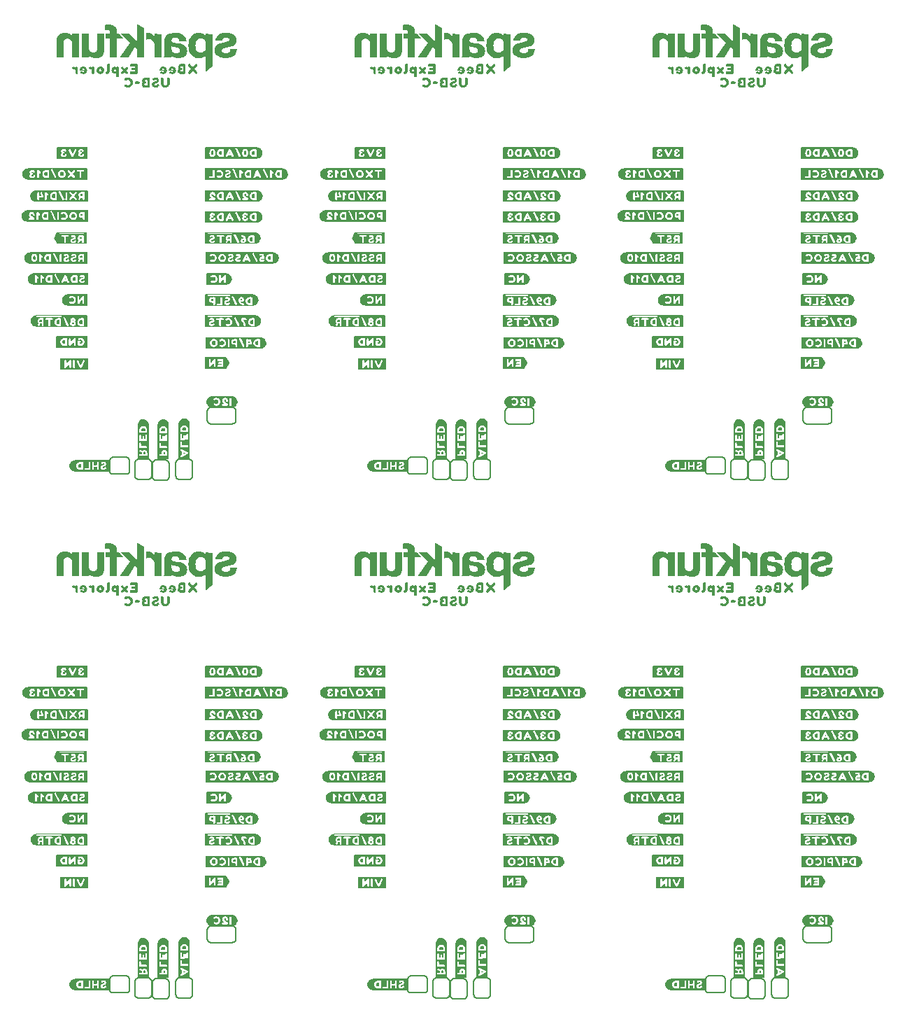
<source format=gbo>
G04 EAGLE Gerber RS-274X export*
G75*
%MOMM*%
%FSLAX34Y34*%
%LPD*%
%INSilkscreen Bottom*%
%IPPOS*%
%AMOC8*
5,1,8,0,0,1.08239X$1,22.5*%
G01*
%ADD10C,0.203200*%

G36*
X342784Y374154D02*
X342784Y374154D01*
X342787Y374151D01*
X343487Y374251D01*
X343492Y374256D01*
X343496Y374253D01*
X344095Y374453D01*
X344794Y374653D01*
X344798Y374658D01*
X344802Y374656D01*
X346002Y375256D01*
X346005Y375263D01*
X346011Y375262D01*
X346511Y375662D01*
X346512Y375666D01*
X346515Y375665D01*
X347515Y376665D01*
X347515Y376669D01*
X347518Y376669D01*
X347918Y377169D01*
X347919Y377173D01*
X347921Y377173D01*
X348321Y377773D01*
X348321Y377777D01*
X348324Y377778D01*
X348624Y378378D01*
X348623Y378383D01*
X348627Y378384D01*
X348827Y378984D01*
X348826Y378986D01*
X348827Y378986D01*
X348835Y379013D01*
X348877Y379161D01*
X348891Y379210D01*
X348933Y379358D01*
X348934Y379358D01*
X348933Y379358D01*
X348976Y379506D01*
X348990Y379555D01*
X349027Y379686D01*
X349026Y379690D01*
X349029Y379692D01*
X349129Y380292D01*
X349126Y380297D01*
X349129Y380300D01*
X349129Y381000D01*
X349126Y381004D01*
X349129Y381007D01*
X348929Y382407D01*
X348928Y382408D01*
X348929Y382408D01*
X348829Y383008D01*
X348822Y383014D01*
X348825Y383019D01*
X348525Y383719D01*
X348523Y383721D01*
X348524Y383722D01*
X348224Y384322D01*
X348221Y384323D01*
X348222Y384325D01*
X347922Y384825D01*
X347921Y384826D01*
X347921Y384827D01*
X347521Y385427D01*
X347514Y385430D01*
X347515Y385435D01*
X347015Y385935D01*
X347011Y385935D01*
X347011Y385938D01*
X346511Y386338D01*
X346507Y386339D01*
X346507Y386341D01*
X345907Y386741D01*
X345906Y386741D01*
X345905Y386742D01*
X345405Y387042D01*
X345400Y387042D01*
X345399Y387045D01*
X344699Y387345D01*
X344696Y387345D01*
X344696Y387347D01*
X344096Y387547D01*
X344094Y387546D01*
X344094Y387547D01*
X343394Y387747D01*
X343390Y387746D01*
X343388Y387749D01*
X342788Y387849D01*
X342783Y387846D01*
X342780Y387849D01*
X248780Y387849D01*
X248733Y387813D01*
X248735Y387810D01*
X248731Y387808D01*
X248631Y387208D01*
X248634Y387203D01*
X248631Y387200D01*
X248631Y374300D01*
X248667Y374253D01*
X248670Y374255D01*
X248672Y374251D01*
X249272Y374151D01*
X249277Y374154D01*
X249280Y374151D01*
X342780Y374151D01*
X342784Y374154D01*
G37*
G36*
X703464Y374154D02*
X703464Y374154D01*
X703467Y374151D01*
X704167Y374251D01*
X704172Y374256D01*
X704176Y374253D01*
X704775Y374453D01*
X705474Y374653D01*
X705478Y374658D01*
X705482Y374656D01*
X706682Y375256D01*
X706685Y375263D01*
X706691Y375262D01*
X707191Y375662D01*
X707192Y375666D01*
X707195Y375665D01*
X708195Y376665D01*
X708195Y376669D01*
X708198Y376669D01*
X708598Y377169D01*
X708599Y377173D01*
X708601Y377173D01*
X709001Y377773D01*
X709001Y377777D01*
X709004Y377778D01*
X709304Y378378D01*
X709303Y378383D01*
X709307Y378384D01*
X709507Y378984D01*
X709506Y378986D01*
X709507Y378986D01*
X709515Y379013D01*
X709557Y379161D01*
X709571Y379210D01*
X709613Y379358D01*
X709614Y379358D01*
X709613Y379358D01*
X709656Y379506D01*
X709670Y379555D01*
X709707Y379686D01*
X709706Y379690D01*
X709709Y379692D01*
X709809Y380292D01*
X709806Y380297D01*
X709809Y380300D01*
X709809Y381000D01*
X709806Y381004D01*
X709809Y381007D01*
X709609Y382407D01*
X709608Y382408D01*
X709609Y382408D01*
X709509Y383008D01*
X709502Y383014D01*
X709505Y383019D01*
X709205Y383719D01*
X709203Y383721D01*
X709204Y383722D01*
X708904Y384322D01*
X708901Y384323D01*
X708902Y384325D01*
X708602Y384825D01*
X708601Y384826D01*
X708601Y384827D01*
X708201Y385427D01*
X708194Y385430D01*
X708195Y385435D01*
X707695Y385935D01*
X707691Y385935D01*
X707691Y385938D01*
X707191Y386338D01*
X707187Y386339D01*
X707187Y386341D01*
X706587Y386741D01*
X706586Y386741D01*
X706585Y386742D01*
X706085Y387042D01*
X706080Y387042D01*
X706079Y387045D01*
X705379Y387345D01*
X705376Y387345D01*
X705376Y387347D01*
X704776Y387547D01*
X704774Y387546D01*
X704774Y387547D01*
X704074Y387747D01*
X704070Y387746D01*
X704068Y387749D01*
X703468Y387849D01*
X703463Y387846D01*
X703460Y387849D01*
X609460Y387849D01*
X609413Y387813D01*
X609415Y387810D01*
X609411Y387808D01*
X609311Y387208D01*
X609314Y387203D01*
X609311Y387200D01*
X609311Y374300D01*
X609347Y374253D01*
X609350Y374255D01*
X609352Y374251D01*
X609952Y374151D01*
X609957Y374154D01*
X609960Y374151D01*
X703460Y374151D01*
X703464Y374154D01*
G37*
G36*
X1064144Y374154D02*
X1064144Y374154D01*
X1064147Y374151D01*
X1064847Y374251D01*
X1064852Y374256D01*
X1064856Y374253D01*
X1065455Y374453D01*
X1066154Y374653D01*
X1066158Y374658D01*
X1066162Y374656D01*
X1067362Y375256D01*
X1067365Y375263D01*
X1067371Y375262D01*
X1067871Y375662D01*
X1067872Y375666D01*
X1067875Y375665D01*
X1068875Y376665D01*
X1068875Y376669D01*
X1068878Y376669D01*
X1069278Y377169D01*
X1069279Y377173D01*
X1069281Y377173D01*
X1069681Y377773D01*
X1069681Y377777D01*
X1069684Y377778D01*
X1069984Y378378D01*
X1069983Y378383D01*
X1069987Y378384D01*
X1070187Y378984D01*
X1070186Y378986D01*
X1070187Y378986D01*
X1070195Y379013D01*
X1070237Y379161D01*
X1070251Y379210D01*
X1070293Y379358D01*
X1070294Y379358D01*
X1070293Y379358D01*
X1070336Y379506D01*
X1070350Y379555D01*
X1070387Y379686D01*
X1070386Y379690D01*
X1070389Y379692D01*
X1070489Y380292D01*
X1070486Y380297D01*
X1070489Y380300D01*
X1070489Y381000D01*
X1070486Y381004D01*
X1070489Y381007D01*
X1070289Y382407D01*
X1070288Y382408D01*
X1070289Y382408D01*
X1070189Y383008D01*
X1070182Y383014D01*
X1070185Y383019D01*
X1069885Y383719D01*
X1069883Y383721D01*
X1069884Y383722D01*
X1069584Y384322D01*
X1069581Y384323D01*
X1069582Y384325D01*
X1069282Y384825D01*
X1069281Y384826D01*
X1069281Y384827D01*
X1068881Y385427D01*
X1068874Y385430D01*
X1068875Y385435D01*
X1068375Y385935D01*
X1068371Y385935D01*
X1068371Y385938D01*
X1067871Y386338D01*
X1067867Y386339D01*
X1067867Y386341D01*
X1067267Y386741D01*
X1067266Y386741D01*
X1067265Y386742D01*
X1066765Y387042D01*
X1066760Y387042D01*
X1066759Y387045D01*
X1066059Y387345D01*
X1066056Y387345D01*
X1066056Y387347D01*
X1065456Y387547D01*
X1065454Y387546D01*
X1065454Y387547D01*
X1064754Y387747D01*
X1064750Y387746D01*
X1064748Y387749D01*
X1064148Y387849D01*
X1064143Y387846D01*
X1064140Y387849D01*
X970140Y387849D01*
X970093Y387813D01*
X970095Y387810D01*
X970091Y387808D01*
X969991Y387208D01*
X969994Y387203D01*
X969991Y387200D01*
X969991Y374300D01*
X970027Y374253D01*
X970030Y374255D01*
X970032Y374251D01*
X970632Y374151D01*
X970637Y374154D01*
X970640Y374151D01*
X1064140Y374151D01*
X1064144Y374154D01*
G37*
G36*
X703464Y1001534D02*
X703464Y1001534D01*
X703467Y1001531D01*
X704167Y1001631D01*
X704172Y1001636D01*
X704176Y1001633D01*
X704775Y1001833D01*
X705474Y1002033D01*
X705478Y1002038D01*
X705482Y1002036D01*
X706682Y1002636D01*
X706685Y1002643D01*
X706691Y1002642D01*
X707191Y1003042D01*
X707192Y1003046D01*
X707195Y1003045D01*
X708195Y1004045D01*
X708195Y1004049D01*
X708198Y1004049D01*
X708598Y1004549D01*
X708599Y1004553D01*
X708601Y1004553D01*
X709001Y1005153D01*
X709001Y1005157D01*
X709004Y1005158D01*
X709304Y1005758D01*
X709303Y1005763D01*
X709307Y1005764D01*
X709507Y1006364D01*
X709506Y1006366D01*
X709507Y1006366D01*
X709529Y1006442D01*
X709571Y1006590D01*
X709585Y1006639D01*
X709628Y1006787D01*
X709670Y1006935D01*
X709684Y1006984D01*
X709707Y1007066D01*
X709706Y1007070D01*
X709709Y1007072D01*
X709809Y1007672D01*
X709806Y1007677D01*
X709809Y1007680D01*
X709809Y1008380D01*
X709806Y1008384D01*
X709809Y1008387D01*
X709609Y1009787D01*
X709608Y1009788D01*
X709609Y1009788D01*
X709509Y1010388D01*
X709502Y1010394D01*
X709505Y1010399D01*
X709205Y1011099D01*
X709203Y1011101D01*
X709204Y1011102D01*
X708904Y1011702D01*
X708901Y1011703D01*
X708902Y1011705D01*
X708602Y1012205D01*
X708601Y1012206D01*
X708601Y1012207D01*
X708201Y1012807D01*
X708194Y1012810D01*
X708195Y1012815D01*
X707695Y1013315D01*
X707691Y1013315D01*
X707691Y1013318D01*
X707191Y1013718D01*
X707187Y1013719D01*
X707187Y1013721D01*
X706587Y1014121D01*
X706586Y1014121D01*
X706585Y1014122D01*
X706085Y1014422D01*
X706080Y1014422D01*
X706079Y1014425D01*
X705379Y1014725D01*
X705376Y1014725D01*
X705376Y1014727D01*
X704776Y1014927D01*
X704774Y1014926D01*
X704774Y1014927D01*
X704074Y1015127D01*
X704070Y1015126D01*
X704068Y1015129D01*
X703468Y1015229D01*
X703463Y1015226D01*
X703460Y1015229D01*
X609460Y1015229D01*
X609413Y1015193D01*
X609415Y1015190D01*
X609411Y1015188D01*
X609311Y1014588D01*
X609314Y1014583D01*
X609311Y1014580D01*
X609311Y1001680D01*
X609347Y1001633D01*
X609350Y1001635D01*
X609352Y1001631D01*
X609952Y1001531D01*
X609957Y1001534D01*
X609960Y1001531D01*
X703460Y1001531D01*
X703464Y1001534D01*
G37*
G36*
X342784Y1001534D02*
X342784Y1001534D01*
X342787Y1001531D01*
X343487Y1001631D01*
X343492Y1001636D01*
X343496Y1001633D01*
X344095Y1001833D01*
X344794Y1002033D01*
X344798Y1002038D01*
X344802Y1002036D01*
X346002Y1002636D01*
X346005Y1002643D01*
X346011Y1002642D01*
X346511Y1003042D01*
X346512Y1003046D01*
X346515Y1003045D01*
X347515Y1004045D01*
X347515Y1004049D01*
X347518Y1004049D01*
X347918Y1004549D01*
X347919Y1004553D01*
X347921Y1004553D01*
X348321Y1005153D01*
X348321Y1005157D01*
X348324Y1005158D01*
X348624Y1005758D01*
X348623Y1005763D01*
X348627Y1005764D01*
X348827Y1006364D01*
X348826Y1006366D01*
X348827Y1006366D01*
X348849Y1006442D01*
X348891Y1006590D01*
X348905Y1006639D01*
X348948Y1006787D01*
X348990Y1006935D01*
X349004Y1006984D01*
X349027Y1007066D01*
X349026Y1007070D01*
X349029Y1007072D01*
X349129Y1007672D01*
X349126Y1007677D01*
X349129Y1007680D01*
X349129Y1008380D01*
X349126Y1008384D01*
X349129Y1008387D01*
X348929Y1009787D01*
X348928Y1009788D01*
X348929Y1009788D01*
X348829Y1010388D01*
X348822Y1010394D01*
X348825Y1010399D01*
X348525Y1011099D01*
X348523Y1011101D01*
X348524Y1011102D01*
X348224Y1011702D01*
X348221Y1011703D01*
X348222Y1011705D01*
X347922Y1012205D01*
X347921Y1012206D01*
X347921Y1012207D01*
X347521Y1012807D01*
X347514Y1012810D01*
X347515Y1012815D01*
X347015Y1013315D01*
X347011Y1013315D01*
X347011Y1013318D01*
X346511Y1013718D01*
X346507Y1013719D01*
X346507Y1013721D01*
X345907Y1014121D01*
X345906Y1014121D01*
X345905Y1014122D01*
X345405Y1014422D01*
X345400Y1014422D01*
X345399Y1014425D01*
X344699Y1014725D01*
X344696Y1014725D01*
X344696Y1014727D01*
X344096Y1014927D01*
X344094Y1014926D01*
X344094Y1014927D01*
X343394Y1015127D01*
X343390Y1015126D01*
X343388Y1015129D01*
X342788Y1015229D01*
X342783Y1015226D01*
X342780Y1015229D01*
X248780Y1015229D01*
X248733Y1015193D01*
X248735Y1015190D01*
X248731Y1015188D01*
X248631Y1014588D01*
X248634Y1014583D01*
X248631Y1014580D01*
X248631Y1001680D01*
X248667Y1001633D01*
X248670Y1001635D01*
X248672Y1001631D01*
X249272Y1001531D01*
X249277Y1001534D01*
X249280Y1001531D01*
X342780Y1001531D01*
X342784Y1001534D01*
G37*
G36*
X1064144Y1001534D02*
X1064144Y1001534D01*
X1064147Y1001531D01*
X1064847Y1001631D01*
X1064852Y1001636D01*
X1064856Y1001633D01*
X1065455Y1001833D01*
X1066154Y1002033D01*
X1066158Y1002038D01*
X1066162Y1002036D01*
X1067362Y1002636D01*
X1067365Y1002643D01*
X1067371Y1002642D01*
X1067871Y1003042D01*
X1067872Y1003046D01*
X1067875Y1003045D01*
X1068875Y1004045D01*
X1068875Y1004049D01*
X1068878Y1004049D01*
X1069278Y1004549D01*
X1069279Y1004553D01*
X1069281Y1004553D01*
X1069681Y1005153D01*
X1069681Y1005157D01*
X1069684Y1005158D01*
X1069984Y1005758D01*
X1069983Y1005763D01*
X1069987Y1005764D01*
X1070187Y1006364D01*
X1070186Y1006366D01*
X1070187Y1006366D01*
X1070209Y1006442D01*
X1070251Y1006590D01*
X1070265Y1006639D01*
X1070308Y1006787D01*
X1070350Y1006935D01*
X1070364Y1006984D01*
X1070387Y1007066D01*
X1070386Y1007070D01*
X1070389Y1007072D01*
X1070489Y1007672D01*
X1070486Y1007677D01*
X1070489Y1007680D01*
X1070489Y1008380D01*
X1070486Y1008384D01*
X1070489Y1008387D01*
X1070289Y1009787D01*
X1070288Y1009788D01*
X1070289Y1009788D01*
X1070189Y1010388D01*
X1070182Y1010394D01*
X1070185Y1010399D01*
X1069885Y1011099D01*
X1069883Y1011101D01*
X1069884Y1011102D01*
X1069584Y1011702D01*
X1069581Y1011703D01*
X1069582Y1011705D01*
X1069282Y1012205D01*
X1069281Y1012206D01*
X1069281Y1012207D01*
X1068881Y1012807D01*
X1068874Y1012810D01*
X1068875Y1012815D01*
X1068375Y1013315D01*
X1068371Y1013315D01*
X1068371Y1013318D01*
X1067871Y1013718D01*
X1067867Y1013719D01*
X1067867Y1013721D01*
X1067267Y1014121D01*
X1067266Y1014121D01*
X1067265Y1014122D01*
X1066765Y1014422D01*
X1066760Y1014422D01*
X1066759Y1014425D01*
X1066059Y1014725D01*
X1066056Y1014725D01*
X1066056Y1014727D01*
X1065456Y1014927D01*
X1065454Y1014926D01*
X1065454Y1014927D01*
X1064754Y1015127D01*
X1064750Y1015126D01*
X1064748Y1015129D01*
X1064148Y1015229D01*
X1064143Y1015226D01*
X1064140Y1015229D01*
X970140Y1015229D01*
X970093Y1015193D01*
X970095Y1015190D01*
X970091Y1015188D01*
X969991Y1014588D01*
X969994Y1014583D01*
X969991Y1014580D01*
X969991Y1001680D01*
X970027Y1001633D01*
X970030Y1001635D01*
X970032Y1001631D01*
X970632Y1001531D01*
X970637Y1001534D01*
X970640Y1001531D01*
X1064140Y1001531D01*
X1064144Y1001534D01*
G37*
G36*
X331204Y899934D02*
X331204Y899934D01*
X331207Y899931D01*
X331907Y900031D01*
X331908Y900032D01*
X331908Y900031D01*
X332508Y900131D01*
X333207Y900231D01*
X333212Y900236D01*
X333216Y900233D01*
X333816Y900433D01*
X333817Y900436D01*
X333819Y900435D01*
X334519Y900735D01*
X334524Y900743D01*
X334531Y900742D01*
X335029Y901140D01*
X335627Y901539D01*
X335628Y901542D01*
X335631Y901542D01*
X336131Y901942D01*
X336133Y901952D01*
X336141Y901953D01*
X336540Y902551D01*
X336938Y903049D01*
X336939Y903053D01*
X336941Y903053D01*
X337341Y903653D01*
X337341Y903658D01*
X337343Y903660D01*
X337342Y903663D01*
X337347Y903664D01*
X337546Y904261D01*
X337844Y904858D01*
X337842Y904869D01*
X337849Y904873D01*
X338049Y906273D01*
X338046Y906278D01*
X338049Y906280D01*
X338049Y907580D01*
X338046Y907584D01*
X338049Y907587D01*
X337949Y908287D01*
X337944Y908292D01*
X337947Y908296D01*
X337747Y908896D01*
X337744Y908897D01*
X337745Y908899D01*
X337445Y909599D01*
X337443Y909601D01*
X337444Y909602D01*
X337144Y910202D01*
X337141Y910203D01*
X337142Y910205D01*
X336842Y910705D01*
X336837Y910707D01*
X336838Y910712D01*
X336338Y911311D01*
X335938Y911811D01*
X335928Y911813D01*
X335927Y911821D01*
X335329Y912220D01*
X334831Y912618D01*
X334823Y912619D01*
X334822Y912624D01*
X333622Y913224D01*
X333615Y913223D01*
X333614Y913227D01*
X332914Y913427D01*
X332909Y913426D01*
X332907Y913429D01*
X332208Y913529D01*
X331608Y913629D01*
X331603Y913626D01*
X331600Y913629D01*
X331300Y913629D01*
X331264Y913602D01*
X331255Y913599D01*
X331243Y913572D01*
X331229Y913620D01*
X331211Y913614D01*
X331200Y913629D01*
X249900Y913629D01*
X249879Y913613D01*
X249865Y913615D01*
X249565Y913315D01*
X249563Y913299D01*
X249553Y913291D01*
X249557Y913285D01*
X249551Y913280D01*
X249551Y900380D01*
X249564Y900362D01*
X249561Y900350D01*
X249861Y899950D01*
X249892Y899942D01*
X249900Y899931D01*
X331200Y899931D01*
X331204Y899934D01*
G37*
G36*
X1052564Y272554D02*
X1052564Y272554D01*
X1052567Y272551D01*
X1053267Y272651D01*
X1053268Y272652D01*
X1053268Y272651D01*
X1053868Y272751D01*
X1054567Y272851D01*
X1054572Y272856D01*
X1054576Y272853D01*
X1055176Y273053D01*
X1055177Y273056D01*
X1055179Y273055D01*
X1055879Y273355D01*
X1055884Y273363D01*
X1055891Y273362D01*
X1056389Y273760D01*
X1056987Y274159D01*
X1056988Y274162D01*
X1056991Y274162D01*
X1057491Y274562D01*
X1057493Y274572D01*
X1057501Y274573D01*
X1057900Y275171D01*
X1058298Y275669D01*
X1058299Y275673D01*
X1058301Y275673D01*
X1058701Y276273D01*
X1058701Y276278D01*
X1058703Y276280D01*
X1058702Y276283D01*
X1058707Y276284D01*
X1058906Y276881D01*
X1059204Y277478D01*
X1059202Y277489D01*
X1059209Y277493D01*
X1059409Y278893D01*
X1059406Y278898D01*
X1059409Y278900D01*
X1059409Y280200D01*
X1059406Y280204D01*
X1059409Y280207D01*
X1059309Y280907D01*
X1059304Y280912D01*
X1059307Y280916D01*
X1059107Y281516D01*
X1059104Y281517D01*
X1059105Y281519D01*
X1058805Y282219D01*
X1058803Y282221D01*
X1058804Y282222D01*
X1058504Y282822D01*
X1058501Y282823D01*
X1058502Y282825D01*
X1058202Y283325D01*
X1058197Y283327D01*
X1058198Y283332D01*
X1057698Y283931D01*
X1057298Y284431D01*
X1057288Y284433D01*
X1057287Y284441D01*
X1056689Y284840D01*
X1056191Y285238D01*
X1056183Y285239D01*
X1056182Y285244D01*
X1054982Y285844D01*
X1054975Y285843D01*
X1054974Y285847D01*
X1054274Y286047D01*
X1054269Y286046D01*
X1054267Y286049D01*
X1053568Y286149D01*
X1052968Y286249D01*
X1052963Y286246D01*
X1052960Y286249D01*
X1052660Y286249D01*
X1052624Y286222D01*
X1052615Y286219D01*
X1052603Y286192D01*
X1052589Y286240D01*
X1052571Y286234D01*
X1052560Y286249D01*
X971260Y286249D01*
X971239Y286233D01*
X971225Y286235D01*
X970925Y285935D01*
X970923Y285919D01*
X970913Y285911D01*
X970917Y285905D01*
X970911Y285900D01*
X970911Y273000D01*
X970924Y272982D01*
X970921Y272970D01*
X971221Y272570D01*
X971252Y272562D01*
X971260Y272551D01*
X1052560Y272551D01*
X1052564Y272554D01*
G37*
G36*
X331204Y272554D02*
X331204Y272554D01*
X331207Y272551D01*
X331907Y272651D01*
X331908Y272652D01*
X331908Y272651D01*
X332508Y272751D01*
X333207Y272851D01*
X333212Y272856D01*
X333216Y272853D01*
X333816Y273053D01*
X333817Y273056D01*
X333819Y273055D01*
X334519Y273355D01*
X334524Y273363D01*
X334531Y273362D01*
X335029Y273760D01*
X335627Y274159D01*
X335628Y274162D01*
X335631Y274162D01*
X336131Y274562D01*
X336133Y274572D01*
X336141Y274573D01*
X336540Y275171D01*
X336938Y275669D01*
X336939Y275673D01*
X336941Y275673D01*
X337341Y276273D01*
X337341Y276278D01*
X337343Y276280D01*
X337342Y276283D01*
X337347Y276284D01*
X337546Y276881D01*
X337844Y277478D01*
X337842Y277489D01*
X337849Y277493D01*
X338049Y278893D01*
X338046Y278898D01*
X338049Y278900D01*
X338049Y280200D01*
X338046Y280204D01*
X338049Y280207D01*
X337949Y280907D01*
X337944Y280912D01*
X337947Y280916D01*
X337747Y281516D01*
X337744Y281517D01*
X337745Y281519D01*
X337445Y282219D01*
X337443Y282221D01*
X337444Y282222D01*
X337144Y282822D01*
X337141Y282823D01*
X337142Y282825D01*
X336842Y283325D01*
X336837Y283327D01*
X336838Y283332D01*
X336338Y283931D01*
X335938Y284431D01*
X335928Y284433D01*
X335927Y284441D01*
X335329Y284840D01*
X334831Y285238D01*
X334823Y285239D01*
X334822Y285244D01*
X333622Y285844D01*
X333615Y285843D01*
X333614Y285847D01*
X332914Y286047D01*
X332909Y286046D01*
X332907Y286049D01*
X332208Y286149D01*
X331608Y286249D01*
X331603Y286246D01*
X331600Y286249D01*
X331300Y286249D01*
X331264Y286222D01*
X331255Y286219D01*
X331243Y286192D01*
X331229Y286240D01*
X331211Y286234D01*
X331200Y286249D01*
X249900Y286249D01*
X249879Y286233D01*
X249865Y286235D01*
X249565Y285935D01*
X249563Y285919D01*
X249553Y285911D01*
X249557Y285905D01*
X249551Y285900D01*
X249551Y273000D01*
X249564Y272982D01*
X249561Y272970D01*
X249861Y272570D01*
X249892Y272562D01*
X249900Y272551D01*
X331200Y272551D01*
X331204Y272554D01*
G37*
G36*
X691884Y899934D02*
X691884Y899934D01*
X691887Y899931D01*
X692587Y900031D01*
X692588Y900032D01*
X692588Y900031D01*
X693188Y900131D01*
X693887Y900231D01*
X693892Y900236D01*
X693896Y900233D01*
X694496Y900433D01*
X694497Y900436D01*
X694499Y900435D01*
X695199Y900735D01*
X695204Y900743D01*
X695211Y900742D01*
X695709Y901140D01*
X696307Y901539D01*
X696308Y901542D01*
X696311Y901542D01*
X696811Y901942D01*
X696813Y901952D01*
X696821Y901953D01*
X697220Y902551D01*
X697618Y903049D01*
X697619Y903053D01*
X697621Y903053D01*
X698021Y903653D01*
X698021Y903658D01*
X698023Y903660D01*
X698022Y903663D01*
X698027Y903664D01*
X698226Y904261D01*
X698524Y904858D01*
X698522Y904869D01*
X698529Y904873D01*
X698729Y906273D01*
X698726Y906278D01*
X698729Y906280D01*
X698729Y907580D01*
X698726Y907584D01*
X698729Y907587D01*
X698629Y908287D01*
X698624Y908292D01*
X698627Y908296D01*
X698427Y908896D01*
X698424Y908897D01*
X698425Y908899D01*
X698125Y909599D01*
X698123Y909601D01*
X698124Y909602D01*
X697824Y910202D01*
X697821Y910203D01*
X697822Y910205D01*
X697522Y910705D01*
X697517Y910707D01*
X697518Y910712D01*
X697018Y911311D01*
X696618Y911811D01*
X696608Y911813D01*
X696607Y911821D01*
X696009Y912220D01*
X695511Y912618D01*
X695503Y912619D01*
X695502Y912624D01*
X694302Y913224D01*
X694295Y913223D01*
X694294Y913227D01*
X693594Y913427D01*
X693589Y913426D01*
X693587Y913429D01*
X692888Y913529D01*
X692288Y913629D01*
X692283Y913626D01*
X692280Y913629D01*
X691980Y913629D01*
X691944Y913602D01*
X691935Y913599D01*
X691923Y913572D01*
X691909Y913620D01*
X691891Y913614D01*
X691880Y913629D01*
X610580Y913629D01*
X610559Y913613D01*
X610545Y913615D01*
X610245Y913315D01*
X610243Y913299D01*
X610233Y913291D01*
X610237Y913285D01*
X610231Y913280D01*
X610231Y900380D01*
X610244Y900362D01*
X610241Y900350D01*
X610541Y899950D01*
X610572Y899942D01*
X610580Y899931D01*
X691880Y899931D01*
X691884Y899934D01*
G37*
G36*
X1052564Y899934D02*
X1052564Y899934D01*
X1052567Y899931D01*
X1053267Y900031D01*
X1053268Y900032D01*
X1053268Y900031D01*
X1053868Y900131D01*
X1054567Y900231D01*
X1054572Y900236D01*
X1054576Y900233D01*
X1055176Y900433D01*
X1055177Y900436D01*
X1055179Y900435D01*
X1055879Y900735D01*
X1055884Y900743D01*
X1055891Y900742D01*
X1056389Y901140D01*
X1056987Y901539D01*
X1056988Y901542D01*
X1056991Y901542D01*
X1057491Y901942D01*
X1057493Y901952D01*
X1057501Y901953D01*
X1057900Y902551D01*
X1058298Y903049D01*
X1058299Y903053D01*
X1058301Y903053D01*
X1058701Y903653D01*
X1058701Y903658D01*
X1058703Y903660D01*
X1058702Y903663D01*
X1058707Y903664D01*
X1058906Y904261D01*
X1059204Y904858D01*
X1059202Y904869D01*
X1059209Y904873D01*
X1059409Y906273D01*
X1059406Y906278D01*
X1059409Y906280D01*
X1059409Y907580D01*
X1059406Y907584D01*
X1059409Y907587D01*
X1059309Y908287D01*
X1059304Y908292D01*
X1059307Y908296D01*
X1059107Y908896D01*
X1059104Y908897D01*
X1059105Y908899D01*
X1058805Y909599D01*
X1058803Y909601D01*
X1058804Y909602D01*
X1058504Y910202D01*
X1058501Y910203D01*
X1058502Y910205D01*
X1058202Y910705D01*
X1058197Y910707D01*
X1058198Y910712D01*
X1057698Y911311D01*
X1057298Y911811D01*
X1057288Y911813D01*
X1057287Y911821D01*
X1056689Y912220D01*
X1056191Y912618D01*
X1056183Y912619D01*
X1056182Y912624D01*
X1054982Y913224D01*
X1054975Y913223D01*
X1054974Y913227D01*
X1054274Y913427D01*
X1054269Y913426D01*
X1054267Y913429D01*
X1053568Y913529D01*
X1052968Y913629D01*
X1052963Y913626D01*
X1052960Y913629D01*
X1052660Y913629D01*
X1052624Y913602D01*
X1052615Y913599D01*
X1052603Y913572D01*
X1052589Y913620D01*
X1052571Y913614D01*
X1052560Y913629D01*
X971260Y913629D01*
X971239Y913613D01*
X971225Y913615D01*
X970925Y913315D01*
X970923Y913299D01*
X970913Y913291D01*
X970917Y913285D01*
X970911Y913280D01*
X970911Y900380D01*
X970924Y900362D01*
X970921Y900350D01*
X971221Y899950D01*
X971252Y899942D01*
X971260Y899931D01*
X1052560Y899931D01*
X1052564Y899934D01*
G37*
G36*
X691884Y272554D02*
X691884Y272554D01*
X691887Y272551D01*
X692587Y272651D01*
X692588Y272652D01*
X692588Y272651D01*
X693188Y272751D01*
X693887Y272851D01*
X693892Y272856D01*
X693896Y272853D01*
X694496Y273053D01*
X694497Y273056D01*
X694499Y273055D01*
X695199Y273355D01*
X695204Y273363D01*
X695211Y273362D01*
X695709Y273760D01*
X696307Y274159D01*
X696308Y274162D01*
X696311Y274162D01*
X696811Y274562D01*
X696813Y274572D01*
X696821Y274573D01*
X697220Y275171D01*
X697618Y275669D01*
X697619Y275673D01*
X697621Y275673D01*
X698021Y276273D01*
X698021Y276278D01*
X698023Y276280D01*
X698022Y276283D01*
X698027Y276284D01*
X698226Y276881D01*
X698524Y277478D01*
X698522Y277489D01*
X698529Y277493D01*
X698729Y278893D01*
X698726Y278898D01*
X698729Y278900D01*
X698729Y280200D01*
X698726Y280204D01*
X698729Y280207D01*
X698629Y280907D01*
X698624Y280912D01*
X698627Y280916D01*
X698427Y281516D01*
X698424Y281517D01*
X698425Y281519D01*
X698125Y282219D01*
X698123Y282221D01*
X698124Y282222D01*
X697824Y282822D01*
X697821Y282823D01*
X697822Y282825D01*
X697522Y283325D01*
X697517Y283327D01*
X697518Y283332D01*
X697018Y283931D01*
X696618Y284431D01*
X696608Y284433D01*
X696607Y284441D01*
X696009Y284840D01*
X695511Y285238D01*
X695503Y285239D01*
X695502Y285244D01*
X694302Y285844D01*
X694295Y285843D01*
X694294Y285847D01*
X693594Y286047D01*
X693589Y286046D01*
X693587Y286049D01*
X692888Y286149D01*
X692288Y286249D01*
X692283Y286246D01*
X692280Y286249D01*
X691980Y286249D01*
X691944Y286222D01*
X691935Y286219D01*
X691923Y286192D01*
X691909Y286240D01*
X691891Y286234D01*
X691880Y286249D01*
X610580Y286249D01*
X610559Y286233D01*
X610545Y286235D01*
X610245Y285935D01*
X610243Y285919D01*
X610233Y285911D01*
X610237Y285905D01*
X610231Y285900D01*
X610231Y273000D01*
X610244Y272982D01*
X610241Y272970D01*
X610541Y272570D01*
X610572Y272562D01*
X610580Y272551D01*
X691880Y272551D01*
X691884Y272554D01*
G37*
G36*
X106595Y323362D02*
X106595Y323362D01*
X106605Y323358D01*
X107105Y323658D01*
X107113Y323677D01*
X107120Y323682D01*
X107117Y323686D01*
X107119Y323692D01*
X107129Y323700D01*
X107129Y336500D01*
X107118Y336515D01*
X107122Y336525D01*
X106822Y337025D01*
X106788Y337039D01*
X106780Y337049D01*
X33280Y337049D01*
X33276Y337046D01*
X33273Y337049D01*
X31873Y336849D01*
X31870Y336845D01*
X31868Y336845D01*
X31867Y336845D01*
X31864Y336847D01*
X31264Y336647D01*
X31263Y336644D01*
X31261Y336645D01*
X30561Y336345D01*
X30559Y336343D01*
X30558Y336344D01*
X29958Y336044D01*
X29955Y336037D01*
X29949Y336038D01*
X28949Y335238D01*
X28948Y335234D01*
X28945Y335235D01*
X28445Y334735D01*
X28445Y334731D01*
X28442Y334731D01*
X28042Y334231D01*
X28041Y334227D01*
X28039Y334227D01*
X27639Y333627D01*
X27639Y333623D01*
X27636Y333622D01*
X27036Y332422D01*
X27037Y332417D01*
X27033Y332416D01*
X26833Y331816D01*
X26835Y331809D01*
X26831Y331807D01*
X26631Y330407D01*
X26636Y330398D01*
X26631Y330393D01*
X26731Y329697D01*
X26731Y329100D01*
X26737Y329092D01*
X26733Y329086D01*
X26933Y328386D01*
X26934Y328385D01*
X26933Y328384D01*
X27133Y327784D01*
X27138Y327781D01*
X27136Y327778D01*
X27736Y326578D01*
X27740Y326576D01*
X27739Y326573D01*
X28139Y325973D01*
X28142Y325972D01*
X28142Y325969D01*
X28542Y325469D01*
X28546Y325468D01*
X28545Y325465D01*
X29045Y324965D01*
X29052Y324964D01*
X29053Y324959D01*
X29653Y324559D01*
X29655Y324559D01*
X29655Y324558D01*
X30155Y324258D01*
X30160Y324258D01*
X30161Y324255D01*
X30859Y323955D01*
X31458Y323656D01*
X31469Y323658D01*
X31472Y323651D01*
X32072Y323551D01*
X32073Y323552D01*
X32073Y323551D01*
X33473Y323351D01*
X33478Y323354D01*
X33480Y323351D01*
X106580Y323351D01*
X106595Y323362D01*
G37*
G36*
X467275Y323362D02*
X467275Y323362D01*
X467285Y323358D01*
X467785Y323658D01*
X467793Y323677D01*
X467800Y323682D01*
X467797Y323686D01*
X467799Y323692D01*
X467809Y323700D01*
X467809Y336500D01*
X467798Y336515D01*
X467802Y336525D01*
X467502Y337025D01*
X467468Y337039D01*
X467460Y337049D01*
X393960Y337049D01*
X393956Y337046D01*
X393953Y337049D01*
X392553Y336849D01*
X392550Y336845D01*
X392548Y336845D01*
X392547Y336845D01*
X392544Y336847D01*
X391944Y336647D01*
X391943Y336644D01*
X391941Y336645D01*
X391241Y336345D01*
X391239Y336343D01*
X391238Y336344D01*
X390638Y336044D01*
X390635Y336037D01*
X390629Y336038D01*
X389629Y335238D01*
X389628Y335234D01*
X389625Y335235D01*
X389125Y334735D01*
X389125Y334731D01*
X389122Y334731D01*
X388722Y334231D01*
X388721Y334227D01*
X388719Y334227D01*
X388319Y333627D01*
X388319Y333623D01*
X388316Y333622D01*
X387716Y332422D01*
X387717Y332417D01*
X387713Y332416D01*
X387513Y331816D01*
X387515Y331809D01*
X387511Y331807D01*
X387311Y330407D01*
X387316Y330398D01*
X387311Y330393D01*
X387411Y329697D01*
X387411Y329100D01*
X387417Y329092D01*
X387413Y329086D01*
X387613Y328386D01*
X387614Y328385D01*
X387613Y328384D01*
X387813Y327784D01*
X387818Y327781D01*
X387816Y327778D01*
X388416Y326578D01*
X388420Y326576D01*
X388419Y326573D01*
X388819Y325973D01*
X388822Y325972D01*
X388822Y325969D01*
X389222Y325469D01*
X389226Y325468D01*
X389225Y325465D01*
X389725Y324965D01*
X389732Y324964D01*
X389733Y324959D01*
X390333Y324559D01*
X390335Y324559D01*
X390335Y324558D01*
X390835Y324258D01*
X390840Y324258D01*
X390841Y324255D01*
X391539Y323955D01*
X392138Y323656D01*
X392149Y323658D01*
X392152Y323651D01*
X392752Y323551D01*
X392753Y323552D01*
X392753Y323551D01*
X394153Y323351D01*
X394158Y323354D01*
X394160Y323351D01*
X467260Y323351D01*
X467275Y323362D01*
G37*
G36*
X827955Y323362D02*
X827955Y323362D01*
X827965Y323358D01*
X828465Y323658D01*
X828473Y323677D01*
X828480Y323682D01*
X828477Y323686D01*
X828479Y323692D01*
X828489Y323700D01*
X828489Y336500D01*
X828478Y336515D01*
X828482Y336525D01*
X828182Y337025D01*
X828148Y337039D01*
X828140Y337049D01*
X754640Y337049D01*
X754636Y337046D01*
X754633Y337049D01*
X753233Y336849D01*
X753230Y336845D01*
X753228Y336845D01*
X753227Y336845D01*
X753224Y336847D01*
X752624Y336647D01*
X752623Y336644D01*
X752621Y336645D01*
X751921Y336345D01*
X751919Y336343D01*
X751918Y336344D01*
X751318Y336044D01*
X751315Y336037D01*
X751309Y336038D01*
X750309Y335238D01*
X750308Y335234D01*
X750305Y335235D01*
X749805Y334735D01*
X749805Y334731D01*
X749802Y334731D01*
X749402Y334231D01*
X749401Y334227D01*
X749399Y334227D01*
X748999Y333627D01*
X748999Y333623D01*
X748996Y333622D01*
X748396Y332422D01*
X748397Y332417D01*
X748393Y332416D01*
X748193Y331816D01*
X748195Y331809D01*
X748191Y331807D01*
X747991Y330407D01*
X747996Y330398D01*
X747991Y330393D01*
X748091Y329697D01*
X748091Y329100D01*
X748097Y329092D01*
X748093Y329086D01*
X748293Y328386D01*
X748294Y328385D01*
X748293Y328384D01*
X748493Y327784D01*
X748498Y327781D01*
X748496Y327778D01*
X749096Y326578D01*
X749100Y326576D01*
X749099Y326573D01*
X749499Y325973D01*
X749502Y325972D01*
X749502Y325969D01*
X749902Y325469D01*
X749906Y325468D01*
X749905Y325465D01*
X750405Y324965D01*
X750412Y324964D01*
X750413Y324959D01*
X751013Y324559D01*
X751015Y324559D01*
X751015Y324558D01*
X751515Y324258D01*
X751520Y324258D01*
X751521Y324255D01*
X752219Y323955D01*
X752818Y323656D01*
X752829Y323658D01*
X752832Y323651D01*
X753432Y323551D01*
X753433Y323552D01*
X753433Y323551D01*
X754833Y323351D01*
X754838Y323354D01*
X754840Y323351D01*
X827940Y323351D01*
X827955Y323362D01*
G37*
G36*
X827955Y950742D02*
X827955Y950742D01*
X827965Y950738D01*
X828465Y951038D01*
X828473Y951057D01*
X828480Y951062D01*
X828477Y951066D01*
X828479Y951072D01*
X828489Y951080D01*
X828489Y963880D01*
X828478Y963895D01*
X828482Y963905D01*
X828182Y964405D01*
X828148Y964419D01*
X828140Y964429D01*
X754640Y964429D01*
X754636Y964426D01*
X754633Y964429D01*
X753233Y964229D01*
X753230Y964225D01*
X753228Y964225D01*
X753227Y964225D01*
X753224Y964227D01*
X752624Y964027D01*
X752623Y964024D01*
X752621Y964025D01*
X751921Y963725D01*
X751919Y963723D01*
X751918Y963724D01*
X751318Y963424D01*
X751315Y963417D01*
X751309Y963418D01*
X750309Y962618D01*
X750308Y962614D01*
X750305Y962615D01*
X749805Y962115D01*
X749805Y962111D01*
X749802Y962111D01*
X749402Y961611D01*
X749401Y961607D01*
X749399Y961607D01*
X748999Y961007D01*
X748999Y961003D01*
X748996Y961002D01*
X748396Y959802D01*
X748397Y959797D01*
X748393Y959796D01*
X748193Y959196D01*
X748195Y959189D01*
X748191Y959187D01*
X747991Y957787D01*
X747996Y957778D01*
X747991Y957773D01*
X748091Y957077D01*
X748091Y956480D01*
X748097Y956472D01*
X748093Y956466D01*
X748293Y955766D01*
X748294Y955765D01*
X748293Y955764D01*
X748493Y955164D01*
X748498Y955161D01*
X748496Y955158D01*
X749096Y953958D01*
X749100Y953956D01*
X749099Y953953D01*
X749499Y953353D01*
X749502Y953352D01*
X749502Y953349D01*
X749902Y952849D01*
X749906Y952848D01*
X749905Y952845D01*
X750405Y952345D01*
X750412Y952344D01*
X750413Y952339D01*
X751013Y951939D01*
X751015Y951939D01*
X751015Y951938D01*
X751515Y951638D01*
X751520Y951638D01*
X751521Y951635D01*
X752219Y951335D01*
X752818Y951036D01*
X752829Y951038D01*
X752832Y951031D01*
X753432Y950931D01*
X753433Y950932D01*
X753433Y950931D01*
X754833Y950731D01*
X754838Y950734D01*
X754840Y950731D01*
X827940Y950731D01*
X827955Y950742D01*
G37*
G36*
X106595Y950742D02*
X106595Y950742D01*
X106605Y950738D01*
X107105Y951038D01*
X107113Y951057D01*
X107120Y951062D01*
X107117Y951066D01*
X107119Y951072D01*
X107129Y951080D01*
X107129Y963880D01*
X107118Y963895D01*
X107122Y963905D01*
X106822Y964405D01*
X106788Y964419D01*
X106780Y964429D01*
X33280Y964429D01*
X33276Y964426D01*
X33273Y964429D01*
X31873Y964229D01*
X31870Y964225D01*
X31868Y964225D01*
X31867Y964225D01*
X31864Y964227D01*
X31264Y964027D01*
X31263Y964024D01*
X31261Y964025D01*
X30561Y963725D01*
X30559Y963723D01*
X30558Y963724D01*
X29958Y963424D01*
X29955Y963417D01*
X29949Y963418D01*
X28949Y962618D01*
X28948Y962614D01*
X28945Y962615D01*
X28445Y962115D01*
X28445Y962111D01*
X28442Y962111D01*
X28042Y961611D01*
X28041Y961607D01*
X28039Y961607D01*
X27639Y961007D01*
X27639Y961003D01*
X27636Y961002D01*
X27036Y959802D01*
X27037Y959797D01*
X27033Y959796D01*
X26833Y959196D01*
X26835Y959189D01*
X26831Y959187D01*
X26631Y957787D01*
X26636Y957778D01*
X26631Y957773D01*
X26731Y957077D01*
X26731Y956480D01*
X26737Y956472D01*
X26733Y956466D01*
X26933Y955766D01*
X26934Y955765D01*
X26933Y955764D01*
X27133Y955164D01*
X27138Y955161D01*
X27136Y955158D01*
X27736Y953958D01*
X27740Y953956D01*
X27739Y953953D01*
X28139Y953353D01*
X28142Y953352D01*
X28142Y953349D01*
X28542Y952849D01*
X28546Y952848D01*
X28545Y952845D01*
X29045Y952345D01*
X29052Y952344D01*
X29053Y952339D01*
X29653Y951939D01*
X29655Y951939D01*
X29655Y951938D01*
X30155Y951638D01*
X30160Y951638D01*
X30161Y951635D01*
X30859Y951335D01*
X31458Y951036D01*
X31469Y951038D01*
X31472Y951031D01*
X32072Y950931D01*
X32073Y950932D01*
X32073Y950931D01*
X33473Y950731D01*
X33478Y950734D01*
X33480Y950731D01*
X106580Y950731D01*
X106595Y950742D01*
G37*
G36*
X467275Y950742D02*
X467275Y950742D01*
X467285Y950738D01*
X467785Y951038D01*
X467793Y951057D01*
X467800Y951062D01*
X467797Y951066D01*
X467799Y951072D01*
X467809Y951080D01*
X467809Y963880D01*
X467798Y963895D01*
X467802Y963905D01*
X467502Y964405D01*
X467468Y964419D01*
X467460Y964429D01*
X393960Y964429D01*
X393956Y964426D01*
X393953Y964429D01*
X392553Y964229D01*
X392550Y964225D01*
X392548Y964225D01*
X392547Y964225D01*
X392544Y964227D01*
X391944Y964027D01*
X391943Y964024D01*
X391941Y964025D01*
X391241Y963725D01*
X391239Y963723D01*
X391238Y963724D01*
X390638Y963424D01*
X390635Y963417D01*
X390629Y963418D01*
X389629Y962618D01*
X389628Y962614D01*
X389625Y962615D01*
X389125Y962115D01*
X389125Y962111D01*
X389122Y962111D01*
X388722Y961611D01*
X388721Y961607D01*
X388719Y961607D01*
X388319Y961007D01*
X388319Y961003D01*
X388316Y961002D01*
X387716Y959802D01*
X387717Y959797D01*
X387713Y959796D01*
X387513Y959196D01*
X387515Y959189D01*
X387511Y959187D01*
X387311Y957787D01*
X387316Y957778D01*
X387311Y957773D01*
X387411Y957077D01*
X387411Y956480D01*
X387417Y956472D01*
X387413Y956466D01*
X387613Y955766D01*
X387614Y955765D01*
X387613Y955764D01*
X387813Y955164D01*
X387818Y955161D01*
X387816Y955158D01*
X388416Y953958D01*
X388420Y953956D01*
X388419Y953953D01*
X388819Y953353D01*
X388822Y953352D01*
X388822Y953349D01*
X389222Y952849D01*
X389226Y952848D01*
X389225Y952845D01*
X389725Y952345D01*
X389732Y952344D01*
X389733Y952339D01*
X390333Y951939D01*
X390335Y951939D01*
X390335Y951938D01*
X390835Y951638D01*
X390840Y951638D01*
X390841Y951635D01*
X391539Y951335D01*
X392138Y951036D01*
X392149Y951038D01*
X392152Y951031D01*
X392752Y950931D01*
X392753Y950932D01*
X392753Y950931D01*
X394153Y950731D01*
X394158Y950734D01*
X394160Y950731D01*
X467260Y950731D01*
X467275Y950742D01*
G37*
G36*
X105906Y374170D02*
X105906Y374170D01*
X105919Y374170D01*
X106219Y374570D01*
X106219Y374578D01*
X106223Y374581D01*
X106219Y374585D01*
X106219Y374592D01*
X106229Y374600D01*
X106229Y387400D01*
X106216Y387418D01*
X106219Y387430D01*
X105919Y387830D01*
X105888Y387839D01*
X105880Y387849D01*
X34380Y387849D01*
X34376Y387846D01*
X34373Y387849D01*
X33673Y387749D01*
X33672Y387748D01*
X33672Y387749D01*
X33072Y387649D01*
X32373Y387549D01*
X32365Y387541D01*
X32358Y387544D01*
X31761Y387246D01*
X31164Y387047D01*
X31159Y387039D01*
X31153Y387041D01*
X30553Y386641D01*
X30552Y386638D01*
X30549Y386638D01*
X30049Y386238D01*
X30048Y386234D01*
X30045Y386235D01*
X29045Y385235D01*
X29045Y385231D01*
X29042Y385231D01*
X28642Y384731D01*
X28641Y384723D01*
X28636Y384722D01*
X28036Y383522D01*
X28037Y383515D01*
X28033Y383514D01*
X28007Y383423D01*
X27993Y383374D01*
X27951Y383226D01*
X27908Y383078D01*
X27894Y383029D01*
X27852Y382881D01*
X27833Y382815D01*
X27633Y382216D01*
X27635Y382209D01*
X27631Y382207D01*
X27531Y381507D01*
X27533Y381503D01*
X27533Y381502D01*
X27531Y381500D01*
X27531Y380800D01*
X27534Y380795D01*
X27531Y380792D01*
X27631Y380192D01*
X27731Y379493D01*
X27735Y379489D01*
X27733Y379486D01*
X27933Y378786D01*
X27934Y378785D01*
X27933Y378784D01*
X28133Y378184D01*
X28138Y378181D01*
X28136Y378178D01*
X28436Y377578D01*
X28440Y377576D01*
X28439Y377573D01*
X28839Y376973D01*
X28842Y376972D01*
X28842Y376969D01*
X29242Y376469D01*
X29246Y376468D01*
X29245Y376465D01*
X29745Y375965D01*
X29749Y375965D01*
X29749Y375962D01*
X30249Y375562D01*
X30253Y375561D01*
X30253Y375559D01*
X30853Y375159D01*
X30857Y375159D01*
X30858Y375156D01*
X32058Y374556D01*
X32063Y374557D01*
X32064Y374553D01*
X32664Y374353D01*
X32671Y374355D01*
X32673Y374351D01*
X34073Y374151D01*
X34078Y374154D01*
X34080Y374151D01*
X105880Y374151D01*
X105906Y374170D01*
G37*
G36*
X466586Y374170D02*
X466586Y374170D01*
X466599Y374170D01*
X466899Y374570D01*
X466899Y374578D01*
X466903Y374581D01*
X466899Y374585D01*
X466899Y374592D01*
X466909Y374600D01*
X466909Y387400D01*
X466896Y387418D01*
X466899Y387430D01*
X466599Y387830D01*
X466568Y387839D01*
X466560Y387849D01*
X395060Y387849D01*
X395056Y387846D01*
X395053Y387849D01*
X394353Y387749D01*
X394352Y387748D01*
X394352Y387749D01*
X393752Y387649D01*
X393053Y387549D01*
X393045Y387541D01*
X393038Y387544D01*
X392441Y387246D01*
X391844Y387047D01*
X391839Y387039D01*
X391833Y387041D01*
X391233Y386641D01*
X391232Y386638D01*
X391229Y386638D01*
X390729Y386238D01*
X390728Y386234D01*
X390725Y386235D01*
X389725Y385235D01*
X389725Y385231D01*
X389722Y385231D01*
X389322Y384731D01*
X389321Y384723D01*
X389316Y384722D01*
X388716Y383522D01*
X388717Y383515D01*
X388713Y383514D01*
X388687Y383423D01*
X388673Y383374D01*
X388631Y383226D01*
X388588Y383078D01*
X388574Y383029D01*
X388532Y382881D01*
X388513Y382815D01*
X388313Y382216D01*
X388315Y382209D01*
X388311Y382207D01*
X388211Y381507D01*
X388213Y381503D01*
X388213Y381502D01*
X388211Y381500D01*
X388211Y380800D01*
X388214Y380795D01*
X388211Y380792D01*
X388311Y380192D01*
X388411Y379493D01*
X388415Y379489D01*
X388413Y379486D01*
X388613Y378786D01*
X388614Y378785D01*
X388613Y378784D01*
X388813Y378184D01*
X388818Y378181D01*
X388816Y378178D01*
X389116Y377578D01*
X389120Y377576D01*
X389119Y377573D01*
X389519Y376973D01*
X389522Y376972D01*
X389522Y376969D01*
X389922Y376469D01*
X389926Y376468D01*
X389925Y376465D01*
X390425Y375965D01*
X390429Y375965D01*
X390429Y375962D01*
X390929Y375562D01*
X390933Y375561D01*
X390933Y375559D01*
X391533Y375159D01*
X391537Y375159D01*
X391538Y375156D01*
X392738Y374556D01*
X392743Y374557D01*
X392744Y374553D01*
X393344Y374353D01*
X393351Y374355D01*
X393353Y374351D01*
X394753Y374151D01*
X394758Y374154D01*
X394760Y374151D01*
X466560Y374151D01*
X466586Y374170D01*
G37*
G36*
X827266Y374170D02*
X827266Y374170D01*
X827279Y374170D01*
X827579Y374570D01*
X827579Y374578D01*
X827583Y374581D01*
X827579Y374585D01*
X827579Y374592D01*
X827589Y374600D01*
X827589Y387400D01*
X827576Y387418D01*
X827579Y387430D01*
X827279Y387830D01*
X827248Y387839D01*
X827240Y387849D01*
X755740Y387849D01*
X755736Y387846D01*
X755733Y387849D01*
X755033Y387749D01*
X755032Y387748D01*
X755032Y387749D01*
X754432Y387649D01*
X753733Y387549D01*
X753725Y387541D01*
X753718Y387544D01*
X753121Y387246D01*
X752524Y387047D01*
X752519Y387039D01*
X752513Y387041D01*
X751913Y386641D01*
X751912Y386638D01*
X751909Y386638D01*
X751409Y386238D01*
X751408Y386234D01*
X751405Y386235D01*
X750405Y385235D01*
X750405Y385231D01*
X750402Y385231D01*
X750002Y384731D01*
X750001Y384723D01*
X749996Y384722D01*
X749396Y383522D01*
X749397Y383515D01*
X749393Y383514D01*
X749367Y383423D01*
X749353Y383374D01*
X749311Y383226D01*
X749268Y383078D01*
X749254Y383029D01*
X749212Y382881D01*
X749193Y382815D01*
X748993Y382216D01*
X748995Y382209D01*
X748991Y382207D01*
X748891Y381507D01*
X748893Y381503D01*
X748893Y381502D01*
X748891Y381500D01*
X748891Y380800D01*
X748894Y380795D01*
X748891Y380792D01*
X748991Y380192D01*
X749091Y379493D01*
X749095Y379489D01*
X749093Y379486D01*
X749293Y378786D01*
X749294Y378785D01*
X749293Y378784D01*
X749493Y378184D01*
X749498Y378181D01*
X749496Y378178D01*
X749796Y377578D01*
X749800Y377576D01*
X749799Y377573D01*
X750199Y376973D01*
X750202Y376972D01*
X750202Y376969D01*
X750602Y376469D01*
X750606Y376468D01*
X750605Y376465D01*
X751105Y375965D01*
X751109Y375965D01*
X751109Y375962D01*
X751609Y375562D01*
X751613Y375561D01*
X751613Y375559D01*
X752213Y375159D01*
X752217Y375159D01*
X752218Y375156D01*
X753418Y374556D01*
X753423Y374557D01*
X753424Y374553D01*
X754024Y374353D01*
X754031Y374355D01*
X754033Y374351D01*
X755433Y374151D01*
X755438Y374154D01*
X755440Y374151D01*
X827240Y374151D01*
X827266Y374170D01*
G37*
G36*
X105906Y1001550D02*
X105906Y1001550D01*
X105919Y1001550D01*
X106219Y1001950D01*
X106219Y1001958D01*
X106223Y1001961D01*
X106219Y1001965D01*
X106219Y1001972D01*
X106229Y1001980D01*
X106229Y1014780D01*
X106216Y1014798D01*
X106219Y1014810D01*
X105919Y1015210D01*
X105888Y1015219D01*
X105880Y1015229D01*
X34380Y1015229D01*
X34376Y1015226D01*
X34373Y1015229D01*
X33673Y1015129D01*
X33672Y1015128D01*
X33672Y1015129D01*
X33072Y1015029D01*
X32373Y1014929D01*
X32365Y1014921D01*
X32358Y1014924D01*
X31761Y1014626D01*
X31164Y1014427D01*
X31159Y1014419D01*
X31153Y1014421D01*
X30553Y1014021D01*
X30552Y1014018D01*
X30549Y1014018D01*
X30049Y1013618D01*
X30048Y1013614D01*
X30045Y1013615D01*
X29045Y1012615D01*
X29045Y1012611D01*
X29042Y1012611D01*
X28642Y1012111D01*
X28641Y1012103D01*
X28636Y1012102D01*
X28036Y1010902D01*
X28037Y1010895D01*
X28033Y1010894D01*
X28021Y1010852D01*
X28007Y1010803D01*
X27965Y1010655D01*
X27922Y1010508D01*
X27908Y1010458D01*
X27866Y1010311D01*
X27833Y1010195D01*
X27633Y1009596D01*
X27635Y1009589D01*
X27631Y1009587D01*
X27531Y1008887D01*
X27533Y1008883D01*
X27533Y1008882D01*
X27531Y1008880D01*
X27531Y1008180D01*
X27534Y1008175D01*
X27531Y1008172D01*
X27631Y1007572D01*
X27731Y1006873D01*
X27735Y1006869D01*
X27733Y1006866D01*
X27933Y1006166D01*
X27934Y1006165D01*
X27933Y1006164D01*
X28133Y1005564D01*
X28138Y1005561D01*
X28136Y1005558D01*
X28436Y1004958D01*
X28440Y1004956D01*
X28439Y1004953D01*
X28839Y1004353D01*
X28842Y1004352D01*
X28842Y1004349D01*
X29242Y1003849D01*
X29246Y1003848D01*
X29245Y1003845D01*
X29745Y1003345D01*
X29749Y1003345D01*
X29749Y1003342D01*
X30249Y1002942D01*
X30253Y1002941D01*
X30253Y1002939D01*
X30853Y1002539D01*
X30857Y1002539D01*
X30858Y1002536D01*
X32058Y1001936D01*
X32063Y1001937D01*
X32064Y1001933D01*
X32664Y1001733D01*
X32671Y1001735D01*
X32673Y1001731D01*
X34073Y1001531D01*
X34078Y1001534D01*
X34080Y1001531D01*
X105880Y1001531D01*
X105906Y1001550D01*
G37*
G36*
X466586Y1001550D02*
X466586Y1001550D01*
X466599Y1001550D01*
X466899Y1001950D01*
X466899Y1001958D01*
X466903Y1001961D01*
X466899Y1001965D01*
X466899Y1001972D01*
X466909Y1001980D01*
X466909Y1014780D01*
X466896Y1014798D01*
X466899Y1014810D01*
X466599Y1015210D01*
X466568Y1015219D01*
X466560Y1015229D01*
X395060Y1015229D01*
X395056Y1015226D01*
X395053Y1015229D01*
X394353Y1015129D01*
X394352Y1015128D01*
X394352Y1015129D01*
X393752Y1015029D01*
X393053Y1014929D01*
X393045Y1014921D01*
X393038Y1014924D01*
X392441Y1014626D01*
X391844Y1014427D01*
X391839Y1014419D01*
X391833Y1014421D01*
X391233Y1014021D01*
X391232Y1014018D01*
X391229Y1014018D01*
X390729Y1013618D01*
X390728Y1013614D01*
X390725Y1013615D01*
X389725Y1012615D01*
X389725Y1012611D01*
X389722Y1012611D01*
X389322Y1012111D01*
X389321Y1012103D01*
X389316Y1012102D01*
X388716Y1010902D01*
X388717Y1010895D01*
X388713Y1010894D01*
X388701Y1010852D01*
X388687Y1010803D01*
X388645Y1010655D01*
X388602Y1010508D01*
X388588Y1010458D01*
X388546Y1010311D01*
X388513Y1010195D01*
X388313Y1009596D01*
X388315Y1009589D01*
X388311Y1009587D01*
X388211Y1008887D01*
X388213Y1008883D01*
X388213Y1008882D01*
X388211Y1008880D01*
X388211Y1008180D01*
X388214Y1008175D01*
X388211Y1008172D01*
X388311Y1007572D01*
X388411Y1006873D01*
X388415Y1006869D01*
X388413Y1006866D01*
X388613Y1006166D01*
X388614Y1006165D01*
X388613Y1006164D01*
X388813Y1005564D01*
X388818Y1005561D01*
X388816Y1005558D01*
X389116Y1004958D01*
X389120Y1004956D01*
X389119Y1004953D01*
X389519Y1004353D01*
X389522Y1004352D01*
X389522Y1004349D01*
X389922Y1003849D01*
X389926Y1003848D01*
X389925Y1003845D01*
X390425Y1003345D01*
X390429Y1003345D01*
X390429Y1003342D01*
X390929Y1002942D01*
X390933Y1002941D01*
X390933Y1002939D01*
X391533Y1002539D01*
X391537Y1002539D01*
X391538Y1002536D01*
X392738Y1001936D01*
X392743Y1001937D01*
X392744Y1001933D01*
X393344Y1001733D01*
X393351Y1001735D01*
X393353Y1001731D01*
X394753Y1001531D01*
X394758Y1001534D01*
X394760Y1001531D01*
X466560Y1001531D01*
X466586Y1001550D01*
G37*
G36*
X827266Y1001550D02*
X827266Y1001550D01*
X827279Y1001550D01*
X827579Y1001950D01*
X827579Y1001958D01*
X827583Y1001961D01*
X827579Y1001965D01*
X827579Y1001972D01*
X827589Y1001980D01*
X827589Y1014780D01*
X827576Y1014798D01*
X827579Y1014810D01*
X827279Y1015210D01*
X827248Y1015219D01*
X827240Y1015229D01*
X755740Y1015229D01*
X755736Y1015226D01*
X755733Y1015229D01*
X755033Y1015129D01*
X755032Y1015128D01*
X755032Y1015129D01*
X754432Y1015029D01*
X753733Y1014929D01*
X753725Y1014921D01*
X753718Y1014924D01*
X753121Y1014626D01*
X752524Y1014427D01*
X752519Y1014419D01*
X752513Y1014421D01*
X751913Y1014021D01*
X751912Y1014018D01*
X751909Y1014018D01*
X751409Y1013618D01*
X751408Y1013614D01*
X751405Y1013615D01*
X750405Y1012615D01*
X750405Y1012611D01*
X750402Y1012611D01*
X750002Y1012111D01*
X750001Y1012103D01*
X749996Y1012102D01*
X749396Y1010902D01*
X749397Y1010895D01*
X749393Y1010894D01*
X749381Y1010852D01*
X749367Y1010803D01*
X749325Y1010655D01*
X749282Y1010508D01*
X749268Y1010458D01*
X749226Y1010311D01*
X749193Y1010195D01*
X748993Y1009596D01*
X748995Y1009589D01*
X748991Y1009587D01*
X748891Y1008887D01*
X748893Y1008883D01*
X748893Y1008882D01*
X748891Y1008880D01*
X748891Y1008180D01*
X748894Y1008175D01*
X748891Y1008172D01*
X748991Y1007572D01*
X749091Y1006873D01*
X749095Y1006869D01*
X749093Y1006866D01*
X749293Y1006166D01*
X749294Y1006165D01*
X749293Y1006164D01*
X749493Y1005564D01*
X749498Y1005561D01*
X749496Y1005558D01*
X749796Y1004958D01*
X749800Y1004956D01*
X749799Y1004953D01*
X750199Y1004353D01*
X750202Y1004352D01*
X750202Y1004349D01*
X750602Y1003849D01*
X750606Y1003848D01*
X750605Y1003845D01*
X751105Y1003345D01*
X751109Y1003345D01*
X751109Y1003342D01*
X751609Y1002942D01*
X751613Y1002941D01*
X751613Y1002939D01*
X752213Y1002539D01*
X752217Y1002539D01*
X752218Y1002536D01*
X753418Y1001936D01*
X753423Y1001937D01*
X753424Y1001933D01*
X754024Y1001733D01*
X754031Y1001735D01*
X754033Y1001731D01*
X755433Y1001531D01*
X755438Y1001534D01*
X755440Y1001531D01*
X827240Y1001531D01*
X827266Y1001550D01*
G37*
G36*
X466868Y899960D02*
X466868Y899960D01*
X466876Y899962D01*
X467076Y900462D01*
X467072Y900475D01*
X467079Y900480D01*
X467079Y913280D01*
X467060Y913306D01*
X467060Y913319D01*
X466660Y913619D01*
X466642Y913619D01*
X466639Y913622D01*
X466635Y913622D01*
X466630Y913629D01*
X463730Y913629D01*
X463699Y913605D01*
X463687Y913604D01*
X463671Y913575D01*
X463670Y913576D01*
X463665Y913615D01*
X463643Y913612D01*
X463630Y913629D01*
X397330Y913629D01*
X397326Y913626D01*
X397323Y913629D01*
X396623Y913529D01*
X396622Y913528D01*
X396622Y913529D01*
X396022Y913429D01*
X395323Y913329D01*
X395315Y913321D01*
X395308Y913324D01*
X393508Y912424D01*
X393505Y912417D01*
X393499Y912418D01*
X392999Y912018D01*
X392998Y912014D01*
X392995Y912015D01*
X391995Y911015D01*
X391994Y911008D01*
X391989Y911007D01*
X391589Y910407D01*
X391589Y910403D01*
X391586Y910402D01*
X390986Y909202D01*
X390987Y909197D01*
X390983Y909196D01*
X390783Y908596D01*
X390785Y908589D01*
X390781Y908587D01*
X390681Y907888D01*
X390581Y907288D01*
X390584Y907283D01*
X390583Y907282D01*
X390581Y907280D01*
X390581Y905880D01*
X390587Y905872D01*
X390583Y905866D01*
X390782Y905169D01*
X390881Y904572D01*
X390889Y904565D01*
X390886Y904558D01*
X391486Y903358D01*
X391490Y903356D01*
X391489Y903353D01*
X391889Y902753D01*
X391892Y902752D01*
X391892Y902749D01*
X392292Y902249D01*
X392296Y902248D01*
X392295Y902245D01*
X392795Y901745D01*
X392799Y901745D01*
X392799Y901742D01*
X393299Y901342D01*
X393303Y901341D01*
X393303Y901339D01*
X393903Y900939D01*
X393907Y900939D01*
X393908Y900936D01*
X395108Y900336D01*
X395113Y900337D01*
X395114Y900333D01*
X395714Y900133D01*
X395721Y900135D01*
X395723Y900131D01*
X397123Y899931D01*
X397128Y899934D01*
X397130Y899931D01*
X466830Y899931D01*
X466868Y899960D01*
G37*
G36*
X106188Y899960D02*
X106188Y899960D01*
X106196Y899962D01*
X106396Y900462D01*
X106392Y900475D01*
X106399Y900480D01*
X106399Y913280D01*
X106380Y913306D01*
X106380Y913319D01*
X105980Y913619D01*
X105962Y913619D01*
X105959Y913622D01*
X105955Y913622D01*
X105950Y913629D01*
X103050Y913629D01*
X103019Y913605D01*
X103007Y913604D01*
X102991Y913575D01*
X102990Y913576D01*
X102985Y913615D01*
X102963Y913612D01*
X102950Y913629D01*
X36650Y913629D01*
X36646Y913626D01*
X36643Y913629D01*
X35943Y913529D01*
X35942Y913528D01*
X35942Y913529D01*
X35342Y913429D01*
X34643Y913329D01*
X34635Y913321D01*
X34628Y913324D01*
X32828Y912424D01*
X32825Y912417D01*
X32819Y912418D01*
X32319Y912018D01*
X32318Y912014D01*
X32315Y912015D01*
X31315Y911015D01*
X31314Y911008D01*
X31309Y911007D01*
X30909Y910407D01*
X30909Y910403D01*
X30906Y910402D01*
X30306Y909202D01*
X30307Y909197D01*
X30303Y909196D01*
X30103Y908596D01*
X30105Y908589D01*
X30101Y908587D01*
X30001Y907888D01*
X29901Y907288D01*
X29904Y907283D01*
X29903Y907282D01*
X29901Y907280D01*
X29901Y905880D01*
X29907Y905872D01*
X29903Y905866D01*
X30102Y905169D01*
X30201Y904572D01*
X30209Y904565D01*
X30206Y904558D01*
X30806Y903358D01*
X30810Y903356D01*
X30809Y903353D01*
X31209Y902753D01*
X31212Y902752D01*
X31212Y902749D01*
X31612Y902249D01*
X31616Y902248D01*
X31615Y902245D01*
X32115Y901745D01*
X32119Y901745D01*
X32119Y901742D01*
X32619Y901342D01*
X32623Y901341D01*
X32623Y901339D01*
X33223Y900939D01*
X33227Y900939D01*
X33228Y900936D01*
X34428Y900336D01*
X34433Y900337D01*
X34434Y900333D01*
X35034Y900133D01*
X35041Y900135D01*
X35043Y900131D01*
X36443Y899931D01*
X36448Y899934D01*
X36450Y899931D01*
X106150Y899931D01*
X106188Y899960D01*
G37*
G36*
X827548Y899960D02*
X827548Y899960D01*
X827556Y899962D01*
X827756Y900462D01*
X827752Y900475D01*
X827759Y900480D01*
X827759Y913280D01*
X827740Y913306D01*
X827740Y913319D01*
X827340Y913619D01*
X827322Y913619D01*
X827319Y913622D01*
X827315Y913622D01*
X827310Y913629D01*
X824410Y913629D01*
X824379Y913605D01*
X824367Y913604D01*
X824351Y913575D01*
X824350Y913576D01*
X824345Y913615D01*
X824323Y913612D01*
X824310Y913629D01*
X758010Y913629D01*
X758006Y913626D01*
X758003Y913629D01*
X757303Y913529D01*
X757302Y913528D01*
X757302Y913529D01*
X756702Y913429D01*
X756003Y913329D01*
X755995Y913321D01*
X755988Y913324D01*
X754188Y912424D01*
X754185Y912417D01*
X754179Y912418D01*
X753679Y912018D01*
X753678Y912014D01*
X753675Y912015D01*
X752675Y911015D01*
X752674Y911008D01*
X752669Y911007D01*
X752269Y910407D01*
X752269Y910403D01*
X752266Y910402D01*
X751666Y909202D01*
X751667Y909197D01*
X751663Y909196D01*
X751463Y908596D01*
X751465Y908589D01*
X751461Y908587D01*
X751361Y907888D01*
X751261Y907288D01*
X751264Y907283D01*
X751263Y907282D01*
X751261Y907280D01*
X751261Y905880D01*
X751267Y905872D01*
X751263Y905866D01*
X751462Y905169D01*
X751561Y904572D01*
X751569Y904565D01*
X751566Y904558D01*
X752166Y903358D01*
X752170Y903356D01*
X752169Y903353D01*
X752569Y902753D01*
X752572Y902752D01*
X752572Y902749D01*
X752972Y902249D01*
X752976Y902248D01*
X752975Y902245D01*
X753475Y901745D01*
X753479Y901745D01*
X753479Y901742D01*
X753979Y901342D01*
X753983Y901341D01*
X753983Y901339D01*
X754583Y900939D01*
X754587Y900939D01*
X754588Y900936D01*
X755788Y900336D01*
X755793Y900337D01*
X755794Y900333D01*
X756394Y900133D01*
X756401Y900135D01*
X756403Y900131D01*
X757803Y899931D01*
X757808Y899934D01*
X757810Y899931D01*
X827510Y899931D01*
X827548Y899960D01*
G37*
G36*
X106188Y272580D02*
X106188Y272580D01*
X106196Y272582D01*
X106396Y273082D01*
X106392Y273095D01*
X106399Y273100D01*
X106399Y285900D01*
X106380Y285926D01*
X106380Y285939D01*
X105980Y286239D01*
X105962Y286239D01*
X105959Y286242D01*
X105955Y286242D01*
X105950Y286249D01*
X103050Y286249D01*
X103019Y286225D01*
X103007Y286224D01*
X102991Y286195D01*
X102990Y286196D01*
X102985Y286235D01*
X102963Y286232D01*
X102950Y286249D01*
X36650Y286249D01*
X36646Y286246D01*
X36643Y286249D01*
X35943Y286149D01*
X35942Y286148D01*
X35942Y286149D01*
X35342Y286049D01*
X34643Y285949D01*
X34635Y285941D01*
X34628Y285944D01*
X32828Y285044D01*
X32825Y285037D01*
X32819Y285038D01*
X32319Y284638D01*
X32318Y284634D01*
X32315Y284635D01*
X31315Y283635D01*
X31314Y283628D01*
X31309Y283627D01*
X30909Y283027D01*
X30909Y283023D01*
X30906Y283022D01*
X30306Y281822D01*
X30307Y281817D01*
X30303Y281816D01*
X30103Y281216D01*
X30105Y281209D01*
X30101Y281207D01*
X30001Y280508D01*
X29901Y279908D01*
X29904Y279903D01*
X29903Y279902D01*
X29901Y279900D01*
X29901Y278500D01*
X29907Y278492D01*
X29903Y278486D01*
X30102Y277789D01*
X30201Y277192D01*
X30209Y277185D01*
X30206Y277178D01*
X30806Y275978D01*
X30810Y275976D01*
X30809Y275973D01*
X31209Y275373D01*
X31212Y275372D01*
X31212Y275369D01*
X31612Y274869D01*
X31616Y274868D01*
X31615Y274865D01*
X32115Y274365D01*
X32119Y274365D01*
X32119Y274362D01*
X32619Y273962D01*
X32623Y273961D01*
X32623Y273959D01*
X33223Y273559D01*
X33227Y273559D01*
X33228Y273556D01*
X34428Y272956D01*
X34433Y272957D01*
X34434Y272953D01*
X35034Y272753D01*
X35041Y272755D01*
X35043Y272751D01*
X36443Y272551D01*
X36448Y272554D01*
X36450Y272551D01*
X106150Y272551D01*
X106188Y272580D01*
G37*
G36*
X827548Y272580D02*
X827548Y272580D01*
X827556Y272582D01*
X827756Y273082D01*
X827752Y273095D01*
X827759Y273100D01*
X827759Y285900D01*
X827740Y285926D01*
X827740Y285939D01*
X827340Y286239D01*
X827322Y286239D01*
X827319Y286242D01*
X827315Y286242D01*
X827310Y286249D01*
X824410Y286249D01*
X824379Y286225D01*
X824367Y286224D01*
X824351Y286195D01*
X824350Y286196D01*
X824345Y286235D01*
X824323Y286232D01*
X824310Y286249D01*
X758010Y286249D01*
X758006Y286246D01*
X758003Y286249D01*
X757303Y286149D01*
X757302Y286148D01*
X757302Y286149D01*
X756702Y286049D01*
X756003Y285949D01*
X755995Y285941D01*
X755988Y285944D01*
X754188Y285044D01*
X754185Y285037D01*
X754179Y285038D01*
X753679Y284638D01*
X753678Y284634D01*
X753675Y284635D01*
X752675Y283635D01*
X752674Y283628D01*
X752669Y283627D01*
X752269Y283027D01*
X752269Y283023D01*
X752266Y283022D01*
X751666Y281822D01*
X751667Y281817D01*
X751663Y281816D01*
X751463Y281216D01*
X751465Y281209D01*
X751461Y281207D01*
X751361Y280508D01*
X751261Y279908D01*
X751264Y279903D01*
X751263Y279902D01*
X751261Y279900D01*
X751261Y278500D01*
X751267Y278492D01*
X751263Y278486D01*
X751462Y277789D01*
X751561Y277192D01*
X751569Y277185D01*
X751566Y277178D01*
X752166Y275978D01*
X752170Y275976D01*
X752169Y275973D01*
X752569Y275373D01*
X752572Y275372D01*
X752572Y275369D01*
X752972Y274869D01*
X752976Y274868D01*
X752975Y274865D01*
X753475Y274365D01*
X753479Y274365D01*
X753479Y274362D01*
X753979Y273962D01*
X753983Y273961D01*
X753983Y273959D01*
X754583Y273559D01*
X754587Y273559D01*
X754588Y273556D01*
X755788Y272956D01*
X755793Y272957D01*
X755794Y272953D01*
X756394Y272753D01*
X756401Y272755D01*
X756403Y272751D01*
X757803Y272551D01*
X757808Y272554D01*
X757810Y272551D01*
X827510Y272551D01*
X827548Y272580D01*
G37*
G36*
X466868Y272580D02*
X466868Y272580D01*
X466876Y272582D01*
X467076Y273082D01*
X467072Y273095D01*
X467079Y273100D01*
X467079Y285900D01*
X467060Y285926D01*
X467060Y285939D01*
X466660Y286239D01*
X466642Y286239D01*
X466639Y286242D01*
X466635Y286242D01*
X466630Y286249D01*
X463730Y286249D01*
X463699Y286225D01*
X463687Y286224D01*
X463671Y286195D01*
X463670Y286196D01*
X463665Y286235D01*
X463643Y286232D01*
X463630Y286249D01*
X397330Y286249D01*
X397326Y286246D01*
X397323Y286249D01*
X396623Y286149D01*
X396622Y286148D01*
X396622Y286149D01*
X396022Y286049D01*
X395323Y285949D01*
X395315Y285941D01*
X395308Y285944D01*
X393508Y285044D01*
X393505Y285037D01*
X393499Y285038D01*
X392999Y284638D01*
X392998Y284634D01*
X392995Y284635D01*
X391995Y283635D01*
X391994Y283628D01*
X391989Y283627D01*
X391589Y283027D01*
X391589Y283023D01*
X391586Y283022D01*
X390986Y281822D01*
X390987Y281817D01*
X390983Y281816D01*
X390783Y281216D01*
X390785Y281209D01*
X390781Y281207D01*
X390681Y280508D01*
X390581Y279908D01*
X390584Y279903D01*
X390583Y279902D01*
X390581Y279900D01*
X390581Y278500D01*
X390587Y278492D01*
X390583Y278486D01*
X390782Y277789D01*
X390881Y277192D01*
X390889Y277185D01*
X390886Y277178D01*
X391486Y275978D01*
X391490Y275976D01*
X391489Y275973D01*
X391889Y275373D01*
X391892Y275372D01*
X391892Y275369D01*
X392292Y274869D01*
X392296Y274868D01*
X392295Y274865D01*
X392795Y274365D01*
X392799Y274365D01*
X392799Y274362D01*
X393299Y273962D01*
X393303Y273961D01*
X393303Y273959D01*
X393903Y273559D01*
X393907Y273559D01*
X393908Y273556D01*
X395108Y272956D01*
X395113Y272957D01*
X395114Y272953D01*
X395714Y272753D01*
X395721Y272755D01*
X395723Y272751D01*
X397123Y272551D01*
X397128Y272554D01*
X397130Y272551D01*
X466830Y272551D01*
X466868Y272580D01*
G37*
G36*
X677065Y169684D02*
X677065Y169684D01*
X677068Y169681D01*
X677668Y169781D01*
X678367Y169881D01*
X678372Y169886D01*
X678376Y169883D01*
X678976Y170083D01*
X678977Y170086D01*
X678979Y170085D01*
X679679Y170385D01*
X679681Y170387D01*
X679682Y170386D01*
X680282Y170686D01*
X680285Y170693D01*
X680291Y170692D01*
X680789Y171090D01*
X681387Y171489D01*
X681391Y171499D01*
X681398Y171499D01*
X681797Y171997D01*
X682295Y172495D01*
X682296Y172507D01*
X682304Y172508D01*
X683204Y174308D01*
X683203Y174313D01*
X683207Y174314D01*
X683407Y174914D01*
X683405Y174921D01*
X683409Y174923D01*
X683609Y176323D01*
X683606Y176328D01*
X683609Y176330D01*
X683609Y176930D01*
X683606Y176934D01*
X683609Y176937D01*
X683509Y177637D01*
X683505Y177641D01*
X683507Y177644D01*
X683307Y178344D01*
X683306Y178345D01*
X683307Y178346D01*
X683107Y178946D01*
X683102Y178949D01*
X683104Y178952D01*
X682504Y180152D01*
X682500Y180154D01*
X682501Y180157D01*
X682101Y180757D01*
X682098Y180758D01*
X682098Y180761D01*
X681698Y181261D01*
X681694Y181262D01*
X681695Y181265D01*
X681195Y181765D01*
X681188Y181766D01*
X681187Y181771D01*
X680587Y182171D01*
X680586Y182171D01*
X680585Y182172D01*
X680085Y182472D01*
X680082Y182472D01*
X680082Y182474D01*
X679482Y182774D01*
X679480Y182774D01*
X679479Y182775D01*
X678779Y183075D01*
X678771Y183073D01*
X678768Y183079D01*
X678168Y183179D01*
X678167Y183178D01*
X678167Y183179D01*
X676767Y183379D01*
X676762Y183376D01*
X676760Y183379D01*
X610360Y183379D01*
X610322Y183350D01*
X610314Y183348D01*
X610114Y182848D01*
X610115Y182846D01*
X610113Y182844D01*
X610117Y182838D01*
X610118Y182835D01*
X610111Y182830D01*
X610111Y169930D01*
X610140Y169892D01*
X610142Y169884D01*
X610642Y169684D01*
X610655Y169688D01*
X610660Y169681D01*
X677060Y169681D01*
X677065Y169684D01*
G37*
G36*
X1037745Y169684D02*
X1037745Y169684D01*
X1037748Y169681D01*
X1038348Y169781D01*
X1039047Y169881D01*
X1039052Y169886D01*
X1039056Y169883D01*
X1039656Y170083D01*
X1039657Y170086D01*
X1039659Y170085D01*
X1040359Y170385D01*
X1040361Y170387D01*
X1040362Y170386D01*
X1040962Y170686D01*
X1040965Y170693D01*
X1040971Y170692D01*
X1041469Y171090D01*
X1042067Y171489D01*
X1042071Y171499D01*
X1042078Y171499D01*
X1042477Y171997D01*
X1042975Y172495D01*
X1042976Y172507D01*
X1042984Y172508D01*
X1043884Y174308D01*
X1043883Y174313D01*
X1043887Y174314D01*
X1044087Y174914D01*
X1044085Y174921D01*
X1044089Y174923D01*
X1044289Y176323D01*
X1044286Y176328D01*
X1044289Y176330D01*
X1044289Y176930D01*
X1044286Y176934D01*
X1044289Y176937D01*
X1044189Y177637D01*
X1044185Y177641D01*
X1044187Y177644D01*
X1043987Y178344D01*
X1043986Y178345D01*
X1043987Y178346D01*
X1043787Y178946D01*
X1043782Y178949D01*
X1043784Y178952D01*
X1043184Y180152D01*
X1043180Y180154D01*
X1043181Y180157D01*
X1042781Y180757D01*
X1042778Y180758D01*
X1042778Y180761D01*
X1042378Y181261D01*
X1042374Y181262D01*
X1042375Y181265D01*
X1041875Y181765D01*
X1041868Y181766D01*
X1041867Y181771D01*
X1041267Y182171D01*
X1041266Y182171D01*
X1041265Y182172D01*
X1040765Y182472D01*
X1040762Y182472D01*
X1040762Y182474D01*
X1040162Y182774D01*
X1040160Y182774D01*
X1040159Y182775D01*
X1039459Y183075D01*
X1039451Y183073D01*
X1039448Y183079D01*
X1038848Y183179D01*
X1038847Y183178D01*
X1038847Y183179D01*
X1037447Y183379D01*
X1037442Y183376D01*
X1037440Y183379D01*
X971040Y183379D01*
X971002Y183350D01*
X970994Y183348D01*
X970794Y182848D01*
X970795Y182846D01*
X970793Y182844D01*
X970797Y182838D01*
X970798Y182835D01*
X970791Y182830D01*
X970791Y169930D01*
X970820Y169892D01*
X970822Y169884D01*
X971322Y169684D01*
X971335Y169688D01*
X971340Y169681D01*
X1037740Y169681D01*
X1037745Y169684D01*
G37*
G36*
X316385Y169684D02*
X316385Y169684D01*
X316388Y169681D01*
X316988Y169781D01*
X317687Y169881D01*
X317692Y169886D01*
X317696Y169883D01*
X318296Y170083D01*
X318297Y170086D01*
X318299Y170085D01*
X318999Y170385D01*
X319001Y170387D01*
X319002Y170386D01*
X319602Y170686D01*
X319605Y170693D01*
X319611Y170692D01*
X320109Y171090D01*
X320707Y171489D01*
X320711Y171499D01*
X320718Y171499D01*
X321117Y171997D01*
X321615Y172495D01*
X321616Y172507D01*
X321624Y172508D01*
X322524Y174308D01*
X322523Y174313D01*
X322527Y174314D01*
X322727Y174914D01*
X322725Y174921D01*
X322729Y174923D01*
X322929Y176323D01*
X322926Y176328D01*
X322929Y176330D01*
X322929Y176930D01*
X322926Y176934D01*
X322929Y176937D01*
X322829Y177637D01*
X322825Y177641D01*
X322827Y177644D01*
X322627Y178344D01*
X322626Y178345D01*
X322627Y178346D01*
X322427Y178946D01*
X322422Y178949D01*
X322424Y178952D01*
X321824Y180152D01*
X321820Y180154D01*
X321821Y180157D01*
X321421Y180757D01*
X321418Y180758D01*
X321418Y180761D01*
X321018Y181261D01*
X321014Y181262D01*
X321015Y181265D01*
X320515Y181765D01*
X320508Y181766D01*
X320507Y181771D01*
X319907Y182171D01*
X319906Y182171D01*
X319905Y182172D01*
X319405Y182472D01*
X319402Y182472D01*
X319402Y182474D01*
X318802Y182774D01*
X318800Y182774D01*
X318799Y182775D01*
X318099Y183075D01*
X318091Y183073D01*
X318088Y183079D01*
X317488Y183179D01*
X317487Y183178D01*
X317487Y183179D01*
X316087Y183379D01*
X316082Y183376D01*
X316080Y183379D01*
X249680Y183379D01*
X249642Y183350D01*
X249634Y183348D01*
X249434Y182848D01*
X249435Y182846D01*
X249433Y182844D01*
X249437Y182838D01*
X249438Y182835D01*
X249431Y182830D01*
X249431Y169930D01*
X249460Y169892D01*
X249462Y169884D01*
X249962Y169684D01*
X249975Y169688D01*
X249980Y169681D01*
X316380Y169681D01*
X316385Y169684D01*
G37*
G36*
X677065Y797064D02*
X677065Y797064D01*
X677068Y797061D01*
X677668Y797161D01*
X678367Y797261D01*
X678372Y797266D01*
X678376Y797263D01*
X678976Y797463D01*
X678977Y797466D01*
X678979Y797465D01*
X679679Y797765D01*
X679681Y797767D01*
X679682Y797766D01*
X680282Y798066D01*
X680285Y798073D01*
X680291Y798072D01*
X680789Y798470D01*
X681387Y798869D01*
X681391Y798879D01*
X681398Y798879D01*
X681797Y799377D01*
X682295Y799875D01*
X682296Y799887D01*
X682304Y799888D01*
X683204Y801688D01*
X683203Y801693D01*
X683207Y801694D01*
X683407Y802294D01*
X683405Y802301D01*
X683409Y802303D01*
X683609Y803703D01*
X683606Y803708D01*
X683609Y803710D01*
X683609Y804310D01*
X683606Y804314D01*
X683609Y804317D01*
X683509Y805017D01*
X683505Y805021D01*
X683507Y805024D01*
X683307Y805724D01*
X683306Y805725D01*
X683307Y805726D01*
X683107Y806326D01*
X683102Y806329D01*
X683104Y806332D01*
X682504Y807532D01*
X682500Y807534D01*
X682501Y807537D01*
X682101Y808137D01*
X682098Y808138D01*
X682098Y808141D01*
X681698Y808641D01*
X681694Y808642D01*
X681695Y808645D01*
X681195Y809145D01*
X681188Y809146D01*
X681187Y809151D01*
X680587Y809551D01*
X680586Y809551D01*
X680585Y809552D01*
X680085Y809852D01*
X680082Y809852D01*
X680082Y809854D01*
X679482Y810154D01*
X679480Y810154D01*
X679479Y810155D01*
X678779Y810455D01*
X678771Y810453D01*
X678768Y810459D01*
X678168Y810559D01*
X678167Y810558D01*
X678167Y810559D01*
X676767Y810759D01*
X676762Y810756D01*
X676760Y810759D01*
X610360Y810759D01*
X610322Y810730D01*
X610314Y810728D01*
X610114Y810228D01*
X610115Y810226D01*
X610113Y810224D01*
X610117Y810218D01*
X610118Y810215D01*
X610111Y810210D01*
X610111Y797310D01*
X610140Y797272D01*
X610142Y797264D01*
X610642Y797064D01*
X610655Y797068D01*
X610660Y797061D01*
X677060Y797061D01*
X677065Y797064D01*
G37*
G36*
X316385Y797064D02*
X316385Y797064D01*
X316388Y797061D01*
X316988Y797161D01*
X317687Y797261D01*
X317692Y797266D01*
X317696Y797263D01*
X318296Y797463D01*
X318297Y797466D01*
X318299Y797465D01*
X318999Y797765D01*
X319001Y797767D01*
X319002Y797766D01*
X319602Y798066D01*
X319605Y798073D01*
X319611Y798072D01*
X320109Y798470D01*
X320707Y798869D01*
X320711Y798879D01*
X320718Y798879D01*
X321117Y799377D01*
X321615Y799875D01*
X321616Y799887D01*
X321624Y799888D01*
X322524Y801688D01*
X322523Y801693D01*
X322527Y801694D01*
X322727Y802294D01*
X322725Y802301D01*
X322729Y802303D01*
X322929Y803703D01*
X322926Y803708D01*
X322929Y803710D01*
X322929Y804310D01*
X322926Y804314D01*
X322929Y804317D01*
X322829Y805017D01*
X322825Y805021D01*
X322827Y805024D01*
X322627Y805724D01*
X322626Y805725D01*
X322627Y805726D01*
X322427Y806326D01*
X322422Y806329D01*
X322424Y806332D01*
X321824Y807532D01*
X321820Y807534D01*
X321821Y807537D01*
X321421Y808137D01*
X321418Y808138D01*
X321418Y808141D01*
X321018Y808641D01*
X321014Y808642D01*
X321015Y808645D01*
X320515Y809145D01*
X320508Y809146D01*
X320507Y809151D01*
X319907Y809551D01*
X319906Y809551D01*
X319905Y809552D01*
X319405Y809852D01*
X319402Y809852D01*
X319402Y809854D01*
X318802Y810154D01*
X318800Y810154D01*
X318799Y810155D01*
X318099Y810455D01*
X318091Y810453D01*
X318088Y810459D01*
X317488Y810559D01*
X317487Y810558D01*
X317487Y810559D01*
X316087Y810759D01*
X316082Y810756D01*
X316080Y810759D01*
X249680Y810759D01*
X249642Y810730D01*
X249634Y810728D01*
X249434Y810228D01*
X249435Y810226D01*
X249433Y810224D01*
X249437Y810218D01*
X249438Y810215D01*
X249431Y810210D01*
X249431Y797310D01*
X249460Y797272D01*
X249462Y797264D01*
X249962Y797064D01*
X249975Y797068D01*
X249980Y797061D01*
X316380Y797061D01*
X316385Y797064D01*
G37*
G36*
X1037745Y797064D02*
X1037745Y797064D01*
X1037748Y797061D01*
X1038348Y797161D01*
X1039047Y797261D01*
X1039052Y797266D01*
X1039056Y797263D01*
X1039656Y797463D01*
X1039657Y797466D01*
X1039659Y797465D01*
X1040359Y797765D01*
X1040361Y797767D01*
X1040362Y797766D01*
X1040962Y798066D01*
X1040965Y798073D01*
X1040971Y798072D01*
X1041469Y798470D01*
X1042067Y798869D01*
X1042071Y798879D01*
X1042078Y798879D01*
X1042477Y799377D01*
X1042975Y799875D01*
X1042976Y799887D01*
X1042984Y799888D01*
X1043884Y801688D01*
X1043883Y801693D01*
X1043887Y801694D01*
X1044087Y802294D01*
X1044085Y802301D01*
X1044089Y802303D01*
X1044289Y803703D01*
X1044286Y803708D01*
X1044289Y803710D01*
X1044289Y804310D01*
X1044286Y804314D01*
X1044289Y804317D01*
X1044189Y805017D01*
X1044185Y805021D01*
X1044187Y805024D01*
X1043987Y805724D01*
X1043986Y805725D01*
X1043987Y805726D01*
X1043787Y806326D01*
X1043782Y806329D01*
X1043784Y806332D01*
X1043184Y807532D01*
X1043180Y807534D01*
X1043181Y807537D01*
X1042781Y808137D01*
X1042778Y808138D01*
X1042778Y808141D01*
X1042378Y808641D01*
X1042374Y808642D01*
X1042375Y808645D01*
X1041875Y809145D01*
X1041868Y809146D01*
X1041867Y809151D01*
X1041267Y809551D01*
X1041266Y809551D01*
X1041265Y809552D01*
X1040765Y809852D01*
X1040762Y809852D01*
X1040762Y809854D01*
X1040162Y810154D01*
X1040160Y810154D01*
X1040159Y810155D01*
X1039459Y810455D01*
X1039451Y810453D01*
X1039448Y810459D01*
X1038848Y810559D01*
X1038847Y810558D01*
X1038847Y810559D01*
X1037447Y810759D01*
X1037442Y810756D01*
X1037440Y810759D01*
X971040Y810759D01*
X971002Y810730D01*
X970994Y810728D01*
X970794Y810228D01*
X970795Y810226D01*
X970793Y810224D01*
X970797Y810218D01*
X970798Y810215D01*
X970791Y810210D01*
X970791Y797310D01*
X970820Y797272D01*
X970822Y797264D01*
X971322Y797064D01*
X971335Y797068D01*
X971340Y797061D01*
X1037740Y797061D01*
X1037745Y797064D01*
G37*
G36*
X828068Y874544D02*
X828068Y874544D01*
X828080Y874541D01*
X828480Y874841D01*
X828484Y874857D01*
X828491Y874862D01*
X828487Y874868D01*
X828489Y874872D01*
X828499Y874880D01*
X828499Y887680D01*
X828491Y887691D01*
X828496Y887698D01*
X828296Y888198D01*
X828255Y888223D01*
X828250Y888229D01*
X825150Y888229D01*
X825119Y888206D01*
X825107Y888204D01*
X825091Y888175D01*
X825090Y888176D01*
X825085Y888215D01*
X825063Y888212D01*
X825050Y888229D01*
X762850Y888229D01*
X762844Y888225D01*
X762837Y888227D01*
X762832Y888216D01*
X762803Y888193D01*
X762808Y888187D01*
X762807Y888186D01*
X762816Y888174D01*
X762815Y888171D01*
X762791Y888207D01*
X762758Y888219D01*
X762750Y888229D01*
X762150Y888229D01*
X762146Y888226D01*
X762143Y888229D01*
X760743Y888029D01*
X760740Y888025D01*
X760738Y888025D01*
X760737Y888025D01*
X760734Y888027D01*
X760134Y887827D01*
X760131Y887822D01*
X760128Y887824D01*
X758928Y887224D01*
X758926Y887220D01*
X758923Y887221D01*
X758323Y886821D01*
X758322Y886818D01*
X758319Y886818D01*
X757819Y886418D01*
X757818Y886414D01*
X757815Y886415D01*
X757315Y885915D01*
X757315Y885911D01*
X757312Y885911D01*
X756912Y885411D01*
X756911Y885407D01*
X756909Y885407D01*
X756509Y884807D01*
X756509Y884803D01*
X756506Y884802D01*
X755906Y883602D01*
X755907Y883597D01*
X755903Y883596D01*
X755703Y882996D01*
X755705Y882989D01*
X755701Y882987D01*
X755601Y882287D01*
X755604Y882282D01*
X755601Y882280D01*
X755601Y880880D01*
X755604Y880875D01*
X755601Y880872D01*
X755701Y880272D01*
X755801Y879573D01*
X755806Y879568D01*
X755803Y879564D01*
X756003Y878964D01*
X756006Y878963D01*
X756005Y878961D01*
X756305Y878261D01*
X756309Y878258D01*
X756308Y878255D01*
X756608Y877755D01*
X756609Y877754D01*
X756609Y877753D01*
X757009Y877153D01*
X757016Y877150D01*
X757015Y877145D01*
X758015Y876145D01*
X758019Y876145D01*
X758019Y876142D01*
X758519Y875742D01*
X758527Y875741D01*
X758528Y875736D01*
X760328Y874836D01*
X760339Y874838D01*
X760343Y874831D01*
X761042Y874731D01*
X761642Y874631D01*
X761643Y874632D01*
X761643Y874631D01*
X762343Y874531D01*
X762348Y874534D01*
X762350Y874531D01*
X828050Y874531D01*
X828068Y874544D01*
G37*
G36*
X106708Y874544D02*
X106708Y874544D01*
X106720Y874541D01*
X107120Y874841D01*
X107124Y874857D01*
X107131Y874862D01*
X107127Y874868D01*
X107129Y874872D01*
X107139Y874880D01*
X107139Y887680D01*
X107131Y887691D01*
X107136Y887698D01*
X106936Y888198D01*
X106895Y888223D01*
X106890Y888229D01*
X103790Y888229D01*
X103759Y888206D01*
X103747Y888204D01*
X103731Y888175D01*
X103730Y888176D01*
X103725Y888215D01*
X103703Y888212D01*
X103690Y888229D01*
X41490Y888229D01*
X41484Y888225D01*
X41477Y888227D01*
X41472Y888216D01*
X41443Y888193D01*
X41448Y888187D01*
X41447Y888186D01*
X41456Y888174D01*
X41455Y888171D01*
X41431Y888207D01*
X41398Y888219D01*
X41390Y888229D01*
X40790Y888229D01*
X40786Y888226D01*
X40783Y888229D01*
X39383Y888029D01*
X39380Y888025D01*
X39378Y888025D01*
X39377Y888025D01*
X39374Y888027D01*
X38774Y887827D01*
X38771Y887822D01*
X38768Y887824D01*
X37568Y887224D01*
X37566Y887220D01*
X37563Y887221D01*
X36963Y886821D01*
X36962Y886818D01*
X36959Y886818D01*
X36459Y886418D01*
X36458Y886414D01*
X36455Y886415D01*
X35955Y885915D01*
X35955Y885911D01*
X35952Y885911D01*
X35552Y885411D01*
X35551Y885407D01*
X35549Y885407D01*
X35149Y884807D01*
X35149Y884803D01*
X35146Y884802D01*
X34546Y883602D01*
X34547Y883597D01*
X34543Y883596D01*
X34343Y882996D01*
X34345Y882989D01*
X34341Y882987D01*
X34241Y882287D01*
X34244Y882282D01*
X34241Y882280D01*
X34241Y880880D01*
X34244Y880875D01*
X34241Y880872D01*
X34341Y880272D01*
X34441Y879573D01*
X34446Y879568D01*
X34443Y879564D01*
X34643Y878964D01*
X34646Y878963D01*
X34645Y878961D01*
X34945Y878261D01*
X34949Y878258D01*
X34948Y878255D01*
X35248Y877755D01*
X35249Y877754D01*
X35249Y877753D01*
X35649Y877153D01*
X35656Y877150D01*
X35655Y877145D01*
X36655Y876145D01*
X36659Y876145D01*
X36659Y876142D01*
X37159Y875742D01*
X37167Y875741D01*
X37168Y875736D01*
X38968Y874836D01*
X38979Y874838D01*
X38983Y874831D01*
X39682Y874731D01*
X40282Y874631D01*
X40283Y874632D01*
X40283Y874631D01*
X40983Y874531D01*
X40988Y874534D01*
X40990Y874531D01*
X106690Y874531D01*
X106708Y874544D01*
G37*
G36*
X467388Y874544D02*
X467388Y874544D01*
X467400Y874541D01*
X467800Y874841D01*
X467804Y874857D01*
X467811Y874862D01*
X467807Y874868D01*
X467809Y874872D01*
X467819Y874880D01*
X467819Y887680D01*
X467811Y887691D01*
X467816Y887698D01*
X467616Y888198D01*
X467575Y888223D01*
X467570Y888229D01*
X464470Y888229D01*
X464439Y888206D01*
X464427Y888204D01*
X464411Y888175D01*
X464410Y888176D01*
X464405Y888215D01*
X464383Y888212D01*
X464370Y888229D01*
X402170Y888229D01*
X402164Y888225D01*
X402157Y888227D01*
X402152Y888216D01*
X402123Y888193D01*
X402128Y888187D01*
X402127Y888186D01*
X402136Y888174D01*
X402135Y888171D01*
X402111Y888207D01*
X402078Y888219D01*
X402070Y888229D01*
X401470Y888229D01*
X401466Y888226D01*
X401463Y888229D01*
X400063Y888029D01*
X400060Y888025D01*
X400058Y888025D01*
X400057Y888025D01*
X400054Y888027D01*
X399454Y887827D01*
X399451Y887822D01*
X399448Y887824D01*
X398248Y887224D01*
X398246Y887220D01*
X398243Y887221D01*
X397643Y886821D01*
X397642Y886818D01*
X397639Y886818D01*
X397139Y886418D01*
X397138Y886414D01*
X397135Y886415D01*
X396635Y885915D01*
X396635Y885911D01*
X396632Y885911D01*
X396232Y885411D01*
X396231Y885407D01*
X396229Y885407D01*
X395829Y884807D01*
X395829Y884803D01*
X395826Y884802D01*
X395226Y883602D01*
X395227Y883597D01*
X395223Y883596D01*
X395023Y882996D01*
X395025Y882989D01*
X395021Y882987D01*
X394921Y882287D01*
X394924Y882282D01*
X394921Y882280D01*
X394921Y880880D01*
X394924Y880875D01*
X394921Y880872D01*
X395021Y880272D01*
X395121Y879573D01*
X395126Y879568D01*
X395123Y879564D01*
X395323Y878964D01*
X395326Y878963D01*
X395325Y878961D01*
X395625Y878261D01*
X395629Y878258D01*
X395628Y878255D01*
X395928Y877755D01*
X395929Y877754D01*
X395929Y877753D01*
X396329Y877153D01*
X396336Y877150D01*
X396335Y877145D01*
X397335Y876145D01*
X397339Y876145D01*
X397339Y876142D01*
X397839Y875742D01*
X397847Y875741D01*
X397848Y875736D01*
X399648Y874836D01*
X399659Y874838D01*
X399663Y874831D01*
X400362Y874731D01*
X400962Y874631D01*
X400963Y874632D01*
X400963Y874631D01*
X401663Y874531D01*
X401668Y874534D01*
X401670Y874531D01*
X467370Y874531D01*
X467388Y874544D01*
G37*
G36*
X467388Y247164D02*
X467388Y247164D01*
X467400Y247161D01*
X467800Y247461D01*
X467804Y247477D01*
X467811Y247482D01*
X467807Y247488D01*
X467809Y247492D01*
X467819Y247500D01*
X467819Y260300D01*
X467811Y260311D01*
X467816Y260318D01*
X467616Y260818D01*
X467575Y260843D01*
X467570Y260849D01*
X464470Y260849D01*
X464439Y260826D01*
X464427Y260824D01*
X464411Y260795D01*
X464410Y260796D01*
X464405Y260835D01*
X464383Y260832D01*
X464370Y260849D01*
X402170Y260849D01*
X402164Y260845D01*
X402157Y260847D01*
X402152Y260836D01*
X402123Y260813D01*
X402128Y260807D01*
X402127Y260806D01*
X402136Y260794D01*
X402135Y260791D01*
X402111Y260827D01*
X402078Y260839D01*
X402070Y260849D01*
X401470Y260849D01*
X401466Y260846D01*
X401463Y260849D01*
X400063Y260649D01*
X400060Y260645D01*
X400058Y260645D01*
X400057Y260645D01*
X400054Y260647D01*
X399454Y260447D01*
X399451Y260442D01*
X399448Y260444D01*
X398248Y259844D01*
X398246Y259840D01*
X398243Y259841D01*
X397643Y259441D01*
X397642Y259438D01*
X397639Y259438D01*
X397139Y259038D01*
X397138Y259034D01*
X397135Y259035D01*
X396635Y258535D01*
X396635Y258531D01*
X396632Y258531D01*
X396232Y258031D01*
X396231Y258027D01*
X396229Y258027D01*
X395829Y257427D01*
X395829Y257423D01*
X395826Y257422D01*
X395226Y256222D01*
X395227Y256217D01*
X395223Y256216D01*
X395023Y255616D01*
X395025Y255609D01*
X395021Y255607D01*
X394921Y254907D01*
X394924Y254902D01*
X394921Y254900D01*
X394921Y253500D01*
X394924Y253495D01*
X394921Y253492D01*
X395021Y252892D01*
X395121Y252193D01*
X395126Y252188D01*
X395123Y252184D01*
X395323Y251584D01*
X395326Y251583D01*
X395325Y251581D01*
X395625Y250881D01*
X395629Y250878D01*
X395628Y250875D01*
X395928Y250375D01*
X395929Y250374D01*
X395929Y250373D01*
X396329Y249773D01*
X396336Y249770D01*
X396335Y249765D01*
X397335Y248765D01*
X397339Y248765D01*
X397339Y248762D01*
X397839Y248362D01*
X397847Y248361D01*
X397848Y248356D01*
X399648Y247456D01*
X399659Y247458D01*
X399663Y247451D01*
X400362Y247351D01*
X400962Y247251D01*
X400963Y247252D01*
X400963Y247251D01*
X401663Y247151D01*
X401668Y247154D01*
X401670Y247151D01*
X467370Y247151D01*
X467388Y247164D01*
G37*
G36*
X828068Y247164D02*
X828068Y247164D01*
X828080Y247161D01*
X828480Y247461D01*
X828484Y247477D01*
X828491Y247482D01*
X828487Y247488D01*
X828489Y247492D01*
X828499Y247500D01*
X828499Y260300D01*
X828491Y260311D01*
X828496Y260318D01*
X828296Y260818D01*
X828255Y260843D01*
X828250Y260849D01*
X825150Y260849D01*
X825119Y260826D01*
X825107Y260824D01*
X825091Y260795D01*
X825090Y260796D01*
X825085Y260835D01*
X825063Y260832D01*
X825050Y260849D01*
X762850Y260849D01*
X762844Y260845D01*
X762837Y260847D01*
X762832Y260836D01*
X762803Y260813D01*
X762808Y260807D01*
X762807Y260806D01*
X762816Y260794D01*
X762815Y260791D01*
X762791Y260827D01*
X762758Y260839D01*
X762750Y260849D01*
X762150Y260849D01*
X762146Y260846D01*
X762143Y260849D01*
X760743Y260649D01*
X760740Y260645D01*
X760738Y260645D01*
X760737Y260645D01*
X760734Y260647D01*
X760134Y260447D01*
X760131Y260442D01*
X760128Y260444D01*
X758928Y259844D01*
X758926Y259840D01*
X758923Y259841D01*
X758323Y259441D01*
X758322Y259438D01*
X758319Y259438D01*
X757819Y259038D01*
X757818Y259034D01*
X757815Y259035D01*
X757315Y258535D01*
X757315Y258531D01*
X757312Y258531D01*
X756912Y258031D01*
X756911Y258027D01*
X756909Y258027D01*
X756509Y257427D01*
X756509Y257423D01*
X756506Y257422D01*
X755906Y256222D01*
X755907Y256217D01*
X755903Y256216D01*
X755703Y255616D01*
X755705Y255609D01*
X755701Y255607D01*
X755601Y254907D01*
X755604Y254902D01*
X755601Y254900D01*
X755601Y253500D01*
X755604Y253495D01*
X755601Y253492D01*
X755701Y252892D01*
X755801Y252193D01*
X755806Y252188D01*
X755803Y252184D01*
X756003Y251584D01*
X756006Y251583D01*
X756005Y251581D01*
X756305Y250881D01*
X756309Y250878D01*
X756308Y250875D01*
X756608Y250375D01*
X756609Y250374D01*
X756609Y250373D01*
X757009Y249773D01*
X757016Y249770D01*
X757015Y249765D01*
X758015Y248765D01*
X758019Y248765D01*
X758019Y248762D01*
X758519Y248362D01*
X758527Y248361D01*
X758528Y248356D01*
X760328Y247456D01*
X760339Y247458D01*
X760343Y247451D01*
X761042Y247351D01*
X761642Y247251D01*
X761643Y247252D01*
X761643Y247251D01*
X762343Y247151D01*
X762348Y247154D01*
X762350Y247151D01*
X828050Y247151D01*
X828068Y247164D01*
G37*
G36*
X106708Y247164D02*
X106708Y247164D01*
X106720Y247161D01*
X107120Y247461D01*
X107124Y247477D01*
X107131Y247482D01*
X107127Y247488D01*
X107129Y247492D01*
X107139Y247500D01*
X107139Y260300D01*
X107131Y260311D01*
X107136Y260318D01*
X106936Y260818D01*
X106895Y260843D01*
X106890Y260849D01*
X103790Y260849D01*
X103759Y260826D01*
X103747Y260824D01*
X103731Y260795D01*
X103730Y260796D01*
X103725Y260835D01*
X103703Y260832D01*
X103690Y260849D01*
X41490Y260849D01*
X41484Y260845D01*
X41477Y260847D01*
X41472Y260836D01*
X41443Y260813D01*
X41448Y260807D01*
X41447Y260806D01*
X41456Y260794D01*
X41455Y260791D01*
X41431Y260827D01*
X41398Y260839D01*
X41390Y260849D01*
X40790Y260849D01*
X40786Y260846D01*
X40783Y260849D01*
X39383Y260649D01*
X39380Y260645D01*
X39378Y260645D01*
X39377Y260645D01*
X39374Y260647D01*
X38774Y260447D01*
X38771Y260442D01*
X38768Y260444D01*
X37568Y259844D01*
X37566Y259840D01*
X37563Y259841D01*
X36963Y259441D01*
X36962Y259438D01*
X36959Y259438D01*
X36459Y259038D01*
X36458Y259034D01*
X36455Y259035D01*
X35955Y258535D01*
X35955Y258531D01*
X35952Y258531D01*
X35552Y258031D01*
X35551Y258027D01*
X35549Y258027D01*
X35149Y257427D01*
X35149Y257423D01*
X35146Y257422D01*
X34546Y256222D01*
X34547Y256217D01*
X34543Y256216D01*
X34343Y255616D01*
X34345Y255609D01*
X34341Y255607D01*
X34241Y254907D01*
X34244Y254902D01*
X34241Y254900D01*
X34241Y253500D01*
X34244Y253495D01*
X34241Y253492D01*
X34341Y252892D01*
X34441Y252193D01*
X34446Y252188D01*
X34443Y252184D01*
X34643Y251584D01*
X34646Y251583D01*
X34645Y251581D01*
X34945Y250881D01*
X34949Y250878D01*
X34948Y250875D01*
X35248Y250375D01*
X35249Y250374D01*
X35249Y250373D01*
X35649Y249773D01*
X35656Y249770D01*
X35655Y249765D01*
X36655Y248765D01*
X36659Y248765D01*
X36659Y248762D01*
X37159Y248362D01*
X37167Y248361D01*
X37168Y248356D01*
X38968Y247456D01*
X38979Y247458D01*
X38983Y247451D01*
X39682Y247351D01*
X40282Y247251D01*
X40283Y247252D01*
X40283Y247251D01*
X40983Y247151D01*
X40988Y247154D01*
X40990Y247151D01*
X106690Y247151D01*
X106708Y247164D01*
G37*
G36*
X1033404Y347484D02*
X1033404Y347484D01*
X1033407Y347481D01*
X1034107Y347581D01*
X1034108Y347582D01*
X1034108Y347581D01*
X1034708Y347681D01*
X1034711Y347685D01*
X1034714Y347683D01*
X1035414Y347883D01*
X1035418Y347888D01*
X1035422Y347886D01*
X1036622Y348486D01*
X1036625Y348493D01*
X1036631Y348492D01*
X1037131Y348892D01*
X1037132Y348892D01*
X1037732Y349392D01*
X1037732Y349396D01*
X1037735Y349395D01*
X1038135Y349795D01*
X1038135Y349799D01*
X1038138Y349798D01*
X1038638Y350398D01*
X1038638Y350404D01*
X1038642Y350405D01*
X1038942Y350905D01*
X1038942Y350910D01*
X1038945Y350911D01*
X1039245Y351609D01*
X1039544Y352208D01*
X1039542Y352219D01*
X1039549Y352222D01*
X1039648Y352819D01*
X1039681Y352934D01*
X1039723Y353082D01*
X1039737Y353131D01*
X1039779Y353279D01*
X1039780Y353279D01*
X1039779Y353279D01*
X1039822Y353427D01*
X1039836Y353476D01*
X1039847Y353516D01*
X1039845Y353523D01*
X1039847Y353525D01*
X1039846Y353527D01*
X1039849Y353530D01*
X1039849Y354930D01*
X1039846Y354935D01*
X1039849Y354938D01*
X1039749Y355538D01*
X1039745Y355541D01*
X1039747Y355544D01*
X1039547Y356244D01*
X1039546Y356245D01*
X1039547Y356246D01*
X1039347Y356846D01*
X1039342Y356849D01*
X1039344Y356852D01*
X1038744Y358052D01*
X1038740Y358054D01*
X1038741Y358057D01*
X1038341Y358657D01*
X1038334Y358660D01*
X1038335Y358665D01*
X1037835Y359165D01*
X1037831Y359165D01*
X1037831Y359168D01*
X1036831Y359968D01*
X1036827Y359969D01*
X1036827Y359971D01*
X1036227Y360371D01*
X1036223Y360371D01*
X1036222Y360374D01*
X1035622Y360674D01*
X1035617Y360673D01*
X1035616Y360677D01*
X1035016Y360877D01*
X1035014Y360876D01*
X1035014Y360877D01*
X1034314Y361077D01*
X1034304Y361074D01*
X1034300Y361079D01*
X1033604Y361079D01*
X1033008Y361179D01*
X1033003Y361176D01*
X1033000Y361179D01*
X970700Y361179D01*
X970691Y361172D01*
X970687Y361172D01*
X970682Y361176D01*
X970182Y360976D01*
X970166Y360949D01*
X970153Y360939D01*
X970156Y360934D01*
X970151Y360930D01*
X970151Y348030D01*
X970159Y348019D01*
X970154Y348012D01*
X970354Y347512D01*
X970395Y347487D01*
X970400Y347481D01*
X1033400Y347481D01*
X1033404Y347484D01*
G37*
G36*
X312044Y347484D02*
X312044Y347484D01*
X312047Y347481D01*
X312747Y347581D01*
X312748Y347582D01*
X312748Y347581D01*
X313348Y347681D01*
X313351Y347685D01*
X313354Y347683D01*
X314054Y347883D01*
X314058Y347888D01*
X314062Y347886D01*
X315262Y348486D01*
X315265Y348493D01*
X315271Y348492D01*
X315771Y348892D01*
X315772Y348892D01*
X316372Y349392D01*
X316372Y349396D01*
X316375Y349395D01*
X316775Y349795D01*
X316775Y349799D01*
X316778Y349798D01*
X317278Y350398D01*
X317278Y350404D01*
X317282Y350405D01*
X317582Y350905D01*
X317582Y350910D01*
X317585Y350911D01*
X317885Y351609D01*
X318184Y352208D01*
X318182Y352219D01*
X318189Y352222D01*
X318288Y352819D01*
X318321Y352934D01*
X318363Y353082D01*
X318377Y353131D01*
X318419Y353279D01*
X318420Y353279D01*
X318419Y353279D01*
X318462Y353427D01*
X318476Y353476D01*
X318487Y353516D01*
X318485Y353523D01*
X318487Y353525D01*
X318486Y353527D01*
X318489Y353530D01*
X318489Y354930D01*
X318486Y354935D01*
X318489Y354938D01*
X318389Y355538D01*
X318385Y355541D01*
X318387Y355544D01*
X318187Y356244D01*
X318186Y356245D01*
X318187Y356246D01*
X317987Y356846D01*
X317982Y356849D01*
X317984Y356852D01*
X317384Y358052D01*
X317380Y358054D01*
X317381Y358057D01*
X316981Y358657D01*
X316974Y358660D01*
X316975Y358665D01*
X316475Y359165D01*
X316471Y359165D01*
X316471Y359168D01*
X315471Y359968D01*
X315467Y359969D01*
X315467Y359971D01*
X314867Y360371D01*
X314863Y360371D01*
X314862Y360374D01*
X314262Y360674D01*
X314257Y360673D01*
X314256Y360677D01*
X313656Y360877D01*
X313654Y360876D01*
X313654Y360877D01*
X312954Y361077D01*
X312944Y361074D01*
X312940Y361079D01*
X312244Y361079D01*
X311648Y361179D01*
X311643Y361176D01*
X311640Y361179D01*
X249340Y361179D01*
X249331Y361172D01*
X249327Y361172D01*
X249322Y361176D01*
X248822Y360976D01*
X248806Y360949D01*
X248793Y360939D01*
X248796Y360934D01*
X248791Y360930D01*
X248791Y348030D01*
X248799Y348019D01*
X248794Y348012D01*
X248994Y347512D01*
X249035Y347487D01*
X249040Y347481D01*
X312040Y347481D01*
X312044Y347484D01*
G37*
G36*
X672724Y347484D02*
X672724Y347484D01*
X672727Y347481D01*
X673427Y347581D01*
X673428Y347582D01*
X673428Y347581D01*
X674028Y347681D01*
X674031Y347685D01*
X674034Y347683D01*
X674734Y347883D01*
X674738Y347888D01*
X674742Y347886D01*
X675942Y348486D01*
X675945Y348493D01*
X675951Y348492D01*
X676451Y348892D01*
X676452Y348892D01*
X677052Y349392D01*
X677052Y349396D01*
X677055Y349395D01*
X677455Y349795D01*
X677455Y349799D01*
X677458Y349798D01*
X677958Y350398D01*
X677958Y350404D01*
X677962Y350405D01*
X678262Y350905D01*
X678262Y350910D01*
X678265Y350911D01*
X678565Y351609D01*
X678864Y352208D01*
X678862Y352219D01*
X678869Y352222D01*
X678968Y352819D01*
X679001Y352934D01*
X679043Y353082D01*
X679057Y353131D01*
X679099Y353279D01*
X679100Y353279D01*
X679099Y353279D01*
X679142Y353427D01*
X679156Y353476D01*
X679167Y353516D01*
X679165Y353523D01*
X679167Y353525D01*
X679166Y353527D01*
X679169Y353530D01*
X679169Y354930D01*
X679166Y354935D01*
X679169Y354938D01*
X679069Y355538D01*
X679065Y355541D01*
X679067Y355544D01*
X678867Y356244D01*
X678866Y356245D01*
X678867Y356246D01*
X678667Y356846D01*
X678662Y356849D01*
X678664Y356852D01*
X678064Y358052D01*
X678060Y358054D01*
X678061Y358057D01*
X677661Y358657D01*
X677654Y358660D01*
X677655Y358665D01*
X677155Y359165D01*
X677151Y359165D01*
X677151Y359168D01*
X676151Y359968D01*
X676147Y359969D01*
X676147Y359971D01*
X675547Y360371D01*
X675543Y360371D01*
X675542Y360374D01*
X674942Y360674D01*
X674937Y360673D01*
X674936Y360677D01*
X674336Y360877D01*
X674334Y360876D01*
X674334Y360877D01*
X673634Y361077D01*
X673624Y361074D01*
X673620Y361079D01*
X672924Y361079D01*
X672328Y361179D01*
X672323Y361176D01*
X672320Y361179D01*
X610020Y361179D01*
X610011Y361172D01*
X610007Y361172D01*
X610002Y361176D01*
X609502Y360976D01*
X609486Y360949D01*
X609473Y360939D01*
X609476Y360934D01*
X609471Y360930D01*
X609471Y348030D01*
X609479Y348019D01*
X609474Y348012D01*
X609674Y347512D01*
X609715Y347487D01*
X609720Y347481D01*
X672720Y347481D01*
X672724Y347484D01*
G37*
G36*
X312044Y974864D02*
X312044Y974864D01*
X312047Y974861D01*
X312747Y974961D01*
X312748Y974962D01*
X312748Y974961D01*
X313348Y975061D01*
X313351Y975065D01*
X313354Y975063D01*
X314054Y975263D01*
X314058Y975268D01*
X314062Y975266D01*
X315262Y975866D01*
X315265Y975873D01*
X315271Y975872D01*
X315771Y976272D01*
X315772Y976272D01*
X316372Y976772D01*
X316372Y976776D01*
X316375Y976775D01*
X316775Y977175D01*
X316775Y977179D01*
X316778Y977178D01*
X317278Y977778D01*
X317278Y977784D01*
X317282Y977785D01*
X317582Y978285D01*
X317582Y978290D01*
X317585Y978291D01*
X317885Y978989D01*
X318184Y979588D01*
X318182Y979599D01*
X318189Y979602D01*
X318288Y980199D01*
X318321Y980314D01*
X318363Y980462D01*
X318377Y980511D01*
X318419Y980659D01*
X318420Y980659D01*
X318419Y980659D01*
X318462Y980807D01*
X318476Y980856D01*
X318487Y980896D01*
X318485Y980903D01*
X318487Y980905D01*
X318486Y980907D01*
X318489Y980910D01*
X318489Y982310D01*
X318486Y982315D01*
X318489Y982318D01*
X318389Y982918D01*
X318385Y982921D01*
X318387Y982924D01*
X318187Y983624D01*
X318186Y983625D01*
X318187Y983626D01*
X317987Y984226D01*
X317982Y984229D01*
X317984Y984232D01*
X317384Y985432D01*
X317380Y985434D01*
X317381Y985437D01*
X316981Y986037D01*
X316974Y986040D01*
X316975Y986045D01*
X316475Y986545D01*
X316471Y986545D01*
X316471Y986548D01*
X315471Y987348D01*
X315467Y987349D01*
X315467Y987351D01*
X314867Y987751D01*
X314863Y987751D01*
X314862Y987754D01*
X314262Y988054D01*
X314257Y988053D01*
X314256Y988057D01*
X313656Y988257D01*
X313654Y988256D01*
X313654Y988257D01*
X312954Y988457D01*
X312944Y988454D01*
X312940Y988459D01*
X312244Y988459D01*
X311648Y988559D01*
X311643Y988556D01*
X311640Y988559D01*
X249340Y988559D01*
X249331Y988552D01*
X249327Y988552D01*
X249322Y988556D01*
X248822Y988356D01*
X248806Y988329D01*
X248793Y988319D01*
X248796Y988314D01*
X248791Y988310D01*
X248791Y975410D01*
X248799Y975399D01*
X248794Y975392D01*
X248994Y974892D01*
X249035Y974867D01*
X249040Y974861D01*
X312040Y974861D01*
X312044Y974864D01*
G37*
G36*
X672724Y974864D02*
X672724Y974864D01*
X672727Y974861D01*
X673427Y974961D01*
X673428Y974962D01*
X673428Y974961D01*
X674028Y975061D01*
X674031Y975065D01*
X674034Y975063D01*
X674734Y975263D01*
X674738Y975268D01*
X674742Y975266D01*
X675942Y975866D01*
X675945Y975873D01*
X675951Y975872D01*
X676451Y976272D01*
X676452Y976272D01*
X677052Y976772D01*
X677052Y976776D01*
X677055Y976775D01*
X677455Y977175D01*
X677455Y977179D01*
X677458Y977178D01*
X677958Y977778D01*
X677958Y977784D01*
X677962Y977785D01*
X678262Y978285D01*
X678262Y978290D01*
X678265Y978291D01*
X678565Y978989D01*
X678864Y979588D01*
X678862Y979599D01*
X678869Y979602D01*
X678968Y980199D01*
X679001Y980314D01*
X679043Y980462D01*
X679057Y980511D01*
X679099Y980659D01*
X679100Y980659D01*
X679099Y980659D01*
X679142Y980807D01*
X679156Y980856D01*
X679167Y980896D01*
X679165Y980903D01*
X679167Y980905D01*
X679166Y980907D01*
X679169Y980910D01*
X679169Y982310D01*
X679166Y982315D01*
X679169Y982318D01*
X679069Y982918D01*
X679065Y982921D01*
X679067Y982924D01*
X678867Y983624D01*
X678866Y983625D01*
X678867Y983626D01*
X678667Y984226D01*
X678662Y984229D01*
X678664Y984232D01*
X678064Y985432D01*
X678060Y985434D01*
X678061Y985437D01*
X677661Y986037D01*
X677654Y986040D01*
X677655Y986045D01*
X677155Y986545D01*
X677151Y986545D01*
X677151Y986548D01*
X676151Y987348D01*
X676147Y987349D01*
X676147Y987351D01*
X675547Y987751D01*
X675543Y987751D01*
X675542Y987754D01*
X674942Y988054D01*
X674937Y988053D01*
X674936Y988057D01*
X674336Y988257D01*
X674334Y988256D01*
X674334Y988257D01*
X673634Y988457D01*
X673624Y988454D01*
X673620Y988459D01*
X672924Y988459D01*
X672328Y988559D01*
X672323Y988556D01*
X672320Y988559D01*
X610020Y988559D01*
X610011Y988552D01*
X610007Y988552D01*
X610002Y988556D01*
X609502Y988356D01*
X609486Y988329D01*
X609473Y988319D01*
X609476Y988314D01*
X609471Y988310D01*
X609471Y975410D01*
X609479Y975399D01*
X609474Y975392D01*
X609674Y974892D01*
X609715Y974867D01*
X609720Y974861D01*
X672720Y974861D01*
X672724Y974864D01*
G37*
G36*
X1033404Y974864D02*
X1033404Y974864D01*
X1033407Y974861D01*
X1034107Y974961D01*
X1034108Y974962D01*
X1034108Y974961D01*
X1034708Y975061D01*
X1034711Y975065D01*
X1034714Y975063D01*
X1035414Y975263D01*
X1035418Y975268D01*
X1035422Y975266D01*
X1036622Y975866D01*
X1036625Y975873D01*
X1036631Y975872D01*
X1037131Y976272D01*
X1037132Y976272D01*
X1037732Y976772D01*
X1037732Y976776D01*
X1037735Y976775D01*
X1038135Y977175D01*
X1038135Y977179D01*
X1038138Y977178D01*
X1038638Y977778D01*
X1038638Y977784D01*
X1038642Y977785D01*
X1038942Y978285D01*
X1038942Y978290D01*
X1038945Y978291D01*
X1039245Y978989D01*
X1039544Y979588D01*
X1039542Y979599D01*
X1039549Y979602D01*
X1039648Y980199D01*
X1039681Y980314D01*
X1039723Y980462D01*
X1039737Y980511D01*
X1039779Y980659D01*
X1039780Y980659D01*
X1039779Y980659D01*
X1039822Y980807D01*
X1039836Y980856D01*
X1039847Y980896D01*
X1039845Y980903D01*
X1039847Y980905D01*
X1039846Y980907D01*
X1039849Y980910D01*
X1039849Y982310D01*
X1039846Y982315D01*
X1039849Y982318D01*
X1039749Y982918D01*
X1039745Y982921D01*
X1039747Y982924D01*
X1039547Y983624D01*
X1039546Y983625D01*
X1039547Y983626D01*
X1039347Y984226D01*
X1039342Y984229D01*
X1039344Y984232D01*
X1038744Y985432D01*
X1038740Y985434D01*
X1038741Y985437D01*
X1038341Y986037D01*
X1038334Y986040D01*
X1038335Y986045D01*
X1037835Y986545D01*
X1037831Y986545D01*
X1037831Y986548D01*
X1036831Y987348D01*
X1036827Y987349D01*
X1036827Y987351D01*
X1036227Y987751D01*
X1036223Y987751D01*
X1036222Y987754D01*
X1035622Y988054D01*
X1035617Y988053D01*
X1035616Y988057D01*
X1035016Y988257D01*
X1035014Y988256D01*
X1035014Y988257D01*
X1034314Y988457D01*
X1034304Y988454D01*
X1034300Y988459D01*
X1033604Y988459D01*
X1033008Y988559D01*
X1033003Y988556D01*
X1033000Y988559D01*
X970700Y988559D01*
X970691Y988552D01*
X970687Y988552D01*
X970682Y988556D01*
X970182Y988356D01*
X970166Y988329D01*
X970153Y988319D01*
X970156Y988314D01*
X970151Y988310D01*
X970151Y975410D01*
X970159Y975399D01*
X970154Y975392D01*
X970354Y974892D01*
X970395Y974867D01*
X970400Y974861D01*
X1033400Y974861D01*
X1033404Y974864D01*
G37*
G36*
X827631Y347489D02*
X827631Y347489D01*
X827638Y347484D01*
X828138Y347684D01*
X828153Y347708D01*
X828160Y347714D01*
X828158Y347717D01*
X828163Y347725D01*
X828169Y347730D01*
X828169Y360630D01*
X828161Y360641D01*
X828166Y360648D01*
X827966Y361148D01*
X827925Y361173D01*
X827920Y361179D01*
X765820Y361179D01*
X765813Y361174D01*
X765805Y361177D01*
X765801Y361165D01*
X765773Y361143D01*
X765778Y361137D01*
X765777Y361136D01*
X765786Y361124D01*
X765785Y361121D01*
X765761Y361157D01*
X765728Y361169D01*
X765720Y361179D01*
X765120Y361179D01*
X765116Y361176D01*
X765113Y361179D01*
X763713Y360979D01*
X763710Y360975D01*
X763708Y360975D01*
X763707Y360975D01*
X763704Y360977D01*
X763104Y360777D01*
X763103Y360774D01*
X763101Y360775D01*
X762401Y360475D01*
X762399Y360473D01*
X762398Y360474D01*
X761798Y360174D01*
X761797Y360171D01*
X761795Y360172D01*
X761295Y359872D01*
X761291Y359864D01*
X761285Y359865D01*
X760285Y358865D01*
X760285Y358861D01*
X760282Y358861D01*
X759482Y357861D01*
X759481Y357853D01*
X759476Y357852D01*
X759176Y357252D01*
X759176Y357250D01*
X759175Y357249D01*
X758875Y356549D01*
X758876Y356546D01*
X758873Y356546D01*
X758673Y355946D01*
X758675Y355939D01*
X758671Y355937D01*
X758471Y354537D01*
X758474Y354532D01*
X758471Y354530D01*
X758471Y353930D01*
X758474Y353926D01*
X758471Y353923D01*
X758571Y353223D01*
X758575Y353219D01*
X758573Y353216D01*
X758773Y352516D01*
X758774Y352515D01*
X758773Y352514D01*
X759173Y351314D01*
X759181Y351309D01*
X759179Y351303D01*
X759979Y350103D01*
X759982Y350102D01*
X759982Y350099D01*
X760382Y349599D01*
X760386Y349598D01*
X760385Y349595D01*
X760885Y349095D01*
X760889Y349095D01*
X760889Y349092D01*
X761389Y348692D01*
X761397Y348691D01*
X761398Y348686D01*
X762598Y348086D01*
X762600Y348086D01*
X762601Y348085D01*
X763301Y347785D01*
X763309Y347787D01*
X763312Y347781D01*
X763912Y347681D01*
X763913Y347682D01*
X763913Y347681D01*
X765313Y347481D01*
X765318Y347484D01*
X765320Y347481D01*
X827620Y347481D01*
X827631Y347489D01*
G37*
G36*
X827631Y974869D02*
X827631Y974869D01*
X827638Y974864D01*
X828138Y975064D01*
X828153Y975088D01*
X828160Y975094D01*
X828158Y975097D01*
X828163Y975105D01*
X828169Y975110D01*
X828169Y988010D01*
X828161Y988021D01*
X828166Y988028D01*
X827966Y988528D01*
X827925Y988553D01*
X827920Y988559D01*
X765820Y988559D01*
X765813Y988554D01*
X765805Y988557D01*
X765801Y988545D01*
X765773Y988523D01*
X765778Y988517D01*
X765777Y988516D01*
X765786Y988504D01*
X765785Y988501D01*
X765761Y988537D01*
X765728Y988549D01*
X765720Y988559D01*
X765120Y988559D01*
X765116Y988556D01*
X765113Y988559D01*
X763713Y988359D01*
X763710Y988355D01*
X763708Y988355D01*
X763707Y988355D01*
X763704Y988357D01*
X763104Y988157D01*
X763103Y988154D01*
X763101Y988155D01*
X762401Y987855D01*
X762399Y987853D01*
X762398Y987854D01*
X761798Y987554D01*
X761797Y987551D01*
X761795Y987552D01*
X761295Y987252D01*
X761291Y987244D01*
X761285Y987245D01*
X760285Y986245D01*
X760285Y986241D01*
X760282Y986241D01*
X759482Y985241D01*
X759481Y985233D01*
X759476Y985232D01*
X759176Y984632D01*
X759176Y984630D01*
X759175Y984629D01*
X758875Y983929D01*
X758876Y983926D01*
X758873Y983926D01*
X758673Y983326D01*
X758675Y983319D01*
X758671Y983317D01*
X758471Y981917D01*
X758474Y981912D01*
X758471Y981910D01*
X758471Y981310D01*
X758474Y981306D01*
X758471Y981303D01*
X758571Y980603D01*
X758575Y980599D01*
X758573Y980596D01*
X758773Y979896D01*
X758774Y979895D01*
X758773Y979894D01*
X759173Y978694D01*
X759181Y978689D01*
X759179Y978683D01*
X759979Y977483D01*
X759982Y977482D01*
X759982Y977479D01*
X760382Y976979D01*
X760386Y976978D01*
X760385Y976975D01*
X760885Y976475D01*
X760889Y976475D01*
X760889Y976472D01*
X761389Y976072D01*
X761397Y976071D01*
X761398Y976066D01*
X762598Y975466D01*
X762600Y975466D01*
X762601Y975465D01*
X763301Y975165D01*
X763309Y975167D01*
X763312Y975161D01*
X763912Y975061D01*
X763913Y975062D01*
X763913Y975061D01*
X765313Y974861D01*
X765318Y974864D01*
X765320Y974861D01*
X827620Y974861D01*
X827631Y974869D01*
G37*
G36*
X466951Y974869D02*
X466951Y974869D01*
X466958Y974864D01*
X467458Y975064D01*
X467473Y975088D01*
X467480Y975094D01*
X467478Y975097D01*
X467483Y975105D01*
X467489Y975110D01*
X467489Y988010D01*
X467481Y988021D01*
X467486Y988028D01*
X467286Y988528D01*
X467245Y988553D01*
X467240Y988559D01*
X405140Y988559D01*
X405133Y988554D01*
X405125Y988557D01*
X405121Y988545D01*
X405093Y988523D01*
X405098Y988517D01*
X405097Y988516D01*
X405106Y988504D01*
X405105Y988501D01*
X405081Y988537D01*
X405048Y988549D01*
X405040Y988559D01*
X404440Y988559D01*
X404436Y988556D01*
X404433Y988559D01*
X403033Y988359D01*
X403030Y988355D01*
X403028Y988355D01*
X403027Y988355D01*
X403024Y988357D01*
X402424Y988157D01*
X402423Y988154D01*
X402421Y988155D01*
X401721Y987855D01*
X401719Y987853D01*
X401718Y987854D01*
X401118Y987554D01*
X401117Y987551D01*
X401115Y987552D01*
X400615Y987252D01*
X400611Y987244D01*
X400605Y987245D01*
X399605Y986245D01*
X399605Y986241D01*
X399602Y986241D01*
X398802Y985241D01*
X398801Y985233D01*
X398796Y985232D01*
X398496Y984632D01*
X398496Y984630D01*
X398495Y984629D01*
X398195Y983929D01*
X398196Y983926D01*
X398193Y983926D01*
X397993Y983326D01*
X397995Y983319D01*
X397991Y983317D01*
X397791Y981917D01*
X397794Y981912D01*
X397791Y981910D01*
X397791Y981310D01*
X397794Y981306D01*
X397791Y981303D01*
X397891Y980603D01*
X397895Y980599D01*
X397893Y980596D01*
X398093Y979896D01*
X398094Y979895D01*
X398093Y979894D01*
X398493Y978694D01*
X398501Y978689D01*
X398499Y978683D01*
X399299Y977483D01*
X399302Y977482D01*
X399302Y977479D01*
X399702Y976979D01*
X399706Y976978D01*
X399705Y976975D01*
X400205Y976475D01*
X400209Y976475D01*
X400209Y976472D01*
X400709Y976072D01*
X400717Y976071D01*
X400718Y976066D01*
X401918Y975466D01*
X401920Y975466D01*
X401921Y975465D01*
X402621Y975165D01*
X402629Y975167D01*
X402632Y975161D01*
X403232Y975061D01*
X403233Y975062D01*
X403233Y975061D01*
X404633Y974861D01*
X404638Y974864D01*
X404640Y974861D01*
X466940Y974861D01*
X466951Y974869D01*
G37*
G36*
X106271Y974869D02*
X106271Y974869D01*
X106278Y974864D01*
X106778Y975064D01*
X106793Y975088D01*
X106800Y975094D01*
X106798Y975097D01*
X106803Y975105D01*
X106809Y975110D01*
X106809Y988010D01*
X106801Y988021D01*
X106806Y988028D01*
X106606Y988528D01*
X106565Y988553D01*
X106560Y988559D01*
X44460Y988559D01*
X44453Y988554D01*
X44445Y988557D01*
X44441Y988545D01*
X44413Y988523D01*
X44418Y988517D01*
X44417Y988516D01*
X44426Y988504D01*
X44425Y988501D01*
X44401Y988537D01*
X44368Y988549D01*
X44360Y988559D01*
X43760Y988559D01*
X43756Y988556D01*
X43753Y988559D01*
X42353Y988359D01*
X42350Y988355D01*
X42348Y988355D01*
X42347Y988355D01*
X42344Y988357D01*
X41744Y988157D01*
X41743Y988154D01*
X41741Y988155D01*
X41041Y987855D01*
X41039Y987853D01*
X41038Y987854D01*
X40438Y987554D01*
X40437Y987551D01*
X40435Y987552D01*
X39935Y987252D01*
X39931Y987244D01*
X39925Y987245D01*
X38925Y986245D01*
X38925Y986241D01*
X38922Y986241D01*
X38122Y985241D01*
X38121Y985233D01*
X38116Y985232D01*
X37816Y984632D01*
X37816Y984630D01*
X37815Y984629D01*
X37515Y983929D01*
X37516Y983926D01*
X37513Y983926D01*
X37313Y983326D01*
X37315Y983319D01*
X37311Y983317D01*
X37111Y981917D01*
X37114Y981912D01*
X37111Y981910D01*
X37111Y981310D01*
X37114Y981306D01*
X37111Y981303D01*
X37211Y980603D01*
X37215Y980599D01*
X37213Y980596D01*
X37413Y979896D01*
X37414Y979895D01*
X37413Y979894D01*
X37813Y978694D01*
X37821Y978689D01*
X37819Y978683D01*
X38619Y977483D01*
X38622Y977482D01*
X38622Y977479D01*
X39022Y976979D01*
X39026Y976978D01*
X39025Y976975D01*
X39525Y976475D01*
X39529Y976475D01*
X39529Y976472D01*
X40029Y976072D01*
X40037Y976071D01*
X40038Y976066D01*
X41238Y975466D01*
X41240Y975466D01*
X41241Y975465D01*
X41941Y975165D01*
X41949Y975167D01*
X41952Y975161D01*
X42552Y975061D01*
X42553Y975062D01*
X42553Y975061D01*
X43953Y974861D01*
X43958Y974864D01*
X43960Y974861D01*
X106260Y974861D01*
X106271Y974869D01*
G37*
G36*
X466951Y347489D02*
X466951Y347489D01*
X466958Y347484D01*
X467458Y347684D01*
X467473Y347708D01*
X467480Y347714D01*
X467478Y347717D01*
X467483Y347725D01*
X467489Y347730D01*
X467489Y360630D01*
X467481Y360641D01*
X467486Y360648D01*
X467286Y361148D01*
X467245Y361173D01*
X467240Y361179D01*
X405140Y361179D01*
X405133Y361174D01*
X405125Y361177D01*
X405121Y361165D01*
X405093Y361143D01*
X405098Y361137D01*
X405097Y361136D01*
X405106Y361124D01*
X405105Y361121D01*
X405081Y361157D01*
X405048Y361169D01*
X405040Y361179D01*
X404440Y361179D01*
X404436Y361176D01*
X404433Y361179D01*
X403033Y360979D01*
X403030Y360975D01*
X403028Y360975D01*
X403027Y360975D01*
X403024Y360977D01*
X402424Y360777D01*
X402423Y360774D01*
X402421Y360775D01*
X401721Y360475D01*
X401719Y360473D01*
X401718Y360474D01*
X401118Y360174D01*
X401117Y360171D01*
X401115Y360172D01*
X400615Y359872D01*
X400611Y359864D01*
X400605Y359865D01*
X399605Y358865D01*
X399605Y358861D01*
X399602Y358861D01*
X398802Y357861D01*
X398801Y357853D01*
X398796Y357852D01*
X398496Y357252D01*
X398496Y357250D01*
X398495Y357249D01*
X398195Y356549D01*
X398196Y356546D01*
X398193Y356546D01*
X397993Y355946D01*
X397995Y355939D01*
X397991Y355937D01*
X397791Y354537D01*
X397794Y354532D01*
X397791Y354530D01*
X397791Y353930D01*
X397794Y353926D01*
X397791Y353923D01*
X397891Y353223D01*
X397895Y353219D01*
X397893Y353216D01*
X398093Y352516D01*
X398094Y352515D01*
X398093Y352514D01*
X398493Y351314D01*
X398501Y351309D01*
X398499Y351303D01*
X399299Y350103D01*
X399302Y350102D01*
X399302Y350099D01*
X399702Y349599D01*
X399706Y349598D01*
X399705Y349595D01*
X400205Y349095D01*
X400209Y349095D01*
X400209Y349092D01*
X400709Y348692D01*
X400717Y348691D01*
X400718Y348686D01*
X401918Y348086D01*
X401920Y348086D01*
X401921Y348085D01*
X402621Y347785D01*
X402629Y347787D01*
X402632Y347781D01*
X403232Y347681D01*
X403233Y347682D01*
X403233Y347681D01*
X404633Y347481D01*
X404638Y347484D01*
X404640Y347481D01*
X466940Y347481D01*
X466951Y347489D01*
G37*
G36*
X106271Y347489D02*
X106271Y347489D01*
X106278Y347484D01*
X106778Y347684D01*
X106793Y347708D01*
X106800Y347714D01*
X106798Y347717D01*
X106803Y347725D01*
X106809Y347730D01*
X106809Y360630D01*
X106801Y360641D01*
X106806Y360648D01*
X106606Y361148D01*
X106565Y361173D01*
X106560Y361179D01*
X44460Y361179D01*
X44453Y361174D01*
X44445Y361177D01*
X44441Y361165D01*
X44413Y361143D01*
X44418Y361137D01*
X44417Y361136D01*
X44426Y361124D01*
X44425Y361121D01*
X44401Y361157D01*
X44368Y361169D01*
X44360Y361179D01*
X43760Y361179D01*
X43756Y361176D01*
X43753Y361179D01*
X42353Y360979D01*
X42350Y360975D01*
X42348Y360975D01*
X42347Y360975D01*
X42344Y360977D01*
X41744Y360777D01*
X41743Y360774D01*
X41741Y360775D01*
X41041Y360475D01*
X41039Y360473D01*
X41038Y360474D01*
X40438Y360174D01*
X40437Y360171D01*
X40435Y360172D01*
X39935Y359872D01*
X39931Y359864D01*
X39925Y359865D01*
X38925Y358865D01*
X38925Y358861D01*
X38922Y358861D01*
X38122Y357861D01*
X38121Y357853D01*
X38116Y357852D01*
X37816Y357252D01*
X37816Y357250D01*
X37815Y357249D01*
X37515Y356549D01*
X37516Y356546D01*
X37513Y356546D01*
X37313Y355946D01*
X37315Y355939D01*
X37311Y355937D01*
X37111Y354537D01*
X37114Y354532D01*
X37111Y354530D01*
X37111Y353930D01*
X37114Y353926D01*
X37111Y353923D01*
X37211Y353223D01*
X37215Y353219D01*
X37213Y353216D01*
X37413Y352516D01*
X37414Y352515D01*
X37413Y352514D01*
X37813Y351314D01*
X37821Y351309D01*
X37819Y351303D01*
X38619Y350103D01*
X38622Y350102D01*
X38622Y350099D01*
X39022Y349599D01*
X39026Y349598D01*
X39025Y349595D01*
X39525Y349095D01*
X39529Y349095D01*
X39529Y349092D01*
X40029Y348692D01*
X40037Y348691D01*
X40038Y348686D01*
X41238Y348086D01*
X41240Y348086D01*
X41241Y348085D01*
X41941Y347785D01*
X41949Y347787D01*
X41952Y347781D01*
X42552Y347681D01*
X42553Y347682D01*
X42553Y347681D01*
X43953Y347481D01*
X43958Y347484D01*
X43960Y347481D01*
X106260Y347481D01*
X106271Y347489D01*
G37*
G36*
X311745Y399554D02*
X311745Y399554D01*
X311748Y399551D01*
X312348Y399651D01*
X313047Y399751D01*
X313052Y399756D01*
X313056Y399753D01*
X313655Y399953D01*
X314354Y400153D01*
X314358Y400158D01*
X314362Y400156D01*
X314962Y400456D01*
X314965Y400463D01*
X314971Y400462D01*
X315469Y400860D01*
X316067Y401259D01*
X316070Y401266D01*
X316075Y401265D01*
X316575Y401765D01*
X316575Y401769D01*
X316578Y401769D01*
X316978Y402269D01*
X316979Y402273D01*
X316981Y402273D01*
X317381Y402873D01*
X317381Y402877D01*
X317384Y402878D01*
X317984Y404078D01*
X317983Y404083D01*
X317987Y404084D01*
X318187Y404684D01*
X318185Y404691D01*
X318189Y404693D01*
X318389Y406093D01*
X318386Y406098D01*
X318389Y406100D01*
X318389Y406800D01*
X318386Y406805D01*
X318389Y406808D01*
X318289Y407408D01*
X318189Y408107D01*
X318184Y408112D01*
X318187Y408116D01*
X317987Y408716D01*
X317984Y408717D01*
X317985Y408719D01*
X317685Y409419D01*
X317683Y409421D01*
X317684Y409422D01*
X317384Y410022D01*
X317377Y410025D01*
X317378Y410031D01*
X316978Y410531D01*
X316974Y410532D01*
X316975Y410535D01*
X316477Y411033D01*
X316078Y411531D01*
X316068Y411533D01*
X316067Y411541D01*
X315469Y411940D01*
X314971Y412338D01*
X314963Y412339D01*
X314962Y412344D01*
X314362Y412644D01*
X314355Y412643D01*
X314354Y412647D01*
X313655Y412847D01*
X313056Y413047D01*
X313051Y413045D01*
X313049Y413045D01*
X313047Y413049D01*
X311647Y413249D01*
X311642Y413246D01*
X311640Y413249D01*
X249240Y413249D01*
X249214Y413230D01*
X249201Y413230D01*
X248901Y412830D01*
X248901Y412818D01*
X248893Y412812D01*
X248898Y412805D01*
X248891Y412800D01*
X248891Y399900D01*
X248910Y399874D01*
X248910Y399861D01*
X249310Y399561D01*
X249332Y399561D01*
X249340Y399551D01*
X311740Y399551D01*
X311745Y399554D01*
G37*
G36*
X1033105Y399554D02*
X1033105Y399554D01*
X1033108Y399551D01*
X1033708Y399651D01*
X1034407Y399751D01*
X1034412Y399756D01*
X1034416Y399753D01*
X1035015Y399953D01*
X1035714Y400153D01*
X1035718Y400158D01*
X1035722Y400156D01*
X1036322Y400456D01*
X1036325Y400463D01*
X1036331Y400462D01*
X1036829Y400860D01*
X1037427Y401259D01*
X1037430Y401266D01*
X1037435Y401265D01*
X1037935Y401765D01*
X1037935Y401769D01*
X1037938Y401769D01*
X1038338Y402269D01*
X1038339Y402273D01*
X1038341Y402273D01*
X1038741Y402873D01*
X1038741Y402877D01*
X1038744Y402878D01*
X1039344Y404078D01*
X1039343Y404083D01*
X1039347Y404084D01*
X1039547Y404684D01*
X1039545Y404691D01*
X1039549Y404693D01*
X1039749Y406093D01*
X1039746Y406098D01*
X1039749Y406100D01*
X1039749Y406800D01*
X1039746Y406805D01*
X1039749Y406808D01*
X1039649Y407408D01*
X1039549Y408107D01*
X1039544Y408112D01*
X1039547Y408116D01*
X1039347Y408716D01*
X1039344Y408717D01*
X1039345Y408719D01*
X1039045Y409419D01*
X1039043Y409421D01*
X1039044Y409422D01*
X1038744Y410022D01*
X1038737Y410025D01*
X1038738Y410031D01*
X1038338Y410531D01*
X1038334Y410532D01*
X1038335Y410535D01*
X1037837Y411033D01*
X1037438Y411531D01*
X1037428Y411533D01*
X1037427Y411541D01*
X1036829Y411940D01*
X1036331Y412338D01*
X1036323Y412339D01*
X1036322Y412344D01*
X1035722Y412644D01*
X1035715Y412643D01*
X1035714Y412647D01*
X1035015Y412847D01*
X1034416Y413047D01*
X1034411Y413045D01*
X1034409Y413045D01*
X1034407Y413049D01*
X1033007Y413249D01*
X1033002Y413246D01*
X1033000Y413249D01*
X970600Y413249D01*
X970574Y413230D01*
X970561Y413230D01*
X970261Y412830D01*
X970261Y412818D01*
X970253Y412812D01*
X970258Y412805D01*
X970251Y412800D01*
X970251Y399900D01*
X970270Y399874D01*
X970270Y399861D01*
X970670Y399561D01*
X970692Y399561D01*
X970700Y399551D01*
X1033100Y399551D01*
X1033105Y399554D01*
G37*
G36*
X672425Y399554D02*
X672425Y399554D01*
X672428Y399551D01*
X673028Y399651D01*
X673727Y399751D01*
X673732Y399756D01*
X673736Y399753D01*
X674335Y399953D01*
X675034Y400153D01*
X675038Y400158D01*
X675042Y400156D01*
X675642Y400456D01*
X675645Y400463D01*
X675651Y400462D01*
X676149Y400860D01*
X676747Y401259D01*
X676750Y401266D01*
X676755Y401265D01*
X677255Y401765D01*
X677255Y401769D01*
X677258Y401769D01*
X677658Y402269D01*
X677659Y402273D01*
X677661Y402273D01*
X678061Y402873D01*
X678061Y402877D01*
X678064Y402878D01*
X678664Y404078D01*
X678663Y404083D01*
X678667Y404084D01*
X678867Y404684D01*
X678865Y404691D01*
X678869Y404693D01*
X679069Y406093D01*
X679066Y406098D01*
X679069Y406100D01*
X679069Y406800D01*
X679066Y406805D01*
X679069Y406808D01*
X678969Y407408D01*
X678869Y408107D01*
X678864Y408112D01*
X678867Y408116D01*
X678667Y408716D01*
X678664Y408717D01*
X678665Y408719D01*
X678365Y409419D01*
X678363Y409421D01*
X678364Y409422D01*
X678064Y410022D01*
X678057Y410025D01*
X678058Y410031D01*
X677658Y410531D01*
X677654Y410532D01*
X677655Y410535D01*
X677157Y411033D01*
X676758Y411531D01*
X676748Y411533D01*
X676747Y411541D01*
X676149Y411940D01*
X675651Y412338D01*
X675643Y412339D01*
X675642Y412344D01*
X675042Y412644D01*
X675035Y412643D01*
X675034Y412647D01*
X674335Y412847D01*
X673736Y413047D01*
X673731Y413045D01*
X673729Y413045D01*
X673727Y413049D01*
X672327Y413249D01*
X672322Y413246D01*
X672320Y413249D01*
X609920Y413249D01*
X609894Y413230D01*
X609881Y413230D01*
X609581Y412830D01*
X609581Y412818D01*
X609573Y412812D01*
X609578Y412805D01*
X609571Y412800D01*
X609571Y399900D01*
X609590Y399874D01*
X609590Y399861D01*
X609990Y399561D01*
X610012Y399561D01*
X610020Y399551D01*
X672420Y399551D01*
X672425Y399554D01*
G37*
G36*
X1033105Y1026934D02*
X1033105Y1026934D01*
X1033108Y1026931D01*
X1033708Y1027031D01*
X1034407Y1027131D01*
X1034412Y1027136D01*
X1034416Y1027133D01*
X1035015Y1027333D01*
X1035714Y1027533D01*
X1035718Y1027538D01*
X1035722Y1027536D01*
X1036322Y1027836D01*
X1036325Y1027843D01*
X1036331Y1027842D01*
X1036829Y1028240D01*
X1037427Y1028639D01*
X1037430Y1028646D01*
X1037435Y1028645D01*
X1037935Y1029145D01*
X1037935Y1029149D01*
X1037938Y1029149D01*
X1038338Y1029649D01*
X1038339Y1029653D01*
X1038341Y1029653D01*
X1038741Y1030253D01*
X1038741Y1030257D01*
X1038744Y1030258D01*
X1039344Y1031458D01*
X1039343Y1031463D01*
X1039347Y1031464D01*
X1039547Y1032064D01*
X1039545Y1032071D01*
X1039549Y1032073D01*
X1039749Y1033473D01*
X1039746Y1033478D01*
X1039749Y1033480D01*
X1039749Y1034180D01*
X1039746Y1034185D01*
X1039749Y1034188D01*
X1039649Y1034788D01*
X1039549Y1035487D01*
X1039544Y1035492D01*
X1039547Y1035496D01*
X1039347Y1036096D01*
X1039344Y1036097D01*
X1039345Y1036099D01*
X1039045Y1036799D01*
X1039043Y1036801D01*
X1039044Y1036802D01*
X1038744Y1037402D01*
X1038737Y1037405D01*
X1038738Y1037411D01*
X1038338Y1037911D01*
X1038334Y1037912D01*
X1038335Y1037915D01*
X1037837Y1038413D01*
X1037438Y1038911D01*
X1037428Y1038913D01*
X1037427Y1038921D01*
X1036829Y1039320D01*
X1036331Y1039718D01*
X1036323Y1039719D01*
X1036322Y1039724D01*
X1035722Y1040024D01*
X1035715Y1040023D01*
X1035714Y1040027D01*
X1035015Y1040227D01*
X1034416Y1040427D01*
X1034411Y1040425D01*
X1034409Y1040425D01*
X1034407Y1040429D01*
X1033007Y1040629D01*
X1033002Y1040626D01*
X1033000Y1040629D01*
X970600Y1040629D01*
X970574Y1040610D01*
X970561Y1040610D01*
X970261Y1040210D01*
X970261Y1040198D01*
X970253Y1040192D01*
X970258Y1040185D01*
X970251Y1040180D01*
X970251Y1027280D01*
X970270Y1027254D01*
X970270Y1027241D01*
X970670Y1026941D01*
X970692Y1026941D01*
X970700Y1026931D01*
X1033100Y1026931D01*
X1033105Y1026934D01*
G37*
G36*
X672425Y1026934D02*
X672425Y1026934D01*
X672428Y1026931D01*
X673028Y1027031D01*
X673727Y1027131D01*
X673732Y1027136D01*
X673736Y1027133D01*
X674335Y1027333D01*
X675034Y1027533D01*
X675038Y1027538D01*
X675042Y1027536D01*
X675642Y1027836D01*
X675645Y1027843D01*
X675651Y1027842D01*
X676149Y1028240D01*
X676747Y1028639D01*
X676750Y1028646D01*
X676755Y1028645D01*
X677255Y1029145D01*
X677255Y1029149D01*
X677258Y1029149D01*
X677658Y1029649D01*
X677659Y1029653D01*
X677661Y1029653D01*
X678061Y1030253D01*
X678061Y1030257D01*
X678064Y1030258D01*
X678664Y1031458D01*
X678663Y1031463D01*
X678667Y1031464D01*
X678867Y1032064D01*
X678865Y1032071D01*
X678869Y1032073D01*
X679069Y1033473D01*
X679066Y1033478D01*
X679069Y1033480D01*
X679069Y1034180D01*
X679066Y1034185D01*
X679069Y1034188D01*
X678969Y1034788D01*
X678869Y1035487D01*
X678864Y1035492D01*
X678867Y1035496D01*
X678667Y1036096D01*
X678664Y1036097D01*
X678665Y1036099D01*
X678365Y1036799D01*
X678363Y1036801D01*
X678364Y1036802D01*
X678064Y1037402D01*
X678057Y1037405D01*
X678058Y1037411D01*
X677658Y1037911D01*
X677654Y1037912D01*
X677655Y1037915D01*
X677157Y1038413D01*
X676758Y1038911D01*
X676748Y1038913D01*
X676747Y1038921D01*
X676149Y1039320D01*
X675651Y1039718D01*
X675643Y1039719D01*
X675642Y1039724D01*
X675042Y1040024D01*
X675035Y1040023D01*
X675034Y1040027D01*
X674335Y1040227D01*
X673736Y1040427D01*
X673731Y1040425D01*
X673729Y1040425D01*
X673727Y1040429D01*
X672327Y1040629D01*
X672322Y1040626D01*
X672320Y1040629D01*
X609920Y1040629D01*
X609894Y1040610D01*
X609881Y1040610D01*
X609581Y1040210D01*
X609581Y1040198D01*
X609573Y1040192D01*
X609578Y1040185D01*
X609571Y1040180D01*
X609571Y1027280D01*
X609590Y1027254D01*
X609590Y1027241D01*
X609990Y1026941D01*
X610012Y1026941D01*
X610020Y1026931D01*
X672420Y1026931D01*
X672425Y1026934D01*
G37*
G36*
X311745Y1026934D02*
X311745Y1026934D01*
X311748Y1026931D01*
X312348Y1027031D01*
X313047Y1027131D01*
X313052Y1027136D01*
X313056Y1027133D01*
X313655Y1027333D01*
X314354Y1027533D01*
X314358Y1027538D01*
X314362Y1027536D01*
X314962Y1027836D01*
X314965Y1027843D01*
X314971Y1027842D01*
X315469Y1028240D01*
X316067Y1028639D01*
X316070Y1028646D01*
X316075Y1028645D01*
X316575Y1029145D01*
X316575Y1029149D01*
X316578Y1029149D01*
X316978Y1029649D01*
X316979Y1029653D01*
X316981Y1029653D01*
X317381Y1030253D01*
X317381Y1030257D01*
X317384Y1030258D01*
X317984Y1031458D01*
X317983Y1031463D01*
X317987Y1031464D01*
X318187Y1032064D01*
X318185Y1032071D01*
X318189Y1032073D01*
X318389Y1033473D01*
X318386Y1033478D01*
X318389Y1033480D01*
X318389Y1034180D01*
X318386Y1034185D01*
X318389Y1034188D01*
X318289Y1034788D01*
X318189Y1035487D01*
X318184Y1035492D01*
X318187Y1035496D01*
X317987Y1036096D01*
X317984Y1036097D01*
X317985Y1036099D01*
X317685Y1036799D01*
X317683Y1036801D01*
X317684Y1036802D01*
X317384Y1037402D01*
X317377Y1037405D01*
X317378Y1037411D01*
X316978Y1037911D01*
X316974Y1037912D01*
X316975Y1037915D01*
X316477Y1038413D01*
X316078Y1038911D01*
X316068Y1038913D01*
X316067Y1038921D01*
X315469Y1039320D01*
X314971Y1039718D01*
X314963Y1039719D01*
X314962Y1039724D01*
X314362Y1040024D01*
X314355Y1040023D01*
X314354Y1040027D01*
X313655Y1040227D01*
X313056Y1040427D01*
X313051Y1040425D01*
X313049Y1040425D01*
X313047Y1040429D01*
X311647Y1040629D01*
X311642Y1040626D01*
X311640Y1040629D01*
X249240Y1040629D01*
X249214Y1040610D01*
X249201Y1040610D01*
X248901Y1040210D01*
X248901Y1040198D01*
X248893Y1040192D01*
X248898Y1040185D01*
X248891Y1040180D01*
X248891Y1027280D01*
X248910Y1027254D01*
X248910Y1027241D01*
X249310Y1026941D01*
X249332Y1026941D01*
X249340Y1026931D01*
X311740Y1026931D01*
X311745Y1026934D01*
G37*
G36*
X311644Y322084D02*
X311644Y322084D01*
X311647Y322081D01*
X313047Y322281D01*
X313052Y322286D01*
X313056Y322283D01*
X314256Y322683D01*
X314259Y322688D01*
X314262Y322686D01*
X314862Y322986D01*
X314864Y322990D01*
X314867Y322989D01*
X316067Y323789D01*
X316071Y323799D01*
X316078Y323799D01*
X316477Y324297D01*
X316975Y324795D01*
X316975Y324799D01*
X316978Y324799D01*
X317378Y325299D01*
X317379Y325307D01*
X317384Y325308D01*
X317684Y325908D01*
X317684Y325910D01*
X317685Y325911D01*
X317985Y326611D01*
X317985Y326614D01*
X317987Y326614D01*
X318187Y327214D01*
X318185Y327221D01*
X318189Y327223D01*
X318289Y327922D01*
X318389Y328522D01*
X318386Y328527D01*
X318389Y328530D01*
X318389Y329230D01*
X318386Y329234D01*
X318389Y329237D01*
X318189Y330637D01*
X318184Y330642D01*
X318187Y330646D01*
X317987Y331246D01*
X317982Y331249D01*
X317984Y331252D01*
X317384Y332452D01*
X317380Y332454D01*
X317381Y332457D01*
X316981Y333057D01*
X316978Y333058D01*
X316978Y333061D01*
X316578Y333561D01*
X316574Y333562D01*
X316575Y333565D01*
X316075Y334065D01*
X316071Y334065D01*
X316071Y334068D01*
X315571Y334468D01*
X315567Y334469D01*
X315567Y334471D01*
X314967Y334871D01*
X314963Y334871D01*
X314962Y334874D01*
X314362Y335174D01*
X314357Y335173D01*
X314356Y335177D01*
X313756Y335377D01*
X313754Y335376D01*
X313754Y335377D01*
X313054Y335577D01*
X313049Y335576D01*
X313047Y335579D01*
X312348Y335679D01*
X311748Y335779D01*
X311743Y335776D01*
X311740Y335779D01*
X249240Y335779D01*
X249214Y335760D01*
X249201Y335760D01*
X248901Y335360D01*
X248901Y335348D01*
X248893Y335342D01*
X248898Y335335D01*
X248891Y335330D01*
X248891Y322430D01*
X248910Y322404D01*
X248910Y322391D01*
X249310Y322091D01*
X249332Y322091D01*
X249340Y322081D01*
X311640Y322081D01*
X311644Y322084D01*
G37*
G36*
X1033004Y322084D02*
X1033004Y322084D01*
X1033007Y322081D01*
X1034407Y322281D01*
X1034412Y322286D01*
X1034416Y322283D01*
X1035616Y322683D01*
X1035619Y322688D01*
X1035622Y322686D01*
X1036222Y322986D01*
X1036224Y322990D01*
X1036227Y322989D01*
X1037427Y323789D01*
X1037431Y323799D01*
X1037438Y323799D01*
X1037837Y324297D01*
X1038335Y324795D01*
X1038335Y324799D01*
X1038338Y324799D01*
X1038738Y325299D01*
X1038739Y325307D01*
X1038744Y325308D01*
X1039044Y325908D01*
X1039044Y325910D01*
X1039045Y325911D01*
X1039345Y326611D01*
X1039345Y326614D01*
X1039347Y326614D01*
X1039547Y327214D01*
X1039545Y327221D01*
X1039549Y327223D01*
X1039649Y327922D01*
X1039749Y328522D01*
X1039746Y328527D01*
X1039749Y328530D01*
X1039749Y329230D01*
X1039746Y329234D01*
X1039749Y329237D01*
X1039549Y330637D01*
X1039544Y330642D01*
X1039547Y330646D01*
X1039347Y331246D01*
X1039342Y331249D01*
X1039344Y331252D01*
X1038744Y332452D01*
X1038740Y332454D01*
X1038741Y332457D01*
X1038341Y333057D01*
X1038338Y333058D01*
X1038338Y333061D01*
X1037938Y333561D01*
X1037934Y333562D01*
X1037935Y333565D01*
X1037435Y334065D01*
X1037431Y334065D01*
X1037431Y334068D01*
X1036931Y334468D01*
X1036927Y334469D01*
X1036927Y334471D01*
X1036327Y334871D01*
X1036323Y334871D01*
X1036322Y334874D01*
X1035722Y335174D01*
X1035717Y335173D01*
X1035716Y335177D01*
X1035116Y335377D01*
X1035114Y335376D01*
X1035114Y335377D01*
X1034414Y335577D01*
X1034409Y335576D01*
X1034407Y335579D01*
X1033708Y335679D01*
X1033108Y335779D01*
X1033103Y335776D01*
X1033100Y335779D01*
X970600Y335779D01*
X970574Y335760D01*
X970561Y335760D01*
X970261Y335360D01*
X970261Y335348D01*
X970253Y335342D01*
X970258Y335335D01*
X970251Y335330D01*
X970251Y322430D01*
X970270Y322404D01*
X970270Y322391D01*
X970670Y322091D01*
X970692Y322091D01*
X970700Y322081D01*
X1033000Y322081D01*
X1033004Y322084D01*
G37*
G36*
X672324Y322084D02*
X672324Y322084D01*
X672327Y322081D01*
X673727Y322281D01*
X673732Y322286D01*
X673736Y322283D01*
X674936Y322683D01*
X674939Y322688D01*
X674942Y322686D01*
X675542Y322986D01*
X675544Y322990D01*
X675547Y322989D01*
X676747Y323789D01*
X676751Y323799D01*
X676758Y323799D01*
X677157Y324297D01*
X677655Y324795D01*
X677655Y324799D01*
X677658Y324799D01*
X678058Y325299D01*
X678059Y325307D01*
X678064Y325308D01*
X678364Y325908D01*
X678364Y325910D01*
X678365Y325911D01*
X678665Y326611D01*
X678665Y326614D01*
X678667Y326614D01*
X678867Y327214D01*
X678865Y327221D01*
X678869Y327223D01*
X678969Y327922D01*
X679069Y328522D01*
X679066Y328527D01*
X679069Y328530D01*
X679069Y329230D01*
X679066Y329234D01*
X679069Y329237D01*
X678869Y330637D01*
X678864Y330642D01*
X678867Y330646D01*
X678667Y331246D01*
X678662Y331249D01*
X678664Y331252D01*
X678064Y332452D01*
X678060Y332454D01*
X678061Y332457D01*
X677661Y333057D01*
X677658Y333058D01*
X677658Y333061D01*
X677258Y333561D01*
X677254Y333562D01*
X677255Y333565D01*
X676755Y334065D01*
X676751Y334065D01*
X676751Y334068D01*
X676251Y334468D01*
X676247Y334469D01*
X676247Y334471D01*
X675647Y334871D01*
X675643Y334871D01*
X675642Y334874D01*
X675042Y335174D01*
X675037Y335173D01*
X675036Y335177D01*
X674436Y335377D01*
X674434Y335376D01*
X674434Y335377D01*
X673734Y335577D01*
X673729Y335576D01*
X673727Y335579D01*
X673028Y335679D01*
X672428Y335779D01*
X672423Y335776D01*
X672420Y335779D01*
X609920Y335779D01*
X609894Y335760D01*
X609881Y335760D01*
X609581Y335360D01*
X609581Y335348D01*
X609573Y335342D01*
X609578Y335335D01*
X609571Y335330D01*
X609571Y322430D01*
X609590Y322404D01*
X609590Y322391D01*
X609990Y322091D01*
X610012Y322091D01*
X610020Y322081D01*
X672320Y322081D01*
X672324Y322084D01*
G37*
G36*
X672324Y949464D02*
X672324Y949464D01*
X672327Y949461D01*
X673727Y949661D01*
X673732Y949666D01*
X673736Y949663D01*
X674936Y950063D01*
X674939Y950068D01*
X674942Y950066D01*
X675542Y950366D01*
X675544Y950370D01*
X675547Y950369D01*
X676747Y951169D01*
X676751Y951179D01*
X676758Y951179D01*
X677157Y951677D01*
X677655Y952175D01*
X677655Y952179D01*
X677658Y952179D01*
X678058Y952679D01*
X678059Y952687D01*
X678064Y952688D01*
X678364Y953288D01*
X678364Y953290D01*
X678365Y953291D01*
X678665Y953991D01*
X678665Y953994D01*
X678667Y953994D01*
X678867Y954594D01*
X678865Y954601D01*
X678869Y954603D01*
X678969Y955302D01*
X679069Y955902D01*
X679066Y955907D01*
X679069Y955910D01*
X679069Y956610D01*
X679066Y956614D01*
X679069Y956617D01*
X678869Y958017D01*
X678864Y958022D01*
X678867Y958026D01*
X678667Y958626D01*
X678662Y958629D01*
X678664Y958632D01*
X678064Y959832D01*
X678060Y959834D01*
X678061Y959837D01*
X677661Y960437D01*
X677658Y960438D01*
X677658Y960441D01*
X677258Y960941D01*
X677254Y960942D01*
X677255Y960945D01*
X676755Y961445D01*
X676751Y961445D01*
X676751Y961448D01*
X676251Y961848D01*
X676247Y961849D01*
X676247Y961851D01*
X675647Y962251D01*
X675643Y962251D01*
X675642Y962254D01*
X675042Y962554D01*
X675037Y962553D01*
X675036Y962557D01*
X674436Y962757D01*
X674434Y962756D01*
X674434Y962757D01*
X673734Y962957D01*
X673729Y962956D01*
X673727Y962959D01*
X673028Y963059D01*
X672428Y963159D01*
X672423Y963156D01*
X672420Y963159D01*
X609920Y963159D01*
X609894Y963140D01*
X609881Y963140D01*
X609581Y962740D01*
X609581Y962728D01*
X609573Y962722D01*
X609578Y962715D01*
X609571Y962710D01*
X609571Y949810D01*
X609590Y949784D01*
X609590Y949771D01*
X609990Y949471D01*
X610012Y949471D01*
X610020Y949461D01*
X672320Y949461D01*
X672324Y949464D01*
G37*
G36*
X311644Y949464D02*
X311644Y949464D01*
X311647Y949461D01*
X313047Y949661D01*
X313052Y949666D01*
X313056Y949663D01*
X314256Y950063D01*
X314259Y950068D01*
X314262Y950066D01*
X314862Y950366D01*
X314864Y950370D01*
X314867Y950369D01*
X316067Y951169D01*
X316071Y951179D01*
X316078Y951179D01*
X316477Y951677D01*
X316975Y952175D01*
X316975Y952179D01*
X316978Y952179D01*
X317378Y952679D01*
X317379Y952687D01*
X317384Y952688D01*
X317684Y953288D01*
X317684Y953290D01*
X317685Y953291D01*
X317985Y953991D01*
X317985Y953994D01*
X317987Y953994D01*
X318187Y954594D01*
X318185Y954601D01*
X318189Y954603D01*
X318289Y955302D01*
X318389Y955902D01*
X318386Y955907D01*
X318389Y955910D01*
X318389Y956610D01*
X318386Y956614D01*
X318389Y956617D01*
X318189Y958017D01*
X318184Y958022D01*
X318187Y958026D01*
X317987Y958626D01*
X317982Y958629D01*
X317984Y958632D01*
X317384Y959832D01*
X317380Y959834D01*
X317381Y959837D01*
X316981Y960437D01*
X316978Y960438D01*
X316978Y960441D01*
X316578Y960941D01*
X316574Y960942D01*
X316575Y960945D01*
X316075Y961445D01*
X316071Y961445D01*
X316071Y961448D01*
X315571Y961848D01*
X315567Y961849D01*
X315567Y961851D01*
X314967Y962251D01*
X314963Y962251D01*
X314962Y962254D01*
X314362Y962554D01*
X314357Y962553D01*
X314356Y962557D01*
X313756Y962757D01*
X313754Y962756D01*
X313754Y962757D01*
X313054Y962957D01*
X313049Y962956D01*
X313047Y962959D01*
X312348Y963059D01*
X311748Y963159D01*
X311743Y963156D01*
X311740Y963159D01*
X249240Y963159D01*
X249214Y963140D01*
X249201Y963140D01*
X248901Y962740D01*
X248901Y962728D01*
X248893Y962722D01*
X248898Y962715D01*
X248891Y962710D01*
X248891Y949810D01*
X248910Y949784D01*
X248910Y949771D01*
X249310Y949471D01*
X249332Y949471D01*
X249340Y949461D01*
X311640Y949461D01*
X311644Y949464D01*
G37*
G36*
X1033004Y949464D02*
X1033004Y949464D01*
X1033007Y949461D01*
X1034407Y949661D01*
X1034412Y949666D01*
X1034416Y949663D01*
X1035616Y950063D01*
X1035619Y950068D01*
X1035622Y950066D01*
X1036222Y950366D01*
X1036224Y950370D01*
X1036227Y950369D01*
X1037427Y951169D01*
X1037431Y951179D01*
X1037438Y951179D01*
X1037837Y951677D01*
X1038335Y952175D01*
X1038335Y952179D01*
X1038338Y952179D01*
X1038738Y952679D01*
X1038739Y952687D01*
X1038744Y952688D01*
X1039044Y953288D01*
X1039044Y953290D01*
X1039045Y953291D01*
X1039345Y953991D01*
X1039345Y953994D01*
X1039347Y953994D01*
X1039547Y954594D01*
X1039545Y954601D01*
X1039549Y954603D01*
X1039649Y955302D01*
X1039749Y955902D01*
X1039746Y955907D01*
X1039749Y955910D01*
X1039749Y956610D01*
X1039746Y956614D01*
X1039749Y956617D01*
X1039549Y958017D01*
X1039544Y958022D01*
X1039547Y958026D01*
X1039347Y958626D01*
X1039342Y958629D01*
X1039344Y958632D01*
X1038744Y959832D01*
X1038740Y959834D01*
X1038741Y959837D01*
X1038341Y960437D01*
X1038338Y960438D01*
X1038338Y960441D01*
X1037938Y960941D01*
X1037934Y960942D01*
X1037935Y960945D01*
X1037435Y961445D01*
X1037431Y961445D01*
X1037431Y961448D01*
X1036931Y961848D01*
X1036927Y961849D01*
X1036927Y961851D01*
X1036327Y962251D01*
X1036323Y962251D01*
X1036322Y962254D01*
X1035722Y962554D01*
X1035717Y962553D01*
X1035716Y962557D01*
X1035116Y962757D01*
X1035114Y962756D01*
X1035114Y962757D01*
X1034414Y962957D01*
X1034409Y962956D01*
X1034407Y962959D01*
X1033708Y963059D01*
X1033108Y963159D01*
X1033103Y963156D01*
X1033100Y963159D01*
X970600Y963159D01*
X970574Y963140D01*
X970561Y963140D01*
X970261Y962740D01*
X970261Y962728D01*
X970253Y962722D01*
X970258Y962715D01*
X970251Y962710D01*
X970251Y949810D01*
X970270Y949784D01*
X970270Y949771D01*
X970670Y949471D01*
X970692Y949471D01*
X970700Y949461D01*
X1033000Y949461D01*
X1033004Y949464D01*
G37*
G36*
X827450Y196373D02*
X827450Y196373D01*
X827462Y196375D01*
X827762Y196875D01*
X827762Y196878D01*
X827763Y196879D01*
X827762Y196881D01*
X827760Y196893D01*
X827769Y196900D01*
X827769Y209700D01*
X827747Y209730D01*
X827745Y209742D01*
X827245Y210042D01*
X827233Y210041D01*
X827232Y210042D01*
X827225Y210042D01*
X827220Y210049D01*
X765320Y210049D01*
X765315Y210046D01*
X765312Y210049D01*
X764712Y209949D01*
X764013Y209849D01*
X764010Y209845D01*
X764008Y209845D01*
X764007Y209845D01*
X764004Y209847D01*
X763404Y209647D01*
X763403Y209644D01*
X763401Y209645D01*
X762701Y209345D01*
X762699Y209343D01*
X762698Y209344D01*
X762098Y209044D01*
X762095Y209037D01*
X762089Y209038D01*
X761589Y208638D01*
X761588Y208634D01*
X761585Y208635D01*
X761087Y208137D01*
X760589Y207738D01*
X760587Y207728D01*
X760579Y207727D01*
X760180Y207129D01*
X759782Y206631D01*
X759781Y206621D01*
X759775Y206619D01*
X759475Y205919D01*
X759475Y205918D01*
X759476Y205916D01*
X759473Y205916D01*
X759073Y204716D01*
X759075Y204709D01*
X759071Y204707D01*
X758871Y203307D01*
X758876Y203298D01*
X758871Y203293D01*
X758971Y202597D01*
X758971Y202000D01*
X758977Y201992D01*
X758973Y201986D01*
X759173Y201286D01*
X759174Y201285D01*
X759173Y201284D01*
X759373Y200684D01*
X759378Y200681D01*
X759376Y200678D01*
X759676Y200078D01*
X759680Y200076D01*
X759679Y200073D01*
X760479Y198873D01*
X760482Y198872D01*
X760482Y198869D01*
X760882Y198369D01*
X760889Y198367D01*
X760889Y198362D01*
X761889Y197562D01*
X761893Y197561D01*
X761893Y197559D01*
X762493Y197159D01*
X762497Y197159D01*
X762498Y197156D01*
X763098Y196856D01*
X763105Y196857D01*
X763106Y196853D01*
X763805Y196653D01*
X764404Y196453D01*
X764415Y196457D01*
X764420Y196451D01*
X765117Y196451D01*
X765813Y196351D01*
X765818Y196354D01*
X765820Y196351D01*
X827420Y196351D01*
X827450Y196373D01*
G37*
G36*
X106090Y196373D02*
X106090Y196373D01*
X106102Y196375D01*
X106402Y196875D01*
X106402Y196878D01*
X106403Y196879D01*
X106402Y196881D01*
X106400Y196893D01*
X106409Y196900D01*
X106409Y209700D01*
X106387Y209730D01*
X106385Y209742D01*
X105885Y210042D01*
X105873Y210041D01*
X105872Y210042D01*
X105865Y210042D01*
X105860Y210049D01*
X43960Y210049D01*
X43955Y210046D01*
X43952Y210049D01*
X43352Y209949D01*
X42653Y209849D01*
X42650Y209845D01*
X42648Y209845D01*
X42647Y209845D01*
X42644Y209847D01*
X42044Y209647D01*
X42043Y209644D01*
X42041Y209645D01*
X41341Y209345D01*
X41339Y209343D01*
X41338Y209344D01*
X40738Y209044D01*
X40735Y209037D01*
X40729Y209038D01*
X40229Y208638D01*
X40228Y208634D01*
X40225Y208635D01*
X39727Y208137D01*
X39229Y207738D01*
X39227Y207728D01*
X39219Y207727D01*
X38820Y207129D01*
X38422Y206631D01*
X38421Y206621D01*
X38415Y206619D01*
X38115Y205919D01*
X38115Y205918D01*
X38116Y205916D01*
X38113Y205916D01*
X37713Y204716D01*
X37715Y204709D01*
X37711Y204707D01*
X37511Y203307D01*
X37516Y203298D01*
X37511Y203293D01*
X37611Y202597D01*
X37611Y202000D01*
X37617Y201992D01*
X37613Y201986D01*
X37813Y201286D01*
X37814Y201285D01*
X37813Y201284D01*
X38013Y200684D01*
X38018Y200681D01*
X38016Y200678D01*
X38316Y200078D01*
X38320Y200076D01*
X38319Y200073D01*
X39119Y198873D01*
X39122Y198872D01*
X39122Y198869D01*
X39522Y198369D01*
X39529Y198367D01*
X39529Y198362D01*
X40529Y197562D01*
X40533Y197561D01*
X40533Y197559D01*
X41133Y197159D01*
X41137Y197159D01*
X41138Y197156D01*
X41738Y196856D01*
X41745Y196857D01*
X41746Y196853D01*
X42445Y196653D01*
X43044Y196453D01*
X43055Y196457D01*
X43060Y196451D01*
X43757Y196451D01*
X44453Y196351D01*
X44458Y196354D01*
X44460Y196351D01*
X106060Y196351D01*
X106090Y196373D01*
G37*
G36*
X466770Y196373D02*
X466770Y196373D01*
X466782Y196375D01*
X467082Y196875D01*
X467082Y196878D01*
X467083Y196879D01*
X467082Y196881D01*
X467080Y196893D01*
X467089Y196900D01*
X467089Y209700D01*
X467067Y209730D01*
X467065Y209742D01*
X466565Y210042D01*
X466553Y210041D01*
X466552Y210042D01*
X466545Y210042D01*
X466540Y210049D01*
X404640Y210049D01*
X404635Y210046D01*
X404632Y210049D01*
X404032Y209949D01*
X403333Y209849D01*
X403330Y209845D01*
X403328Y209845D01*
X403327Y209845D01*
X403324Y209847D01*
X402724Y209647D01*
X402723Y209644D01*
X402721Y209645D01*
X402021Y209345D01*
X402019Y209343D01*
X402018Y209344D01*
X401418Y209044D01*
X401415Y209037D01*
X401409Y209038D01*
X400909Y208638D01*
X400908Y208634D01*
X400905Y208635D01*
X400407Y208137D01*
X399909Y207738D01*
X399907Y207728D01*
X399899Y207727D01*
X399500Y207129D01*
X399102Y206631D01*
X399101Y206621D01*
X399095Y206619D01*
X398795Y205919D01*
X398795Y205918D01*
X398796Y205916D01*
X398793Y205916D01*
X398393Y204716D01*
X398395Y204709D01*
X398391Y204707D01*
X398191Y203307D01*
X398196Y203298D01*
X398191Y203293D01*
X398291Y202597D01*
X398291Y202000D01*
X398297Y201992D01*
X398293Y201986D01*
X398493Y201286D01*
X398494Y201285D01*
X398493Y201284D01*
X398693Y200684D01*
X398698Y200681D01*
X398696Y200678D01*
X398996Y200078D01*
X399000Y200076D01*
X398999Y200073D01*
X399799Y198873D01*
X399802Y198872D01*
X399802Y198869D01*
X400202Y198369D01*
X400209Y198367D01*
X400209Y198362D01*
X401209Y197562D01*
X401213Y197561D01*
X401213Y197559D01*
X401813Y197159D01*
X401817Y197159D01*
X401818Y197156D01*
X402418Y196856D01*
X402425Y196857D01*
X402426Y196853D01*
X403125Y196653D01*
X403724Y196453D01*
X403735Y196457D01*
X403740Y196451D01*
X404437Y196451D01*
X405133Y196351D01*
X405138Y196354D01*
X405140Y196351D01*
X466740Y196351D01*
X466770Y196373D01*
G37*
G36*
X466770Y823753D02*
X466770Y823753D01*
X466782Y823755D01*
X467082Y824255D01*
X467082Y824258D01*
X467083Y824259D01*
X467082Y824261D01*
X467080Y824273D01*
X467089Y824280D01*
X467089Y837080D01*
X467067Y837110D01*
X467065Y837122D01*
X466565Y837422D01*
X466553Y837421D01*
X466552Y837422D01*
X466545Y837422D01*
X466540Y837429D01*
X404640Y837429D01*
X404635Y837426D01*
X404632Y837429D01*
X404032Y837329D01*
X403333Y837229D01*
X403330Y837225D01*
X403328Y837225D01*
X403327Y837225D01*
X403324Y837227D01*
X402724Y837027D01*
X402723Y837024D01*
X402721Y837025D01*
X402021Y836725D01*
X402019Y836723D01*
X402018Y836724D01*
X401418Y836424D01*
X401415Y836417D01*
X401409Y836418D01*
X400909Y836018D01*
X400908Y836014D01*
X400905Y836015D01*
X400407Y835517D01*
X399909Y835118D01*
X399907Y835108D01*
X399899Y835107D01*
X399500Y834509D01*
X399102Y834011D01*
X399101Y834001D01*
X399095Y833999D01*
X398795Y833299D01*
X398795Y833298D01*
X398796Y833296D01*
X398793Y833296D01*
X398393Y832096D01*
X398395Y832089D01*
X398391Y832087D01*
X398191Y830687D01*
X398196Y830678D01*
X398191Y830673D01*
X398291Y829977D01*
X398291Y829380D01*
X398297Y829372D01*
X398293Y829366D01*
X398493Y828666D01*
X398494Y828665D01*
X398493Y828664D01*
X398693Y828064D01*
X398698Y828061D01*
X398696Y828058D01*
X398996Y827458D01*
X399000Y827456D01*
X398999Y827453D01*
X399799Y826253D01*
X399802Y826252D01*
X399802Y826249D01*
X400202Y825749D01*
X400209Y825747D01*
X400209Y825742D01*
X401209Y824942D01*
X401213Y824941D01*
X401213Y824939D01*
X401813Y824539D01*
X401817Y824539D01*
X401818Y824536D01*
X402418Y824236D01*
X402425Y824237D01*
X402426Y824233D01*
X403125Y824033D01*
X403724Y823833D01*
X403735Y823837D01*
X403740Y823831D01*
X404437Y823831D01*
X405133Y823731D01*
X405138Y823734D01*
X405140Y823731D01*
X466740Y823731D01*
X466770Y823753D01*
G37*
G36*
X827450Y823753D02*
X827450Y823753D01*
X827462Y823755D01*
X827762Y824255D01*
X827762Y824258D01*
X827763Y824259D01*
X827762Y824261D01*
X827760Y824273D01*
X827769Y824280D01*
X827769Y837080D01*
X827747Y837110D01*
X827745Y837122D01*
X827245Y837422D01*
X827233Y837421D01*
X827232Y837422D01*
X827225Y837422D01*
X827220Y837429D01*
X765320Y837429D01*
X765315Y837426D01*
X765312Y837429D01*
X764712Y837329D01*
X764013Y837229D01*
X764010Y837225D01*
X764008Y837225D01*
X764007Y837225D01*
X764004Y837227D01*
X763404Y837027D01*
X763403Y837024D01*
X763401Y837025D01*
X762701Y836725D01*
X762699Y836723D01*
X762698Y836724D01*
X762098Y836424D01*
X762095Y836417D01*
X762089Y836418D01*
X761589Y836018D01*
X761588Y836014D01*
X761585Y836015D01*
X761087Y835517D01*
X760589Y835118D01*
X760587Y835108D01*
X760579Y835107D01*
X760180Y834509D01*
X759782Y834011D01*
X759781Y834001D01*
X759775Y833999D01*
X759475Y833299D01*
X759475Y833298D01*
X759476Y833296D01*
X759473Y833296D01*
X759073Y832096D01*
X759075Y832089D01*
X759071Y832087D01*
X758871Y830687D01*
X758876Y830678D01*
X758871Y830673D01*
X758971Y829977D01*
X758971Y829380D01*
X758977Y829372D01*
X758973Y829366D01*
X759173Y828666D01*
X759174Y828665D01*
X759173Y828664D01*
X759373Y828064D01*
X759378Y828061D01*
X759376Y828058D01*
X759676Y827458D01*
X759680Y827456D01*
X759679Y827453D01*
X760479Y826253D01*
X760482Y826252D01*
X760482Y826249D01*
X760882Y825749D01*
X760889Y825747D01*
X760889Y825742D01*
X761889Y824942D01*
X761893Y824941D01*
X761893Y824939D01*
X762493Y824539D01*
X762497Y824539D01*
X762498Y824536D01*
X763098Y824236D01*
X763105Y824237D01*
X763106Y824233D01*
X763805Y824033D01*
X764404Y823833D01*
X764415Y823837D01*
X764420Y823831D01*
X765117Y823831D01*
X765813Y823731D01*
X765818Y823734D01*
X765820Y823731D01*
X827420Y823731D01*
X827450Y823753D01*
G37*
G36*
X106090Y823753D02*
X106090Y823753D01*
X106102Y823755D01*
X106402Y824255D01*
X106402Y824258D01*
X106403Y824259D01*
X106402Y824261D01*
X106400Y824273D01*
X106409Y824280D01*
X106409Y837080D01*
X106387Y837110D01*
X106385Y837122D01*
X105885Y837422D01*
X105873Y837421D01*
X105872Y837422D01*
X105865Y837422D01*
X105860Y837429D01*
X43960Y837429D01*
X43955Y837426D01*
X43952Y837429D01*
X43352Y837329D01*
X42653Y837229D01*
X42650Y837225D01*
X42648Y837225D01*
X42647Y837225D01*
X42644Y837227D01*
X42044Y837027D01*
X42043Y837024D01*
X42041Y837025D01*
X41341Y836725D01*
X41339Y836723D01*
X41338Y836724D01*
X40738Y836424D01*
X40735Y836417D01*
X40729Y836418D01*
X40229Y836018D01*
X40228Y836014D01*
X40225Y836015D01*
X39727Y835517D01*
X39229Y835118D01*
X39227Y835108D01*
X39219Y835107D01*
X38820Y834509D01*
X38422Y834011D01*
X38421Y834001D01*
X38415Y833999D01*
X38115Y833299D01*
X38115Y833298D01*
X38116Y833296D01*
X38113Y833296D01*
X37713Y832096D01*
X37715Y832089D01*
X37711Y832087D01*
X37511Y830687D01*
X37516Y830678D01*
X37511Y830673D01*
X37611Y829977D01*
X37611Y829380D01*
X37617Y829372D01*
X37613Y829366D01*
X37813Y828666D01*
X37814Y828665D01*
X37813Y828664D01*
X38013Y828064D01*
X38018Y828061D01*
X38016Y828058D01*
X38316Y827458D01*
X38320Y827456D01*
X38319Y827453D01*
X39119Y826253D01*
X39122Y826252D01*
X39122Y826249D01*
X39522Y825749D01*
X39529Y825747D01*
X39529Y825742D01*
X40529Y824942D01*
X40533Y824941D01*
X40533Y824939D01*
X41133Y824539D01*
X41137Y824539D01*
X41138Y824536D01*
X41738Y824236D01*
X41745Y824237D01*
X41746Y824233D01*
X42445Y824033D01*
X43044Y823833D01*
X43055Y823837D01*
X43060Y823831D01*
X43757Y823831D01*
X44453Y823731D01*
X44458Y823734D01*
X44460Y823731D01*
X106060Y823731D01*
X106090Y823753D01*
G37*
G36*
X310174Y196354D02*
X310174Y196354D01*
X310177Y196351D01*
X310877Y196451D01*
X310881Y196455D01*
X310884Y196453D01*
X311584Y196653D01*
X311585Y196654D01*
X311586Y196653D01*
X312186Y196853D01*
X312189Y196858D01*
X312192Y196856D01*
X313392Y197456D01*
X313394Y197460D01*
X313397Y197459D01*
X313997Y197859D01*
X314000Y197866D01*
X314005Y197865D01*
X314505Y198365D01*
X314505Y198369D01*
X314508Y198369D01*
X315308Y199369D01*
X315309Y199373D01*
X315311Y199373D01*
X315711Y199973D01*
X315711Y199977D01*
X315714Y199978D01*
X316014Y200578D01*
X316013Y200585D01*
X316017Y200586D01*
X316056Y200721D01*
X316070Y200770D01*
X316112Y200918D01*
X316154Y201065D01*
X316168Y201115D01*
X316210Y201262D01*
X316211Y201262D01*
X316210Y201262D01*
X316217Y201286D01*
X316216Y201290D01*
X316219Y201292D01*
X316319Y201892D01*
X316318Y201893D01*
X316319Y201893D01*
X316519Y203293D01*
X316514Y203302D01*
X316519Y203307D01*
X316419Y204007D01*
X316418Y204008D01*
X316419Y204008D01*
X316319Y204608D01*
X316315Y204611D01*
X316317Y204614D01*
X316117Y205314D01*
X316116Y205315D01*
X316117Y205316D01*
X315917Y205916D01*
X315912Y205919D01*
X315914Y205922D01*
X315614Y206522D01*
X315610Y206524D01*
X315611Y206527D01*
X315211Y207127D01*
X315208Y207128D01*
X315208Y207131D01*
X314808Y207631D01*
X314804Y207632D01*
X314805Y207635D01*
X313805Y208635D01*
X313796Y208636D01*
X313795Y208642D01*
X313296Y208942D01*
X312697Y209341D01*
X312688Y209340D01*
X312686Y209347D01*
X312086Y209547D01*
X312084Y209546D01*
X312084Y209547D01*
X311385Y209747D01*
X310786Y209947D01*
X310779Y209945D01*
X310777Y209949D01*
X310077Y210049D01*
X310072Y210046D01*
X310070Y210049D01*
X248670Y210049D01*
X248661Y210042D01*
X248652Y210036D01*
X248640Y210039D01*
X248240Y209739D01*
X248235Y209720D01*
X248223Y209711D01*
X248227Y209705D01*
X248221Y209700D01*
X248221Y196800D01*
X248234Y196782D01*
X248231Y196770D01*
X248531Y196370D01*
X248562Y196362D01*
X248570Y196351D01*
X310170Y196351D01*
X310174Y196354D01*
G37*
G36*
X1031534Y196354D02*
X1031534Y196354D01*
X1031537Y196351D01*
X1032237Y196451D01*
X1032241Y196455D01*
X1032244Y196453D01*
X1032944Y196653D01*
X1032945Y196654D01*
X1032946Y196653D01*
X1033546Y196853D01*
X1033549Y196858D01*
X1033552Y196856D01*
X1034752Y197456D01*
X1034754Y197460D01*
X1034757Y197459D01*
X1035357Y197859D01*
X1035360Y197866D01*
X1035365Y197865D01*
X1035865Y198365D01*
X1035865Y198369D01*
X1035868Y198369D01*
X1036668Y199369D01*
X1036669Y199373D01*
X1036671Y199373D01*
X1037071Y199973D01*
X1037071Y199977D01*
X1037074Y199978D01*
X1037374Y200578D01*
X1037373Y200585D01*
X1037377Y200586D01*
X1037416Y200721D01*
X1037430Y200770D01*
X1037472Y200918D01*
X1037514Y201065D01*
X1037528Y201115D01*
X1037570Y201262D01*
X1037571Y201262D01*
X1037570Y201262D01*
X1037577Y201286D01*
X1037576Y201290D01*
X1037579Y201292D01*
X1037679Y201892D01*
X1037678Y201893D01*
X1037679Y201893D01*
X1037879Y203293D01*
X1037874Y203302D01*
X1037879Y203307D01*
X1037779Y204007D01*
X1037778Y204008D01*
X1037779Y204008D01*
X1037679Y204608D01*
X1037675Y204611D01*
X1037677Y204614D01*
X1037477Y205314D01*
X1037476Y205315D01*
X1037477Y205316D01*
X1037277Y205916D01*
X1037272Y205919D01*
X1037274Y205922D01*
X1036974Y206522D01*
X1036970Y206524D01*
X1036971Y206527D01*
X1036571Y207127D01*
X1036568Y207128D01*
X1036568Y207131D01*
X1036168Y207631D01*
X1036164Y207632D01*
X1036165Y207635D01*
X1035165Y208635D01*
X1035156Y208636D01*
X1035155Y208642D01*
X1034656Y208942D01*
X1034057Y209341D01*
X1034048Y209340D01*
X1034046Y209347D01*
X1033446Y209547D01*
X1033444Y209546D01*
X1033444Y209547D01*
X1032745Y209747D01*
X1032146Y209947D01*
X1032139Y209945D01*
X1032137Y209949D01*
X1031437Y210049D01*
X1031432Y210046D01*
X1031430Y210049D01*
X970030Y210049D01*
X970021Y210042D01*
X970012Y210036D01*
X970000Y210039D01*
X969600Y209739D01*
X969595Y209720D01*
X969583Y209711D01*
X969587Y209705D01*
X969581Y209700D01*
X969581Y196800D01*
X969594Y196782D01*
X969591Y196770D01*
X969891Y196370D01*
X969922Y196362D01*
X969930Y196351D01*
X1031530Y196351D01*
X1031534Y196354D01*
G37*
G36*
X670854Y196354D02*
X670854Y196354D01*
X670857Y196351D01*
X671557Y196451D01*
X671561Y196455D01*
X671564Y196453D01*
X672264Y196653D01*
X672265Y196654D01*
X672266Y196653D01*
X672866Y196853D01*
X672869Y196858D01*
X672872Y196856D01*
X674072Y197456D01*
X674074Y197460D01*
X674077Y197459D01*
X674677Y197859D01*
X674680Y197866D01*
X674685Y197865D01*
X675185Y198365D01*
X675185Y198369D01*
X675188Y198369D01*
X675988Y199369D01*
X675989Y199373D01*
X675991Y199373D01*
X676391Y199973D01*
X676391Y199977D01*
X676394Y199978D01*
X676694Y200578D01*
X676693Y200585D01*
X676697Y200586D01*
X676736Y200721D01*
X676750Y200770D01*
X676792Y200918D01*
X676834Y201065D01*
X676848Y201115D01*
X676890Y201262D01*
X676891Y201262D01*
X676890Y201262D01*
X676897Y201286D01*
X676896Y201290D01*
X676899Y201292D01*
X676999Y201892D01*
X676998Y201893D01*
X676999Y201893D01*
X677199Y203293D01*
X677194Y203302D01*
X677199Y203307D01*
X677099Y204007D01*
X677098Y204008D01*
X677099Y204008D01*
X676999Y204608D01*
X676995Y204611D01*
X676997Y204614D01*
X676797Y205314D01*
X676796Y205315D01*
X676797Y205316D01*
X676597Y205916D01*
X676592Y205919D01*
X676594Y205922D01*
X676294Y206522D01*
X676290Y206524D01*
X676291Y206527D01*
X675891Y207127D01*
X675888Y207128D01*
X675888Y207131D01*
X675488Y207631D01*
X675484Y207632D01*
X675485Y207635D01*
X674485Y208635D01*
X674476Y208636D01*
X674475Y208642D01*
X673976Y208942D01*
X673377Y209341D01*
X673368Y209340D01*
X673366Y209347D01*
X672766Y209547D01*
X672764Y209546D01*
X672764Y209547D01*
X672065Y209747D01*
X671466Y209947D01*
X671459Y209945D01*
X671457Y209949D01*
X670757Y210049D01*
X670752Y210046D01*
X670750Y210049D01*
X609350Y210049D01*
X609341Y210042D01*
X609332Y210036D01*
X609320Y210039D01*
X608920Y209739D01*
X608915Y209720D01*
X608903Y209711D01*
X608907Y209705D01*
X608901Y209700D01*
X608901Y196800D01*
X608914Y196782D01*
X608911Y196770D01*
X609211Y196370D01*
X609242Y196362D01*
X609250Y196351D01*
X670850Y196351D01*
X670854Y196354D01*
G37*
G36*
X310174Y823734D02*
X310174Y823734D01*
X310177Y823731D01*
X310877Y823831D01*
X310881Y823835D01*
X310884Y823833D01*
X311584Y824033D01*
X311585Y824034D01*
X311586Y824033D01*
X312186Y824233D01*
X312189Y824238D01*
X312192Y824236D01*
X313392Y824836D01*
X313394Y824840D01*
X313397Y824839D01*
X313997Y825239D01*
X314000Y825246D01*
X314005Y825245D01*
X314505Y825745D01*
X314505Y825749D01*
X314508Y825749D01*
X315308Y826749D01*
X315309Y826753D01*
X315311Y826753D01*
X315711Y827353D01*
X315711Y827357D01*
X315714Y827358D01*
X316014Y827958D01*
X316013Y827965D01*
X316017Y827966D01*
X316056Y828101D01*
X316070Y828150D01*
X316112Y828298D01*
X316154Y828445D01*
X316168Y828495D01*
X316210Y828642D01*
X316211Y828642D01*
X316210Y828642D01*
X316217Y828666D01*
X316216Y828670D01*
X316219Y828672D01*
X316319Y829272D01*
X316318Y829273D01*
X316319Y829273D01*
X316519Y830673D01*
X316514Y830682D01*
X316519Y830687D01*
X316419Y831387D01*
X316418Y831388D01*
X316419Y831388D01*
X316319Y831988D01*
X316315Y831991D01*
X316317Y831994D01*
X316117Y832694D01*
X316116Y832695D01*
X316117Y832696D01*
X315917Y833296D01*
X315912Y833299D01*
X315914Y833302D01*
X315614Y833902D01*
X315610Y833904D01*
X315611Y833907D01*
X315211Y834507D01*
X315208Y834508D01*
X315208Y834511D01*
X314808Y835011D01*
X314804Y835012D01*
X314805Y835015D01*
X313805Y836015D01*
X313796Y836016D01*
X313795Y836022D01*
X313296Y836322D01*
X312697Y836721D01*
X312688Y836720D01*
X312686Y836727D01*
X312086Y836927D01*
X312084Y836926D01*
X312084Y836927D01*
X311385Y837127D01*
X310786Y837327D01*
X310779Y837325D01*
X310777Y837329D01*
X310077Y837429D01*
X310072Y837426D01*
X310070Y837429D01*
X248670Y837429D01*
X248661Y837422D01*
X248652Y837416D01*
X248640Y837419D01*
X248240Y837119D01*
X248235Y837100D01*
X248223Y837091D01*
X248227Y837085D01*
X248221Y837080D01*
X248221Y824180D01*
X248234Y824162D01*
X248231Y824150D01*
X248531Y823750D01*
X248562Y823742D01*
X248570Y823731D01*
X310170Y823731D01*
X310174Y823734D01*
G37*
G36*
X1031534Y823734D02*
X1031534Y823734D01*
X1031537Y823731D01*
X1032237Y823831D01*
X1032241Y823835D01*
X1032244Y823833D01*
X1032944Y824033D01*
X1032945Y824034D01*
X1032946Y824033D01*
X1033546Y824233D01*
X1033549Y824238D01*
X1033552Y824236D01*
X1034752Y824836D01*
X1034754Y824840D01*
X1034757Y824839D01*
X1035357Y825239D01*
X1035360Y825246D01*
X1035365Y825245D01*
X1035865Y825745D01*
X1035865Y825749D01*
X1035868Y825749D01*
X1036668Y826749D01*
X1036669Y826753D01*
X1036671Y826753D01*
X1037071Y827353D01*
X1037071Y827357D01*
X1037074Y827358D01*
X1037374Y827958D01*
X1037373Y827965D01*
X1037377Y827966D01*
X1037416Y828101D01*
X1037430Y828150D01*
X1037472Y828298D01*
X1037514Y828445D01*
X1037528Y828495D01*
X1037570Y828642D01*
X1037571Y828642D01*
X1037570Y828642D01*
X1037577Y828666D01*
X1037576Y828670D01*
X1037579Y828672D01*
X1037679Y829272D01*
X1037678Y829273D01*
X1037679Y829273D01*
X1037879Y830673D01*
X1037874Y830682D01*
X1037879Y830687D01*
X1037779Y831387D01*
X1037778Y831388D01*
X1037779Y831388D01*
X1037679Y831988D01*
X1037675Y831991D01*
X1037677Y831994D01*
X1037477Y832694D01*
X1037476Y832695D01*
X1037477Y832696D01*
X1037277Y833296D01*
X1037272Y833299D01*
X1037274Y833302D01*
X1036974Y833902D01*
X1036970Y833904D01*
X1036971Y833907D01*
X1036571Y834507D01*
X1036568Y834508D01*
X1036568Y834511D01*
X1036168Y835011D01*
X1036164Y835012D01*
X1036165Y835015D01*
X1035165Y836015D01*
X1035156Y836016D01*
X1035155Y836022D01*
X1034656Y836322D01*
X1034057Y836721D01*
X1034048Y836720D01*
X1034046Y836727D01*
X1033446Y836927D01*
X1033444Y836926D01*
X1033444Y836927D01*
X1032745Y837127D01*
X1032146Y837327D01*
X1032139Y837325D01*
X1032137Y837329D01*
X1031437Y837429D01*
X1031432Y837426D01*
X1031430Y837429D01*
X970030Y837429D01*
X970021Y837422D01*
X970012Y837416D01*
X970000Y837419D01*
X969600Y837119D01*
X969595Y837100D01*
X969583Y837091D01*
X969587Y837085D01*
X969581Y837080D01*
X969581Y824180D01*
X969594Y824162D01*
X969591Y824150D01*
X969891Y823750D01*
X969922Y823742D01*
X969930Y823731D01*
X1031530Y823731D01*
X1031534Y823734D01*
G37*
G36*
X670854Y823734D02*
X670854Y823734D01*
X670857Y823731D01*
X671557Y823831D01*
X671561Y823835D01*
X671564Y823833D01*
X672264Y824033D01*
X672265Y824034D01*
X672266Y824033D01*
X672866Y824233D01*
X672869Y824238D01*
X672872Y824236D01*
X674072Y824836D01*
X674074Y824840D01*
X674077Y824839D01*
X674677Y825239D01*
X674680Y825246D01*
X674685Y825245D01*
X675185Y825745D01*
X675185Y825749D01*
X675188Y825749D01*
X675988Y826749D01*
X675989Y826753D01*
X675991Y826753D01*
X676391Y827353D01*
X676391Y827357D01*
X676394Y827358D01*
X676694Y827958D01*
X676693Y827965D01*
X676697Y827966D01*
X676736Y828101D01*
X676750Y828150D01*
X676792Y828298D01*
X676834Y828445D01*
X676848Y828495D01*
X676890Y828642D01*
X676891Y828642D01*
X676890Y828642D01*
X676897Y828666D01*
X676896Y828670D01*
X676899Y828672D01*
X676999Y829272D01*
X676998Y829273D01*
X676999Y829273D01*
X677199Y830673D01*
X677194Y830682D01*
X677199Y830687D01*
X677099Y831387D01*
X677098Y831388D01*
X677099Y831388D01*
X676999Y831988D01*
X676995Y831991D01*
X676997Y831994D01*
X676797Y832694D01*
X676796Y832695D01*
X676797Y832696D01*
X676597Y833296D01*
X676592Y833299D01*
X676594Y833302D01*
X676294Y833902D01*
X676290Y833904D01*
X676291Y833907D01*
X675891Y834507D01*
X675888Y834508D01*
X675888Y834511D01*
X675488Y835011D01*
X675484Y835012D01*
X675485Y835015D01*
X674485Y836015D01*
X674476Y836016D01*
X674475Y836022D01*
X673976Y836322D01*
X673377Y836721D01*
X673368Y836720D01*
X673366Y836727D01*
X672766Y836927D01*
X672764Y836926D01*
X672764Y836927D01*
X672065Y837127D01*
X671466Y837327D01*
X671459Y837325D01*
X671457Y837329D01*
X670757Y837429D01*
X670752Y837426D01*
X670750Y837429D01*
X609350Y837429D01*
X609341Y837422D01*
X609332Y837416D01*
X609320Y837419D01*
X608920Y837119D01*
X608915Y837100D01*
X608903Y837091D01*
X608907Y837085D01*
X608901Y837080D01*
X608901Y824180D01*
X608914Y824162D01*
X608911Y824150D01*
X609211Y823750D01*
X609242Y823742D01*
X609250Y823731D01*
X670850Y823731D01*
X670854Y823734D01*
G37*
G36*
X670355Y924064D02*
X670355Y924064D01*
X670358Y924061D01*
X670958Y924161D01*
X670961Y924165D01*
X670964Y924163D01*
X671664Y924363D01*
X671665Y924364D01*
X671666Y924363D01*
X672266Y924563D01*
X672267Y924566D01*
X672269Y924565D01*
X672969Y924865D01*
X672972Y924869D01*
X672975Y924868D01*
X673475Y925168D01*
X673476Y925169D01*
X673477Y925169D01*
X674077Y925569D01*
X674078Y925572D01*
X674081Y925572D01*
X674581Y925972D01*
X674582Y925976D01*
X674585Y925975D01*
X675085Y926475D01*
X675086Y926482D01*
X675091Y926483D01*
X675491Y927083D01*
X675491Y927087D01*
X675494Y927088D01*
X676394Y928888D01*
X676392Y928899D01*
X676399Y928903D01*
X676499Y929602D01*
X676599Y930202D01*
X676598Y930203D01*
X676599Y930203D01*
X676699Y930903D01*
X676694Y930912D01*
X676699Y930917D01*
X676499Y932317D01*
X676498Y932318D01*
X676499Y932318D01*
X676399Y932918D01*
X676391Y932925D01*
X676394Y932932D01*
X676095Y933531D01*
X675795Y934229D01*
X675791Y934232D01*
X675792Y934235D01*
X675492Y934735D01*
X675491Y934736D01*
X675491Y934737D01*
X675091Y935337D01*
X675084Y935340D01*
X675085Y935345D01*
X674585Y935845D01*
X674581Y935845D01*
X674581Y935848D01*
X674081Y936248D01*
X674077Y936249D01*
X674077Y936251D01*
X673477Y936651D01*
X673476Y936651D01*
X673475Y936652D01*
X672975Y936952D01*
X672970Y936952D01*
X672969Y936955D01*
X672269Y937255D01*
X672266Y937255D01*
X672266Y937257D01*
X671666Y937457D01*
X671664Y937456D01*
X671664Y937457D01*
X670964Y937657D01*
X670960Y937656D01*
X670958Y937659D01*
X670358Y937759D01*
X670353Y937756D01*
X670350Y937759D01*
X609550Y937759D01*
X609503Y937723D01*
X609505Y937720D01*
X609501Y937718D01*
X609401Y937118D01*
X609404Y937113D01*
X609401Y937110D01*
X609401Y924210D01*
X609437Y924163D01*
X609440Y924165D01*
X609442Y924161D01*
X610042Y924061D01*
X610047Y924064D01*
X610050Y924061D01*
X670350Y924061D01*
X670355Y924064D01*
G37*
G36*
X670355Y296684D02*
X670355Y296684D01*
X670358Y296681D01*
X670958Y296781D01*
X670961Y296785D01*
X670964Y296783D01*
X671664Y296983D01*
X671665Y296984D01*
X671666Y296983D01*
X672266Y297183D01*
X672267Y297186D01*
X672269Y297185D01*
X672969Y297485D01*
X672972Y297489D01*
X672975Y297488D01*
X673475Y297788D01*
X673476Y297789D01*
X673477Y297789D01*
X674077Y298189D01*
X674078Y298192D01*
X674081Y298192D01*
X674581Y298592D01*
X674582Y298596D01*
X674585Y298595D01*
X675085Y299095D01*
X675086Y299102D01*
X675091Y299103D01*
X675491Y299703D01*
X675491Y299707D01*
X675494Y299708D01*
X676394Y301508D01*
X676392Y301519D01*
X676399Y301523D01*
X676499Y302222D01*
X676599Y302822D01*
X676598Y302823D01*
X676599Y302823D01*
X676699Y303523D01*
X676694Y303532D01*
X676699Y303537D01*
X676499Y304937D01*
X676498Y304938D01*
X676499Y304938D01*
X676399Y305538D01*
X676391Y305545D01*
X676394Y305552D01*
X676095Y306151D01*
X675795Y306849D01*
X675791Y306852D01*
X675792Y306855D01*
X675492Y307355D01*
X675491Y307356D01*
X675491Y307357D01*
X675091Y307957D01*
X675084Y307960D01*
X675085Y307965D01*
X674585Y308465D01*
X674581Y308465D01*
X674581Y308468D01*
X674081Y308868D01*
X674077Y308869D01*
X674077Y308871D01*
X673477Y309271D01*
X673476Y309271D01*
X673475Y309272D01*
X672975Y309572D01*
X672970Y309572D01*
X672969Y309575D01*
X672269Y309875D01*
X672266Y309875D01*
X672266Y309877D01*
X671666Y310077D01*
X671664Y310076D01*
X671664Y310077D01*
X670964Y310277D01*
X670960Y310276D01*
X670958Y310279D01*
X670358Y310379D01*
X670353Y310376D01*
X670350Y310379D01*
X609550Y310379D01*
X609503Y310343D01*
X609505Y310340D01*
X609501Y310338D01*
X609401Y309738D01*
X609404Y309733D01*
X609401Y309730D01*
X609401Y296830D01*
X609437Y296783D01*
X609440Y296785D01*
X609442Y296781D01*
X610042Y296681D01*
X610047Y296684D01*
X610050Y296681D01*
X670350Y296681D01*
X670355Y296684D01*
G37*
G36*
X309675Y924064D02*
X309675Y924064D01*
X309678Y924061D01*
X310278Y924161D01*
X310281Y924165D01*
X310284Y924163D01*
X310984Y924363D01*
X310985Y924364D01*
X310986Y924363D01*
X311586Y924563D01*
X311587Y924566D01*
X311589Y924565D01*
X312289Y924865D01*
X312292Y924869D01*
X312295Y924868D01*
X312795Y925168D01*
X312796Y925169D01*
X312797Y925169D01*
X313397Y925569D01*
X313398Y925572D01*
X313401Y925572D01*
X313901Y925972D01*
X313902Y925976D01*
X313905Y925975D01*
X314405Y926475D01*
X314406Y926482D01*
X314411Y926483D01*
X314811Y927083D01*
X314811Y927087D01*
X314814Y927088D01*
X315714Y928888D01*
X315712Y928899D01*
X315719Y928903D01*
X315819Y929602D01*
X315919Y930202D01*
X315918Y930203D01*
X315919Y930203D01*
X316019Y930903D01*
X316014Y930912D01*
X316019Y930917D01*
X315819Y932317D01*
X315818Y932318D01*
X315819Y932318D01*
X315719Y932918D01*
X315711Y932925D01*
X315714Y932932D01*
X315415Y933531D01*
X315115Y934229D01*
X315111Y934232D01*
X315112Y934235D01*
X314812Y934735D01*
X314811Y934736D01*
X314811Y934737D01*
X314411Y935337D01*
X314404Y935340D01*
X314405Y935345D01*
X313905Y935845D01*
X313901Y935845D01*
X313901Y935848D01*
X313401Y936248D01*
X313397Y936249D01*
X313397Y936251D01*
X312797Y936651D01*
X312796Y936651D01*
X312795Y936652D01*
X312295Y936952D01*
X312290Y936952D01*
X312289Y936955D01*
X311589Y937255D01*
X311586Y937255D01*
X311586Y937257D01*
X310986Y937457D01*
X310984Y937456D01*
X310984Y937457D01*
X310284Y937657D01*
X310280Y937656D01*
X310278Y937659D01*
X309678Y937759D01*
X309673Y937756D01*
X309670Y937759D01*
X248870Y937759D01*
X248823Y937723D01*
X248825Y937720D01*
X248821Y937718D01*
X248721Y937118D01*
X248724Y937113D01*
X248721Y937110D01*
X248721Y924210D01*
X248757Y924163D01*
X248760Y924165D01*
X248762Y924161D01*
X249362Y924061D01*
X249367Y924064D01*
X249370Y924061D01*
X309670Y924061D01*
X309675Y924064D01*
G37*
G36*
X1031035Y296684D02*
X1031035Y296684D01*
X1031038Y296681D01*
X1031638Y296781D01*
X1031641Y296785D01*
X1031644Y296783D01*
X1032344Y296983D01*
X1032345Y296984D01*
X1032346Y296983D01*
X1032946Y297183D01*
X1032947Y297186D01*
X1032949Y297185D01*
X1033649Y297485D01*
X1033652Y297489D01*
X1033655Y297488D01*
X1034155Y297788D01*
X1034156Y297789D01*
X1034157Y297789D01*
X1034757Y298189D01*
X1034758Y298192D01*
X1034761Y298192D01*
X1035261Y298592D01*
X1035262Y298596D01*
X1035265Y298595D01*
X1035765Y299095D01*
X1035766Y299102D01*
X1035771Y299103D01*
X1036171Y299703D01*
X1036171Y299707D01*
X1036174Y299708D01*
X1037074Y301508D01*
X1037072Y301519D01*
X1037079Y301523D01*
X1037179Y302222D01*
X1037279Y302822D01*
X1037278Y302823D01*
X1037279Y302823D01*
X1037379Y303523D01*
X1037374Y303532D01*
X1037379Y303537D01*
X1037179Y304937D01*
X1037178Y304938D01*
X1037179Y304938D01*
X1037079Y305538D01*
X1037071Y305545D01*
X1037074Y305552D01*
X1036775Y306151D01*
X1036475Y306849D01*
X1036471Y306852D01*
X1036472Y306855D01*
X1036172Y307355D01*
X1036171Y307356D01*
X1036171Y307357D01*
X1035771Y307957D01*
X1035764Y307960D01*
X1035765Y307965D01*
X1035265Y308465D01*
X1035261Y308465D01*
X1035261Y308468D01*
X1034761Y308868D01*
X1034757Y308869D01*
X1034757Y308871D01*
X1034157Y309271D01*
X1034156Y309271D01*
X1034155Y309272D01*
X1033655Y309572D01*
X1033650Y309572D01*
X1033649Y309575D01*
X1032949Y309875D01*
X1032946Y309875D01*
X1032946Y309877D01*
X1032346Y310077D01*
X1032344Y310076D01*
X1032344Y310077D01*
X1031644Y310277D01*
X1031640Y310276D01*
X1031638Y310279D01*
X1031038Y310379D01*
X1031033Y310376D01*
X1031030Y310379D01*
X970230Y310379D01*
X970183Y310343D01*
X970185Y310340D01*
X970181Y310338D01*
X970081Y309738D01*
X970084Y309733D01*
X970081Y309730D01*
X970081Y296830D01*
X970117Y296783D01*
X970120Y296785D01*
X970122Y296781D01*
X970722Y296681D01*
X970727Y296684D01*
X970730Y296681D01*
X1031030Y296681D01*
X1031035Y296684D01*
G37*
G36*
X1031035Y924064D02*
X1031035Y924064D01*
X1031038Y924061D01*
X1031638Y924161D01*
X1031641Y924165D01*
X1031644Y924163D01*
X1032344Y924363D01*
X1032345Y924364D01*
X1032346Y924363D01*
X1032946Y924563D01*
X1032947Y924566D01*
X1032949Y924565D01*
X1033649Y924865D01*
X1033652Y924869D01*
X1033655Y924868D01*
X1034155Y925168D01*
X1034156Y925169D01*
X1034157Y925169D01*
X1034757Y925569D01*
X1034758Y925572D01*
X1034761Y925572D01*
X1035261Y925972D01*
X1035262Y925976D01*
X1035265Y925975D01*
X1035765Y926475D01*
X1035766Y926482D01*
X1035771Y926483D01*
X1036171Y927083D01*
X1036171Y927087D01*
X1036174Y927088D01*
X1037074Y928888D01*
X1037072Y928899D01*
X1037079Y928903D01*
X1037179Y929602D01*
X1037279Y930202D01*
X1037278Y930203D01*
X1037279Y930203D01*
X1037379Y930903D01*
X1037374Y930912D01*
X1037379Y930917D01*
X1037179Y932317D01*
X1037178Y932318D01*
X1037179Y932318D01*
X1037079Y932918D01*
X1037071Y932925D01*
X1037074Y932932D01*
X1036775Y933531D01*
X1036475Y934229D01*
X1036471Y934232D01*
X1036472Y934235D01*
X1036172Y934735D01*
X1036171Y934736D01*
X1036171Y934737D01*
X1035771Y935337D01*
X1035764Y935340D01*
X1035765Y935345D01*
X1035265Y935845D01*
X1035261Y935845D01*
X1035261Y935848D01*
X1034761Y936248D01*
X1034757Y936249D01*
X1034757Y936251D01*
X1034157Y936651D01*
X1034156Y936651D01*
X1034155Y936652D01*
X1033655Y936952D01*
X1033650Y936952D01*
X1033649Y936955D01*
X1032949Y937255D01*
X1032946Y937255D01*
X1032946Y937257D01*
X1032346Y937457D01*
X1032344Y937456D01*
X1032344Y937457D01*
X1031644Y937657D01*
X1031640Y937656D01*
X1031638Y937659D01*
X1031038Y937759D01*
X1031033Y937756D01*
X1031030Y937759D01*
X970230Y937759D01*
X970183Y937723D01*
X970185Y937720D01*
X970181Y937718D01*
X970081Y937118D01*
X970084Y937113D01*
X970081Y937110D01*
X970081Y924210D01*
X970117Y924163D01*
X970120Y924165D01*
X970122Y924161D01*
X970722Y924061D01*
X970727Y924064D01*
X970730Y924061D01*
X1031030Y924061D01*
X1031035Y924064D01*
G37*
G36*
X309675Y296684D02*
X309675Y296684D01*
X309678Y296681D01*
X310278Y296781D01*
X310281Y296785D01*
X310284Y296783D01*
X310984Y296983D01*
X310985Y296984D01*
X310986Y296983D01*
X311586Y297183D01*
X311587Y297186D01*
X311589Y297185D01*
X312289Y297485D01*
X312292Y297489D01*
X312295Y297488D01*
X312795Y297788D01*
X312796Y297789D01*
X312797Y297789D01*
X313397Y298189D01*
X313398Y298192D01*
X313401Y298192D01*
X313901Y298592D01*
X313902Y298596D01*
X313905Y298595D01*
X314405Y299095D01*
X314406Y299102D01*
X314411Y299103D01*
X314811Y299703D01*
X314811Y299707D01*
X314814Y299708D01*
X315714Y301508D01*
X315712Y301519D01*
X315719Y301523D01*
X315819Y302222D01*
X315919Y302822D01*
X315918Y302823D01*
X315919Y302823D01*
X316019Y303523D01*
X316014Y303532D01*
X316019Y303537D01*
X315819Y304937D01*
X315818Y304938D01*
X315819Y304938D01*
X315719Y305538D01*
X315711Y305545D01*
X315714Y305552D01*
X315415Y306151D01*
X315115Y306849D01*
X315111Y306852D01*
X315112Y306855D01*
X314812Y307355D01*
X314811Y307356D01*
X314811Y307357D01*
X314411Y307957D01*
X314404Y307960D01*
X314405Y307965D01*
X313905Y308465D01*
X313901Y308465D01*
X313901Y308468D01*
X313401Y308868D01*
X313397Y308869D01*
X313397Y308871D01*
X312797Y309271D01*
X312796Y309271D01*
X312795Y309272D01*
X312295Y309572D01*
X312290Y309572D01*
X312289Y309575D01*
X311589Y309875D01*
X311586Y309875D01*
X311586Y309877D01*
X310986Y310077D01*
X310984Y310076D01*
X310984Y310077D01*
X310284Y310277D01*
X310280Y310276D01*
X310278Y310279D01*
X309678Y310379D01*
X309673Y310376D01*
X309670Y310379D01*
X248870Y310379D01*
X248823Y310343D01*
X248825Y310340D01*
X248821Y310338D01*
X248721Y309738D01*
X248724Y309733D01*
X248721Y309730D01*
X248721Y296830D01*
X248757Y296783D01*
X248760Y296785D01*
X248762Y296781D01*
X249362Y296681D01*
X249367Y296684D01*
X249370Y296681D01*
X309670Y296681D01*
X309675Y296684D01*
G37*
G36*
X971319Y1132471D02*
X971319Y1132471D01*
X971381Y1132473D01*
X971403Y1132486D01*
X971429Y1132490D01*
X971500Y1132538D01*
X971533Y1132556D01*
X971539Y1132564D01*
X971549Y1132571D01*
X972434Y1133456D01*
X973418Y1134243D01*
X973424Y1134251D01*
X973434Y1134257D01*
X974434Y1135157D01*
X974440Y1135165D01*
X974449Y1135171D01*
X975334Y1136056D01*
X976318Y1136843D01*
X976324Y1136851D01*
X976334Y1136857D01*
X977326Y1137750D01*
X978318Y1138543D01*
X978329Y1138558D01*
X978349Y1138571D01*
X979249Y1139471D01*
X979289Y1139536D01*
X979333Y1139598D01*
X979335Y1139610D01*
X979340Y1139618D01*
X979344Y1139655D01*
X979360Y1139740D01*
X979360Y1176640D01*
X979358Y1176649D01*
X979360Y1176659D01*
X979338Y1176733D01*
X979321Y1176809D01*
X979315Y1176816D01*
X979312Y1176825D01*
X979260Y1176883D01*
X979211Y1176942D01*
X979202Y1176946D01*
X979195Y1176953D01*
X979063Y1177011D01*
X977263Y1177411D01*
X977244Y1177411D01*
X977222Y1177418D01*
X976338Y1177516D01*
X975355Y1177713D01*
X975340Y1177712D01*
X975322Y1177718D01*
X974442Y1177816D01*
X972663Y1178211D01*
X972643Y1178211D01*
X972618Y1178218D01*
X971618Y1178318D01*
X971549Y1178309D01*
X971479Y1178307D01*
X971464Y1178298D01*
X971446Y1178296D01*
X971388Y1178257D01*
X971327Y1178224D01*
X971317Y1178209D01*
X971302Y1178200D01*
X971267Y1178139D01*
X971227Y1178082D01*
X971224Y1178063D01*
X971216Y1178049D01*
X971213Y1178010D01*
X971200Y1177940D01*
X971200Y1175509D01*
X971088Y1175664D01*
X971077Y1175673D01*
X971073Y1175681D01*
X971070Y1175683D01*
X971064Y1175693D01*
X970737Y1176061D01*
X970399Y1176441D01*
X970264Y1176593D01*
X970235Y1176613D01*
X970198Y1176652D01*
X968198Y1178052D01*
X968163Y1178066D01*
X968110Y1178097D01*
X967010Y1178497D01*
X966993Y1178499D01*
X966972Y1178509D01*
X965772Y1178809D01*
X965758Y1178809D01*
X965743Y1178815D01*
X964543Y1179015D01*
X964527Y1179014D01*
X964509Y1179019D01*
X963209Y1179119D01*
X963181Y1179115D01*
X963143Y1179118D01*
X960043Y1178818D01*
X960011Y1178807D01*
X959960Y1178801D01*
X957260Y1177901D01*
X957227Y1177880D01*
X957166Y1177854D01*
X954966Y1176354D01*
X954943Y1176330D01*
X954904Y1176302D01*
X953104Y1174402D01*
X953086Y1174370D01*
X953049Y1174327D01*
X951749Y1172027D01*
X951743Y1172006D01*
X951727Y1171981D01*
X950727Y1169481D01*
X950723Y1169454D01*
X950708Y1169420D01*
X950108Y1166620D01*
X950109Y1166596D01*
X950101Y1166565D01*
X949901Y1163565D01*
X949904Y1163543D01*
X949901Y1163513D01*
X950101Y1160713D01*
X950108Y1160690D01*
X950109Y1160658D01*
X950709Y1157958D01*
X950721Y1157932D01*
X950729Y1157894D01*
X951729Y1155494D01*
X951742Y1155475D01*
X951753Y1155447D01*
X953053Y1153247D01*
X953077Y1153222D01*
X953104Y1153179D01*
X954904Y1151279D01*
X954933Y1151260D01*
X954969Y1151224D01*
X957069Y1149824D01*
X957103Y1149811D01*
X957151Y1149782D01*
X959651Y1148882D01*
X959687Y1148878D01*
X959741Y1148862D01*
X962641Y1148562D01*
X962670Y1148565D01*
X962709Y1148561D01*
X964009Y1148661D01*
X964022Y1148665D01*
X964038Y1148664D01*
X965338Y1148864D01*
X965356Y1148871D01*
X965380Y1148873D01*
X966480Y1149173D01*
X966499Y1149183D01*
X966526Y1149189D01*
X967726Y1149689D01*
X967746Y1149703D01*
X967776Y1149714D01*
X968776Y1150314D01*
X968784Y1150322D01*
X968798Y1150329D01*
X969798Y1151029D01*
X969822Y1151055D01*
X969864Y1151087D01*
X970664Y1151987D01*
X970668Y1151995D01*
X970677Y1152002D01*
X970900Y1152281D01*
X970900Y1132840D01*
X970906Y1132815D01*
X970903Y1132789D01*
X970925Y1132732D01*
X970939Y1132671D01*
X970956Y1132651D01*
X970965Y1132627D01*
X971010Y1132585D01*
X971049Y1132538D01*
X971073Y1132527D01*
X971092Y1132510D01*
X971151Y1132492D01*
X971208Y1132467D01*
X971233Y1132468D01*
X971258Y1132460D01*
X971319Y1132471D01*
G37*
G36*
X249959Y1132471D02*
X249959Y1132471D01*
X250021Y1132473D01*
X250043Y1132486D01*
X250069Y1132490D01*
X250140Y1132538D01*
X250173Y1132556D01*
X250179Y1132564D01*
X250189Y1132571D01*
X251074Y1133456D01*
X252058Y1134243D01*
X252064Y1134251D01*
X252074Y1134257D01*
X253074Y1135157D01*
X253080Y1135165D01*
X253089Y1135171D01*
X253974Y1136056D01*
X254958Y1136843D01*
X254964Y1136851D01*
X254974Y1136857D01*
X255966Y1137750D01*
X256958Y1138543D01*
X256969Y1138558D01*
X256989Y1138571D01*
X257889Y1139471D01*
X257929Y1139536D01*
X257973Y1139598D01*
X257975Y1139610D01*
X257980Y1139618D01*
X257984Y1139655D01*
X258000Y1139740D01*
X258000Y1176640D01*
X257998Y1176649D01*
X258000Y1176659D01*
X257978Y1176733D01*
X257961Y1176809D01*
X257955Y1176816D01*
X257952Y1176825D01*
X257900Y1176883D01*
X257851Y1176942D01*
X257842Y1176946D01*
X257835Y1176953D01*
X257703Y1177011D01*
X255903Y1177411D01*
X255884Y1177411D01*
X255862Y1177418D01*
X254978Y1177516D01*
X253995Y1177713D01*
X253980Y1177712D01*
X253962Y1177718D01*
X253082Y1177816D01*
X251303Y1178211D01*
X251283Y1178211D01*
X251258Y1178218D01*
X250258Y1178318D01*
X250189Y1178309D01*
X250119Y1178307D01*
X250104Y1178298D01*
X250086Y1178296D01*
X250028Y1178257D01*
X249967Y1178224D01*
X249957Y1178209D01*
X249942Y1178200D01*
X249907Y1178139D01*
X249867Y1178082D01*
X249864Y1178063D01*
X249856Y1178049D01*
X249853Y1178010D01*
X249840Y1177940D01*
X249840Y1175509D01*
X249728Y1175664D01*
X249717Y1175673D01*
X249713Y1175681D01*
X249710Y1175683D01*
X249704Y1175693D01*
X249377Y1176061D01*
X249039Y1176441D01*
X248904Y1176593D01*
X248875Y1176613D01*
X248838Y1176652D01*
X246838Y1178052D01*
X246803Y1178066D01*
X246750Y1178097D01*
X245650Y1178497D01*
X245633Y1178499D01*
X245612Y1178509D01*
X244412Y1178809D01*
X244398Y1178809D01*
X244383Y1178815D01*
X243183Y1179015D01*
X243167Y1179014D01*
X243149Y1179019D01*
X241849Y1179119D01*
X241821Y1179115D01*
X241783Y1179118D01*
X238683Y1178818D01*
X238651Y1178807D01*
X238600Y1178801D01*
X235900Y1177901D01*
X235867Y1177880D01*
X235806Y1177854D01*
X233606Y1176354D01*
X233583Y1176330D01*
X233544Y1176302D01*
X231744Y1174402D01*
X231726Y1174370D01*
X231689Y1174327D01*
X230389Y1172027D01*
X230383Y1172006D01*
X230367Y1171981D01*
X229367Y1169481D01*
X229363Y1169454D01*
X229348Y1169420D01*
X228748Y1166620D01*
X228749Y1166596D01*
X228741Y1166565D01*
X228541Y1163565D01*
X228544Y1163543D01*
X228541Y1163513D01*
X228741Y1160713D01*
X228748Y1160690D01*
X228749Y1160658D01*
X229349Y1157958D01*
X229361Y1157932D01*
X229369Y1157894D01*
X230369Y1155494D01*
X230382Y1155475D01*
X230393Y1155447D01*
X231693Y1153247D01*
X231717Y1153222D01*
X231744Y1153179D01*
X233544Y1151279D01*
X233573Y1151260D01*
X233609Y1151224D01*
X235709Y1149824D01*
X235743Y1149811D01*
X235791Y1149782D01*
X238291Y1148882D01*
X238327Y1148878D01*
X238381Y1148862D01*
X241281Y1148562D01*
X241310Y1148565D01*
X241349Y1148561D01*
X242649Y1148661D01*
X242662Y1148665D01*
X242678Y1148664D01*
X243978Y1148864D01*
X243996Y1148871D01*
X244020Y1148873D01*
X245120Y1149173D01*
X245139Y1149183D01*
X245166Y1149189D01*
X246366Y1149689D01*
X246386Y1149703D01*
X246416Y1149714D01*
X247416Y1150314D01*
X247424Y1150322D01*
X247438Y1150329D01*
X248438Y1151029D01*
X248462Y1151055D01*
X248504Y1151087D01*
X249304Y1151987D01*
X249308Y1151995D01*
X249317Y1152002D01*
X249540Y1152281D01*
X249540Y1132840D01*
X249546Y1132815D01*
X249543Y1132789D01*
X249565Y1132732D01*
X249579Y1132671D01*
X249596Y1132651D01*
X249605Y1132627D01*
X249650Y1132585D01*
X249689Y1132538D01*
X249713Y1132527D01*
X249732Y1132510D01*
X249791Y1132492D01*
X249848Y1132467D01*
X249873Y1132468D01*
X249898Y1132460D01*
X249959Y1132471D01*
G37*
G36*
X610639Y1132471D02*
X610639Y1132471D01*
X610701Y1132473D01*
X610723Y1132486D01*
X610749Y1132490D01*
X610820Y1132538D01*
X610853Y1132556D01*
X610859Y1132564D01*
X610869Y1132571D01*
X611754Y1133456D01*
X612738Y1134243D01*
X612744Y1134251D01*
X612754Y1134257D01*
X613754Y1135157D01*
X613760Y1135165D01*
X613769Y1135171D01*
X614654Y1136056D01*
X615638Y1136843D01*
X615644Y1136851D01*
X615654Y1136857D01*
X616646Y1137750D01*
X617638Y1138543D01*
X617649Y1138558D01*
X617669Y1138571D01*
X618569Y1139471D01*
X618609Y1139536D01*
X618653Y1139598D01*
X618655Y1139610D01*
X618660Y1139618D01*
X618664Y1139655D01*
X618680Y1139740D01*
X618680Y1176640D01*
X618678Y1176649D01*
X618680Y1176659D01*
X618658Y1176733D01*
X618641Y1176809D01*
X618635Y1176816D01*
X618632Y1176825D01*
X618580Y1176883D01*
X618531Y1176942D01*
X618522Y1176946D01*
X618515Y1176953D01*
X618383Y1177011D01*
X616583Y1177411D01*
X616564Y1177411D01*
X616542Y1177418D01*
X615658Y1177516D01*
X614675Y1177713D01*
X614660Y1177712D01*
X614642Y1177718D01*
X613762Y1177816D01*
X611983Y1178211D01*
X611963Y1178211D01*
X611938Y1178218D01*
X610938Y1178318D01*
X610869Y1178309D01*
X610799Y1178307D01*
X610784Y1178298D01*
X610766Y1178296D01*
X610708Y1178257D01*
X610647Y1178224D01*
X610637Y1178209D01*
X610622Y1178200D01*
X610587Y1178139D01*
X610547Y1178082D01*
X610544Y1178063D01*
X610536Y1178049D01*
X610533Y1178010D01*
X610520Y1177940D01*
X610520Y1175509D01*
X610408Y1175664D01*
X610397Y1175673D01*
X610393Y1175681D01*
X610390Y1175683D01*
X610384Y1175693D01*
X610057Y1176061D01*
X609719Y1176441D01*
X609584Y1176593D01*
X609555Y1176613D01*
X609518Y1176652D01*
X607518Y1178052D01*
X607483Y1178066D01*
X607430Y1178097D01*
X606330Y1178497D01*
X606313Y1178499D01*
X606292Y1178509D01*
X605092Y1178809D01*
X605078Y1178809D01*
X605063Y1178815D01*
X603863Y1179015D01*
X603847Y1179014D01*
X603829Y1179019D01*
X602529Y1179119D01*
X602501Y1179115D01*
X602463Y1179118D01*
X599363Y1178818D01*
X599331Y1178807D01*
X599280Y1178801D01*
X596580Y1177901D01*
X596547Y1177880D01*
X596486Y1177854D01*
X594286Y1176354D01*
X594263Y1176330D01*
X594224Y1176302D01*
X592424Y1174402D01*
X592406Y1174370D01*
X592369Y1174327D01*
X591069Y1172027D01*
X591063Y1172006D01*
X591047Y1171981D01*
X590047Y1169481D01*
X590043Y1169454D01*
X590028Y1169420D01*
X589428Y1166620D01*
X589429Y1166596D01*
X589421Y1166565D01*
X589221Y1163565D01*
X589224Y1163543D01*
X589221Y1163513D01*
X589421Y1160713D01*
X589428Y1160690D01*
X589429Y1160658D01*
X590029Y1157958D01*
X590041Y1157932D01*
X590049Y1157894D01*
X591049Y1155494D01*
X591062Y1155475D01*
X591073Y1155447D01*
X592373Y1153247D01*
X592397Y1153222D01*
X592424Y1153179D01*
X594224Y1151279D01*
X594253Y1151260D01*
X594289Y1151224D01*
X596389Y1149824D01*
X596423Y1149811D01*
X596471Y1149782D01*
X598971Y1148882D01*
X599007Y1148878D01*
X599061Y1148862D01*
X601961Y1148562D01*
X601990Y1148565D01*
X602029Y1148561D01*
X603329Y1148661D01*
X603342Y1148665D01*
X603358Y1148664D01*
X604658Y1148864D01*
X604676Y1148871D01*
X604700Y1148873D01*
X605800Y1149173D01*
X605819Y1149183D01*
X605846Y1149189D01*
X607046Y1149689D01*
X607066Y1149703D01*
X607096Y1149714D01*
X608096Y1150314D01*
X608104Y1150322D01*
X608118Y1150329D01*
X609118Y1151029D01*
X609142Y1151055D01*
X609184Y1151087D01*
X609984Y1151987D01*
X609988Y1151995D01*
X609997Y1152002D01*
X610220Y1152281D01*
X610220Y1132840D01*
X610226Y1132815D01*
X610223Y1132789D01*
X610245Y1132732D01*
X610259Y1132671D01*
X610276Y1132651D01*
X610285Y1132627D01*
X610330Y1132585D01*
X610369Y1132538D01*
X610393Y1132527D01*
X610412Y1132510D01*
X610471Y1132492D01*
X610528Y1132467D01*
X610553Y1132468D01*
X610578Y1132460D01*
X610639Y1132471D01*
G37*
G36*
X249959Y505091D02*
X249959Y505091D01*
X250021Y505093D01*
X250043Y505106D01*
X250069Y505110D01*
X250140Y505158D01*
X250173Y505176D01*
X250179Y505184D01*
X250189Y505191D01*
X251074Y506076D01*
X252058Y506863D01*
X252064Y506871D01*
X252074Y506877D01*
X253074Y507777D01*
X253080Y507785D01*
X253089Y507791D01*
X253974Y508676D01*
X254958Y509463D01*
X254964Y509471D01*
X254974Y509477D01*
X255966Y510370D01*
X256958Y511163D01*
X256969Y511178D01*
X256989Y511191D01*
X257889Y512091D01*
X257929Y512156D01*
X257973Y512218D01*
X257975Y512230D01*
X257980Y512238D01*
X257984Y512275D01*
X258000Y512360D01*
X258000Y549260D01*
X257998Y549269D01*
X258000Y549279D01*
X257978Y549353D01*
X257961Y549429D01*
X257955Y549436D01*
X257952Y549445D01*
X257900Y549503D01*
X257851Y549562D01*
X257842Y549566D01*
X257835Y549573D01*
X257703Y549631D01*
X255903Y550031D01*
X255884Y550031D01*
X255862Y550038D01*
X254978Y550136D01*
X253995Y550333D01*
X253980Y550332D01*
X253962Y550338D01*
X253082Y550436D01*
X251303Y550831D01*
X251283Y550831D01*
X251258Y550838D01*
X250258Y550938D01*
X250189Y550929D01*
X250119Y550927D01*
X250104Y550918D01*
X250086Y550916D01*
X250028Y550877D01*
X249967Y550844D01*
X249957Y550829D01*
X249942Y550820D01*
X249907Y550759D01*
X249867Y550702D01*
X249864Y550683D01*
X249856Y550669D01*
X249853Y550630D01*
X249840Y550560D01*
X249840Y548129D01*
X249728Y548284D01*
X249717Y548293D01*
X249713Y548301D01*
X249710Y548303D01*
X249704Y548313D01*
X249377Y548681D01*
X249039Y549061D01*
X248904Y549213D01*
X248875Y549233D01*
X248838Y549272D01*
X246838Y550672D01*
X246803Y550686D01*
X246750Y550717D01*
X245650Y551117D01*
X245633Y551119D01*
X245612Y551129D01*
X244412Y551429D01*
X244398Y551429D01*
X244383Y551435D01*
X243183Y551635D01*
X243167Y551634D01*
X243149Y551639D01*
X241849Y551739D01*
X241821Y551735D01*
X241783Y551738D01*
X238683Y551438D01*
X238651Y551427D01*
X238600Y551421D01*
X235900Y550521D01*
X235867Y550500D01*
X235806Y550474D01*
X233606Y548974D01*
X233583Y548950D01*
X233544Y548922D01*
X231744Y547022D01*
X231726Y546990D01*
X231689Y546947D01*
X230389Y544647D01*
X230383Y544626D01*
X230367Y544601D01*
X229367Y542101D01*
X229363Y542074D01*
X229348Y542040D01*
X228748Y539240D01*
X228749Y539216D01*
X228741Y539185D01*
X228541Y536185D01*
X228544Y536163D01*
X228541Y536133D01*
X228741Y533333D01*
X228748Y533310D01*
X228749Y533278D01*
X229349Y530578D01*
X229361Y530552D01*
X229369Y530514D01*
X230369Y528114D01*
X230382Y528095D01*
X230393Y528067D01*
X231693Y525867D01*
X231717Y525842D01*
X231744Y525799D01*
X233544Y523899D01*
X233573Y523880D01*
X233609Y523844D01*
X235709Y522444D01*
X235743Y522431D01*
X235791Y522402D01*
X238291Y521502D01*
X238327Y521498D01*
X238381Y521482D01*
X241281Y521182D01*
X241310Y521185D01*
X241349Y521181D01*
X242649Y521281D01*
X242662Y521285D01*
X242678Y521284D01*
X243978Y521484D01*
X243996Y521491D01*
X244020Y521493D01*
X245120Y521793D01*
X245139Y521803D01*
X245166Y521809D01*
X246366Y522309D01*
X246386Y522323D01*
X246416Y522334D01*
X247416Y522934D01*
X247424Y522942D01*
X247438Y522949D01*
X248438Y523649D01*
X248462Y523675D01*
X248504Y523707D01*
X249304Y524607D01*
X249308Y524615D01*
X249317Y524622D01*
X249540Y524901D01*
X249540Y505460D01*
X249546Y505435D01*
X249543Y505409D01*
X249565Y505352D01*
X249579Y505291D01*
X249596Y505271D01*
X249605Y505247D01*
X249650Y505205D01*
X249689Y505158D01*
X249713Y505147D01*
X249732Y505130D01*
X249791Y505112D01*
X249848Y505087D01*
X249873Y505088D01*
X249898Y505080D01*
X249959Y505091D01*
G37*
G36*
X610639Y505091D02*
X610639Y505091D01*
X610701Y505093D01*
X610723Y505106D01*
X610749Y505110D01*
X610820Y505158D01*
X610853Y505176D01*
X610859Y505184D01*
X610869Y505191D01*
X611754Y506076D01*
X612738Y506863D01*
X612744Y506871D01*
X612754Y506877D01*
X613754Y507777D01*
X613760Y507785D01*
X613769Y507791D01*
X614654Y508676D01*
X615638Y509463D01*
X615644Y509471D01*
X615654Y509477D01*
X616646Y510370D01*
X617638Y511163D01*
X617649Y511178D01*
X617669Y511191D01*
X618569Y512091D01*
X618609Y512156D01*
X618653Y512218D01*
X618655Y512230D01*
X618660Y512238D01*
X618664Y512275D01*
X618680Y512360D01*
X618680Y549260D01*
X618678Y549269D01*
X618680Y549279D01*
X618658Y549353D01*
X618641Y549429D01*
X618635Y549436D01*
X618632Y549445D01*
X618580Y549503D01*
X618531Y549562D01*
X618522Y549566D01*
X618515Y549573D01*
X618383Y549631D01*
X616583Y550031D01*
X616564Y550031D01*
X616542Y550038D01*
X615658Y550136D01*
X614675Y550333D01*
X614660Y550332D01*
X614642Y550338D01*
X613762Y550436D01*
X611983Y550831D01*
X611963Y550831D01*
X611938Y550838D01*
X610938Y550938D01*
X610869Y550929D01*
X610799Y550927D01*
X610784Y550918D01*
X610766Y550916D01*
X610708Y550877D01*
X610647Y550844D01*
X610637Y550829D01*
X610622Y550820D01*
X610587Y550759D01*
X610547Y550702D01*
X610544Y550683D01*
X610536Y550669D01*
X610533Y550630D01*
X610520Y550560D01*
X610520Y548129D01*
X610408Y548284D01*
X610397Y548293D01*
X610393Y548301D01*
X610390Y548303D01*
X610384Y548313D01*
X610057Y548681D01*
X609719Y549061D01*
X609584Y549213D01*
X609555Y549233D01*
X609518Y549272D01*
X607518Y550672D01*
X607483Y550686D01*
X607430Y550717D01*
X606330Y551117D01*
X606313Y551119D01*
X606292Y551129D01*
X605092Y551429D01*
X605078Y551429D01*
X605063Y551435D01*
X603863Y551635D01*
X603847Y551634D01*
X603829Y551639D01*
X602529Y551739D01*
X602501Y551735D01*
X602463Y551738D01*
X599363Y551438D01*
X599331Y551427D01*
X599280Y551421D01*
X596580Y550521D01*
X596547Y550500D01*
X596486Y550474D01*
X594286Y548974D01*
X594263Y548950D01*
X594224Y548922D01*
X592424Y547022D01*
X592406Y546990D01*
X592369Y546947D01*
X591069Y544647D01*
X591063Y544626D01*
X591047Y544601D01*
X590047Y542101D01*
X590043Y542074D01*
X590028Y542040D01*
X589428Y539240D01*
X589429Y539216D01*
X589421Y539185D01*
X589221Y536185D01*
X589224Y536163D01*
X589221Y536133D01*
X589421Y533333D01*
X589428Y533310D01*
X589429Y533278D01*
X590029Y530578D01*
X590041Y530552D01*
X590049Y530514D01*
X591049Y528114D01*
X591062Y528095D01*
X591073Y528067D01*
X592373Y525867D01*
X592397Y525842D01*
X592424Y525799D01*
X594224Y523899D01*
X594253Y523880D01*
X594289Y523844D01*
X596389Y522444D01*
X596423Y522431D01*
X596471Y522402D01*
X598971Y521502D01*
X599007Y521498D01*
X599061Y521482D01*
X601961Y521182D01*
X601990Y521185D01*
X602029Y521181D01*
X603329Y521281D01*
X603342Y521285D01*
X603358Y521284D01*
X604658Y521484D01*
X604676Y521491D01*
X604700Y521493D01*
X605800Y521793D01*
X605819Y521803D01*
X605846Y521809D01*
X607046Y522309D01*
X607066Y522323D01*
X607096Y522334D01*
X608096Y522934D01*
X608104Y522942D01*
X608118Y522949D01*
X609118Y523649D01*
X609142Y523675D01*
X609184Y523707D01*
X609984Y524607D01*
X609988Y524615D01*
X609997Y524622D01*
X610220Y524901D01*
X610220Y505460D01*
X610226Y505435D01*
X610223Y505409D01*
X610245Y505352D01*
X610259Y505291D01*
X610276Y505271D01*
X610285Y505247D01*
X610330Y505205D01*
X610369Y505158D01*
X610393Y505147D01*
X610412Y505130D01*
X610471Y505112D01*
X610528Y505087D01*
X610553Y505088D01*
X610578Y505080D01*
X610639Y505091D01*
G37*
G36*
X971319Y505091D02*
X971319Y505091D01*
X971381Y505093D01*
X971403Y505106D01*
X971429Y505110D01*
X971500Y505158D01*
X971533Y505176D01*
X971539Y505184D01*
X971549Y505191D01*
X972434Y506076D01*
X973418Y506863D01*
X973424Y506871D01*
X973434Y506877D01*
X974434Y507777D01*
X974440Y507785D01*
X974449Y507791D01*
X975334Y508676D01*
X976318Y509463D01*
X976324Y509471D01*
X976334Y509477D01*
X977326Y510370D01*
X978318Y511163D01*
X978329Y511178D01*
X978349Y511191D01*
X979249Y512091D01*
X979289Y512156D01*
X979333Y512218D01*
X979335Y512230D01*
X979340Y512238D01*
X979344Y512275D01*
X979360Y512360D01*
X979360Y549260D01*
X979358Y549269D01*
X979360Y549279D01*
X979338Y549353D01*
X979321Y549429D01*
X979315Y549436D01*
X979312Y549445D01*
X979260Y549503D01*
X979211Y549562D01*
X979202Y549566D01*
X979195Y549573D01*
X979063Y549631D01*
X977263Y550031D01*
X977244Y550031D01*
X977222Y550038D01*
X976338Y550136D01*
X975355Y550333D01*
X975340Y550332D01*
X975322Y550338D01*
X974442Y550436D01*
X972663Y550831D01*
X972643Y550831D01*
X972618Y550838D01*
X971618Y550938D01*
X971549Y550929D01*
X971479Y550927D01*
X971464Y550918D01*
X971446Y550916D01*
X971388Y550877D01*
X971327Y550844D01*
X971317Y550829D01*
X971302Y550820D01*
X971267Y550759D01*
X971227Y550702D01*
X971224Y550683D01*
X971216Y550669D01*
X971213Y550630D01*
X971200Y550560D01*
X971200Y548129D01*
X971088Y548284D01*
X971077Y548293D01*
X971073Y548301D01*
X971070Y548303D01*
X971064Y548313D01*
X970737Y548681D01*
X970399Y549061D01*
X970264Y549213D01*
X970235Y549233D01*
X970198Y549272D01*
X968198Y550672D01*
X968163Y550686D01*
X968110Y550717D01*
X967010Y551117D01*
X966993Y551119D01*
X966972Y551129D01*
X965772Y551429D01*
X965758Y551429D01*
X965743Y551435D01*
X964543Y551635D01*
X964527Y551634D01*
X964509Y551639D01*
X963209Y551739D01*
X963181Y551735D01*
X963143Y551738D01*
X960043Y551438D01*
X960011Y551427D01*
X959960Y551421D01*
X957260Y550521D01*
X957227Y550500D01*
X957166Y550474D01*
X954966Y548974D01*
X954943Y548950D01*
X954904Y548922D01*
X953104Y547022D01*
X953086Y546990D01*
X953049Y546947D01*
X951749Y544647D01*
X951743Y544626D01*
X951727Y544601D01*
X950727Y542101D01*
X950723Y542074D01*
X950708Y542040D01*
X950108Y539240D01*
X950109Y539216D01*
X950101Y539185D01*
X949901Y536185D01*
X949904Y536163D01*
X949901Y536133D01*
X950101Y533333D01*
X950108Y533310D01*
X950109Y533278D01*
X950709Y530578D01*
X950721Y530552D01*
X950729Y530514D01*
X951729Y528114D01*
X951742Y528095D01*
X951753Y528067D01*
X953053Y525867D01*
X953077Y525842D01*
X953104Y525799D01*
X954904Y523899D01*
X954933Y523880D01*
X954969Y523844D01*
X957069Y522444D01*
X957103Y522431D01*
X957151Y522402D01*
X959651Y521502D01*
X959687Y521498D01*
X959741Y521482D01*
X962641Y521182D01*
X962670Y521185D01*
X962709Y521181D01*
X964009Y521281D01*
X964022Y521285D01*
X964038Y521284D01*
X965338Y521484D01*
X965356Y521491D01*
X965380Y521493D01*
X966480Y521793D01*
X966499Y521803D01*
X966526Y521809D01*
X967726Y522309D01*
X967746Y522323D01*
X967776Y522334D01*
X968776Y522934D01*
X968784Y522942D01*
X968798Y522949D01*
X969798Y523649D01*
X969822Y523675D01*
X969864Y523707D01*
X970664Y524607D01*
X970668Y524615D01*
X970677Y524622D01*
X970900Y524901D01*
X970900Y505460D01*
X970906Y505435D01*
X970903Y505409D01*
X970925Y505352D01*
X970939Y505291D01*
X970956Y505271D01*
X970965Y505247D01*
X971010Y505205D01*
X971049Y505158D01*
X971073Y505147D01*
X971092Y505130D01*
X971151Y505112D01*
X971208Y505087D01*
X971233Y505088D01*
X971258Y505080D01*
X971319Y505091D01*
G37*
G36*
X667884Y221754D02*
X667884Y221754D01*
X667887Y221751D01*
X668587Y221851D01*
X668592Y221856D01*
X668596Y221853D01*
X669195Y222053D01*
X669894Y222253D01*
X669898Y222258D01*
X669902Y222256D01*
X671102Y222856D01*
X671105Y222863D01*
X671111Y222862D01*
X672111Y223662D01*
X672112Y223666D01*
X672115Y223665D01*
X672615Y224165D01*
X672616Y224172D01*
X672621Y224173D01*
X673021Y224773D01*
X673021Y224777D01*
X673024Y224778D01*
X673924Y226578D01*
X673922Y226589D01*
X673929Y226593D01*
X674029Y227292D01*
X674129Y227892D01*
X674128Y227893D01*
X674129Y227893D01*
X674229Y228593D01*
X674224Y228602D01*
X674229Y228607D01*
X674129Y229307D01*
X674128Y229308D01*
X674129Y229308D01*
X674029Y229908D01*
X673929Y230607D01*
X673921Y230615D01*
X673924Y230622D01*
X673625Y231221D01*
X673325Y231919D01*
X673321Y231922D01*
X673322Y231925D01*
X673022Y232425D01*
X673021Y232426D01*
X673021Y232427D01*
X672621Y233027D01*
X672614Y233030D01*
X672615Y233035D01*
X672115Y233535D01*
X672111Y233535D01*
X672111Y233538D01*
X671111Y234338D01*
X671103Y234339D01*
X671102Y234344D01*
X670502Y234644D01*
X670500Y234644D01*
X670499Y234645D01*
X669799Y234945D01*
X669796Y234945D01*
X669796Y234947D01*
X669196Y235147D01*
X669194Y235146D01*
X669194Y235147D01*
X668494Y235347D01*
X668490Y235346D01*
X668488Y235349D01*
X667888Y235449D01*
X667883Y235446D01*
X667880Y235449D01*
X609780Y235449D01*
X609771Y235442D01*
X609762Y235436D01*
X609750Y235439D01*
X609350Y235139D01*
X609345Y235120D01*
X609333Y235111D01*
X609337Y235105D01*
X609331Y235100D01*
X609331Y222300D01*
X609342Y222285D01*
X609338Y222275D01*
X609638Y221775D01*
X609672Y221761D01*
X609680Y221751D01*
X667880Y221751D01*
X667884Y221754D01*
G37*
G36*
X307204Y221754D02*
X307204Y221754D01*
X307207Y221751D01*
X307907Y221851D01*
X307912Y221856D01*
X307916Y221853D01*
X308515Y222053D01*
X309214Y222253D01*
X309218Y222258D01*
X309222Y222256D01*
X310422Y222856D01*
X310425Y222863D01*
X310431Y222862D01*
X311431Y223662D01*
X311432Y223666D01*
X311435Y223665D01*
X311935Y224165D01*
X311936Y224172D01*
X311941Y224173D01*
X312341Y224773D01*
X312341Y224777D01*
X312344Y224778D01*
X313244Y226578D01*
X313242Y226589D01*
X313249Y226593D01*
X313349Y227292D01*
X313449Y227892D01*
X313448Y227893D01*
X313449Y227893D01*
X313549Y228593D01*
X313544Y228602D01*
X313549Y228607D01*
X313449Y229307D01*
X313448Y229308D01*
X313449Y229308D01*
X313349Y229908D01*
X313249Y230607D01*
X313241Y230615D01*
X313244Y230622D01*
X312945Y231221D01*
X312645Y231919D01*
X312641Y231922D01*
X312642Y231925D01*
X312342Y232425D01*
X312341Y232426D01*
X312341Y232427D01*
X311941Y233027D01*
X311934Y233030D01*
X311935Y233035D01*
X311435Y233535D01*
X311431Y233535D01*
X311431Y233538D01*
X310431Y234338D01*
X310423Y234339D01*
X310422Y234344D01*
X309822Y234644D01*
X309820Y234644D01*
X309819Y234645D01*
X309119Y234945D01*
X309116Y234945D01*
X309116Y234947D01*
X308516Y235147D01*
X308514Y235146D01*
X308514Y235147D01*
X307814Y235347D01*
X307810Y235346D01*
X307808Y235349D01*
X307208Y235449D01*
X307203Y235446D01*
X307200Y235449D01*
X249100Y235449D01*
X249091Y235442D01*
X249082Y235436D01*
X249070Y235439D01*
X248670Y235139D01*
X248665Y235120D01*
X248653Y235111D01*
X248657Y235105D01*
X248651Y235100D01*
X248651Y222300D01*
X248662Y222285D01*
X248658Y222275D01*
X248958Y221775D01*
X248992Y221761D01*
X249000Y221751D01*
X307200Y221751D01*
X307204Y221754D01*
G37*
G36*
X1028564Y221754D02*
X1028564Y221754D01*
X1028567Y221751D01*
X1029267Y221851D01*
X1029272Y221856D01*
X1029276Y221853D01*
X1029875Y222053D01*
X1030574Y222253D01*
X1030578Y222258D01*
X1030582Y222256D01*
X1031782Y222856D01*
X1031785Y222863D01*
X1031791Y222862D01*
X1032791Y223662D01*
X1032792Y223666D01*
X1032795Y223665D01*
X1033295Y224165D01*
X1033296Y224172D01*
X1033301Y224173D01*
X1033701Y224773D01*
X1033701Y224777D01*
X1033704Y224778D01*
X1034604Y226578D01*
X1034602Y226589D01*
X1034609Y226593D01*
X1034709Y227292D01*
X1034809Y227892D01*
X1034808Y227893D01*
X1034809Y227893D01*
X1034909Y228593D01*
X1034904Y228602D01*
X1034909Y228607D01*
X1034809Y229307D01*
X1034808Y229308D01*
X1034809Y229308D01*
X1034709Y229908D01*
X1034609Y230607D01*
X1034601Y230615D01*
X1034604Y230622D01*
X1034305Y231221D01*
X1034005Y231919D01*
X1034001Y231922D01*
X1034002Y231925D01*
X1033702Y232425D01*
X1033701Y232426D01*
X1033701Y232427D01*
X1033301Y233027D01*
X1033294Y233030D01*
X1033295Y233035D01*
X1032795Y233535D01*
X1032791Y233535D01*
X1032791Y233538D01*
X1031791Y234338D01*
X1031783Y234339D01*
X1031782Y234344D01*
X1031182Y234644D01*
X1031180Y234644D01*
X1031179Y234645D01*
X1030479Y234945D01*
X1030476Y234945D01*
X1030476Y234947D01*
X1029876Y235147D01*
X1029874Y235146D01*
X1029874Y235147D01*
X1029174Y235347D01*
X1029170Y235346D01*
X1029168Y235349D01*
X1028568Y235449D01*
X1028563Y235446D01*
X1028560Y235449D01*
X970460Y235449D01*
X970451Y235442D01*
X970442Y235436D01*
X970430Y235439D01*
X970030Y235139D01*
X970025Y235120D01*
X970013Y235111D01*
X970017Y235105D01*
X970011Y235100D01*
X970011Y222300D01*
X970022Y222285D01*
X970018Y222275D01*
X970318Y221775D01*
X970352Y221761D01*
X970360Y221751D01*
X1028560Y221751D01*
X1028564Y221754D01*
G37*
G36*
X1028564Y849134D02*
X1028564Y849134D01*
X1028567Y849131D01*
X1029267Y849231D01*
X1029272Y849236D01*
X1029276Y849233D01*
X1029875Y849433D01*
X1030574Y849633D01*
X1030578Y849638D01*
X1030582Y849636D01*
X1031782Y850236D01*
X1031785Y850243D01*
X1031791Y850242D01*
X1032791Y851042D01*
X1032792Y851046D01*
X1032795Y851045D01*
X1033295Y851545D01*
X1033296Y851552D01*
X1033301Y851553D01*
X1033701Y852153D01*
X1033701Y852157D01*
X1033704Y852158D01*
X1034604Y853958D01*
X1034602Y853969D01*
X1034609Y853973D01*
X1034709Y854672D01*
X1034809Y855272D01*
X1034808Y855273D01*
X1034809Y855273D01*
X1034909Y855973D01*
X1034904Y855982D01*
X1034909Y855987D01*
X1034809Y856687D01*
X1034808Y856688D01*
X1034809Y856688D01*
X1034709Y857288D01*
X1034609Y857987D01*
X1034601Y857995D01*
X1034604Y858002D01*
X1034305Y858601D01*
X1034005Y859299D01*
X1034001Y859302D01*
X1034002Y859305D01*
X1033702Y859805D01*
X1033701Y859806D01*
X1033701Y859807D01*
X1033301Y860407D01*
X1033294Y860410D01*
X1033295Y860415D01*
X1032795Y860915D01*
X1032791Y860915D01*
X1032791Y860918D01*
X1031791Y861718D01*
X1031783Y861719D01*
X1031782Y861724D01*
X1031182Y862024D01*
X1031180Y862024D01*
X1031179Y862025D01*
X1030479Y862325D01*
X1030476Y862325D01*
X1030476Y862327D01*
X1029876Y862527D01*
X1029874Y862526D01*
X1029874Y862527D01*
X1029174Y862727D01*
X1029170Y862726D01*
X1029168Y862729D01*
X1028568Y862829D01*
X1028563Y862826D01*
X1028560Y862829D01*
X970460Y862829D01*
X970451Y862822D01*
X970442Y862816D01*
X970430Y862819D01*
X970030Y862519D01*
X970025Y862500D01*
X970013Y862491D01*
X970017Y862485D01*
X970011Y862480D01*
X970011Y849680D01*
X970022Y849665D01*
X970018Y849655D01*
X970318Y849155D01*
X970352Y849141D01*
X970360Y849131D01*
X1028560Y849131D01*
X1028564Y849134D01*
G37*
G36*
X667884Y849134D02*
X667884Y849134D01*
X667887Y849131D01*
X668587Y849231D01*
X668592Y849236D01*
X668596Y849233D01*
X669195Y849433D01*
X669894Y849633D01*
X669898Y849638D01*
X669902Y849636D01*
X671102Y850236D01*
X671105Y850243D01*
X671111Y850242D01*
X672111Y851042D01*
X672112Y851046D01*
X672115Y851045D01*
X672615Y851545D01*
X672616Y851552D01*
X672621Y851553D01*
X673021Y852153D01*
X673021Y852157D01*
X673024Y852158D01*
X673924Y853958D01*
X673922Y853969D01*
X673929Y853973D01*
X674029Y854672D01*
X674129Y855272D01*
X674128Y855273D01*
X674129Y855273D01*
X674229Y855973D01*
X674224Y855982D01*
X674229Y855987D01*
X674129Y856687D01*
X674128Y856688D01*
X674129Y856688D01*
X674029Y857288D01*
X673929Y857987D01*
X673921Y857995D01*
X673924Y858002D01*
X673625Y858601D01*
X673325Y859299D01*
X673321Y859302D01*
X673322Y859305D01*
X673022Y859805D01*
X673021Y859806D01*
X673021Y859807D01*
X672621Y860407D01*
X672614Y860410D01*
X672615Y860415D01*
X672115Y860915D01*
X672111Y860915D01*
X672111Y860918D01*
X671111Y861718D01*
X671103Y861719D01*
X671102Y861724D01*
X670502Y862024D01*
X670500Y862024D01*
X670499Y862025D01*
X669799Y862325D01*
X669796Y862325D01*
X669796Y862327D01*
X669196Y862527D01*
X669194Y862526D01*
X669194Y862527D01*
X668494Y862727D01*
X668490Y862726D01*
X668488Y862729D01*
X667888Y862829D01*
X667883Y862826D01*
X667880Y862829D01*
X609780Y862829D01*
X609771Y862822D01*
X609762Y862816D01*
X609750Y862819D01*
X609350Y862519D01*
X609345Y862500D01*
X609333Y862491D01*
X609337Y862485D01*
X609331Y862480D01*
X609331Y849680D01*
X609342Y849665D01*
X609338Y849655D01*
X609638Y849155D01*
X609672Y849141D01*
X609680Y849131D01*
X667880Y849131D01*
X667884Y849134D01*
G37*
G36*
X307204Y849134D02*
X307204Y849134D01*
X307207Y849131D01*
X307907Y849231D01*
X307912Y849236D01*
X307916Y849233D01*
X308515Y849433D01*
X309214Y849633D01*
X309218Y849638D01*
X309222Y849636D01*
X310422Y850236D01*
X310425Y850243D01*
X310431Y850242D01*
X311431Y851042D01*
X311432Y851046D01*
X311435Y851045D01*
X311935Y851545D01*
X311936Y851552D01*
X311941Y851553D01*
X312341Y852153D01*
X312341Y852157D01*
X312344Y852158D01*
X313244Y853958D01*
X313242Y853969D01*
X313249Y853973D01*
X313349Y854672D01*
X313449Y855272D01*
X313448Y855273D01*
X313449Y855273D01*
X313549Y855973D01*
X313544Y855982D01*
X313549Y855987D01*
X313449Y856687D01*
X313448Y856688D01*
X313449Y856688D01*
X313349Y857288D01*
X313249Y857987D01*
X313241Y857995D01*
X313244Y858002D01*
X312945Y858601D01*
X312645Y859299D01*
X312641Y859302D01*
X312642Y859305D01*
X312342Y859805D01*
X312341Y859806D01*
X312341Y859807D01*
X311941Y860407D01*
X311934Y860410D01*
X311935Y860415D01*
X311435Y860915D01*
X311431Y860915D01*
X311431Y860918D01*
X310431Y861718D01*
X310423Y861719D01*
X310422Y861724D01*
X309822Y862024D01*
X309820Y862024D01*
X309819Y862025D01*
X309119Y862325D01*
X309116Y862325D01*
X309116Y862327D01*
X308516Y862527D01*
X308514Y862526D01*
X308514Y862527D01*
X307814Y862727D01*
X307810Y862726D01*
X307808Y862729D01*
X307208Y862829D01*
X307203Y862826D01*
X307200Y862829D01*
X249100Y862829D01*
X249091Y862822D01*
X249082Y862816D01*
X249070Y862819D01*
X248670Y862519D01*
X248665Y862500D01*
X248653Y862491D01*
X248657Y862485D01*
X248651Y862480D01*
X248651Y849680D01*
X248662Y849665D01*
X248658Y849655D01*
X248958Y849155D01*
X248992Y849141D01*
X249000Y849131D01*
X307200Y849131D01*
X307204Y849134D01*
G37*
G36*
X590405Y34874D02*
X590405Y34874D01*
X590408Y34871D01*
X591008Y34971D01*
X591049Y35015D01*
X591046Y35018D01*
X591049Y35020D01*
X591049Y79020D01*
X591046Y79024D01*
X591049Y79027D01*
X590949Y79727D01*
X590944Y79732D01*
X590947Y79736D01*
X590747Y80335D01*
X590547Y81034D01*
X590542Y81038D01*
X590544Y81042D01*
X589944Y82242D01*
X589937Y82245D01*
X589938Y82251D01*
X589538Y82751D01*
X589534Y82752D01*
X589535Y82755D01*
X588535Y83755D01*
X588531Y83755D01*
X588531Y83758D01*
X588031Y84158D01*
X588023Y84159D01*
X588022Y84164D01*
X586222Y85064D01*
X586211Y85062D01*
X586207Y85069D01*
X585507Y85169D01*
X584808Y85269D01*
X584208Y85369D01*
X584198Y85363D01*
X584193Y85369D01*
X582793Y85169D01*
X582788Y85164D01*
X582784Y85167D01*
X582185Y84967D01*
X581486Y84767D01*
X581482Y84762D01*
X581478Y84764D01*
X580878Y84464D01*
X580876Y84460D01*
X580873Y84461D01*
X580273Y84061D01*
X580272Y84058D01*
X580269Y84058D01*
X579269Y83258D01*
X579267Y83251D01*
X579262Y83251D01*
X578862Y82751D01*
X578861Y82747D01*
X578859Y82747D01*
X578059Y81547D01*
X578060Y81538D01*
X578053Y81536D01*
X577853Y80936D01*
X577854Y80934D01*
X577853Y80934D01*
X577824Y80834D01*
X577810Y80785D01*
X577768Y80637D01*
X577726Y80490D01*
X577712Y80440D01*
X577670Y80293D01*
X577653Y80235D01*
X577453Y79636D01*
X577455Y79629D01*
X577451Y79627D01*
X577351Y78927D01*
X577354Y78922D01*
X577351Y78920D01*
X577351Y35520D01*
X577354Y35515D01*
X577351Y35512D01*
X577451Y34912D01*
X577495Y34871D01*
X577498Y34874D01*
X577500Y34871D01*
X590400Y34871D01*
X590405Y34874D01*
G37*
G36*
X951085Y34874D02*
X951085Y34874D01*
X951088Y34871D01*
X951688Y34971D01*
X951729Y35015D01*
X951726Y35018D01*
X951729Y35020D01*
X951729Y79020D01*
X951726Y79024D01*
X951729Y79027D01*
X951629Y79727D01*
X951624Y79732D01*
X951627Y79736D01*
X951427Y80335D01*
X951227Y81034D01*
X951222Y81038D01*
X951224Y81042D01*
X950624Y82242D01*
X950617Y82245D01*
X950618Y82251D01*
X950218Y82751D01*
X950214Y82752D01*
X950215Y82755D01*
X949215Y83755D01*
X949211Y83755D01*
X949211Y83758D01*
X948711Y84158D01*
X948703Y84159D01*
X948702Y84164D01*
X946902Y85064D01*
X946891Y85062D01*
X946887Y85069D01*
X946187Y85169D01*
X945488Y85269D01*
X944888Y85369D01*
X944878Y85363D01*
X944873Y85369D01*
X943473Y85169D01*
X943468Y85164D01*
X943464Y85167D01*
X942865Y84967D01*
X942166Y84767D01*
X942162Y84762D01*
X942158Y84764D01*
X941558Y84464D01*
X941556Y84460D01*
X941553Y84461D01*
X940953Y84061D01*
X940952Y84058D01*
X940949Y84058D01*
X939949Y83258D01*
X939947Y83251D01*
X939942Y83251D01*
X939542Y82751D01*
X939541Y82747D01*
X939539Y82747D01*
X938739Y81547D01*
X938740Y81538D01*
X938733Y81536D01*
X938533Y80936D01*
X938534Y80934D01*
X938533Y80934D01*
X938504Y80834D01*
X938490Y80785D01*
X938448Y80637D01*
X938406Y80490D01*
X938392Y80440D01*
X938350Y80293D01*
X938333Y80235D01*
X938133Y79636D01*
X938135Y79629D01*
X938131Y79627D01*
X938031Y78927D01*
X938034Y78922D01*
X938031Y78920D01*
X938031Y35520D01*
X938034Y35515D01*
X938031Y35512D01*
X938131Y34912D01*
X938175Y34871D01*
X938178Y34874D01*
X938180Y34871D01*
X951080Y34871D01*
X951085Y34874D01*
G37*
G36*
X229725Y34874D02*
X229725Y34874D01*
X229728Y34871D01*
X230328Y34971D01*
X230369Y35015D01*
X230366Y35018D01*
X230369Y35020D01*
X230369Y79020D01*
X230366Y79024D01*
X230369Y79027D01*
X230269Y79727D01*
X230264Y79732D01*
X230267Y79736D01*
X230067Y80335D01*
X229867Y81034D01*
X229862Y81038D01*
X229864Y81042D01*
X229264Y82242D01*
X229257Y82245D01*
X229258Y82251D01*
X228858Y82751D01*
X228854Y82752D01*
X228855Y82755D01*
X227855Y83755D01*
X227851Y83755D01*
X227851Y83758D01*
X227351Y84158D01*
X227343Y84159D01*
X227342Y84164D01*
X225542Y85064D01*
X225531Y85062D01*
X225527Y85069D01*
X224827Y85169D01*
X224128Y85269D01*
X223528Y85369D01*
X223518Y85363D01*
X223513Y85369D01*
X222113Y85169D01*
X222108Y85164D01*
X222104Y85167D01*
X221505Y84967D01*
X220806Y84767D01*
X220802Y84762D01*
X220798Y84764D01*
X220198Y84464D01*
X220196Y84460D01*
X220193Y84461D01*
X219593Y84061D01*
X219592Y84058D01*
X219589Y84058D01*
X218589Y83258D01*
X218587Y83251D01*
X218582Y83251D01*
X218182Y82751D01*
X218181Y82747D01*
X218179Y82747D01*
X217379Y81547D01*
X217380Y81538D01*
X217373Y81536D01*
X217173Y80936D01*
X217174Y80934D01*
X217173Y80934D01*
X217144Y80834D01*
X217130Y80785D01*
X217088Y80637D01*
X217046Y80490D01*
X217032Y80440D01*
X216990Y80293D01*
X216973Y80235D01*
X216773Y79636D01*
X216775Y79629D01*
X216771Y79627D01*
X216671Y78927D01*
X216674Y78922D01*
X216671Y78920D01*
X216671Y35520D01*
X216674Y35515D01*
X216671Y35512D01*
X216771Y34912D01*
X216815Y34871D01*
X216818Y34874D01*
X216820Y34871D01*
X229720Y34871D01*
X229725Y34874D01*
G37*
G36*
X590405Y662254D02*
X590405Y662254D01*
X590408Y662251D01*
X591008Y662351D01*
X591049Y662395D01*
X591046Y662398D01*
X591049Y662400D01*
X591049Y706400D01*
X591046Y706404D01*
X591049Y706407D01*
X590949Y707107D01*
X590944Y707112D01*
X590947Y707116D01*
X590747Y707715D01*
X590547Y708414D01*
X590542Y708418D01*
X590544Y708422D01*
X589944Y709622D01*
X589937Y709625D01*
X589938Y709631D01*
X589538Y710131D01*
X589534Y710132D01*
X589535Y710135D01*
X588535Y711135D01*
X588531Y711135D01*
X588531Y711138D01*
X588031Y711538D01*
X588023Y711539D01*
X588022Y711544D01*
X586222Y712444D01*
X586211Y712442D01*
X586207Y712449D01*
X585507Y712549D01*
X584808Y712649D01*
X584208Y712749D01*
X584198Y712743D01*
X584193Y712749D01*
X582793Y712549D01*
X582788Y712544D01*
X582784Y712547D01*
X582185Y712347D01*
X581486Y712147D01*
X581482Y712142D01*
X581478Y712144D01*
X580878Y711844D01*
X580876Y711840D01*
X580873Y711841D01*
X580273Y711441D01*
X580272Y711438D01*
X580269Y711438D01*
X579269Y710638D01*
X579267Y710631D01*
X579262Y710631D01*
X578862Y710131D01*
X578861Y710127D01*
X578859Y710127D01*
X578059Y708927D01*
X578060Y708918D01*
X578053Y708916D01*
X577853Y708316D01*
X577854Y708314D01*
X577853Y708314D01*
X577824Y708214D01*
X577810Y708165D01*
X577768Y708017D01*
X577726Y707870D01*
X577712Y707820D01*
X577670Y707673D01*
X577653Y707615D01*
X577453Y707016D01*
X577455Y707009D01*
X577451Y707007D01*
X577351Y706307D01*
X577354Y706302D01*
X577351Y706300D01*
X577351Y662900D01*
X577354Y662895D01*
X577351Y662892D01*
X577451Y662292D01*
X577495Y662251D01*
X577498Y662254D01*
X577500Y662251D01*
X590400Y662251D01*
X590405Y662254D01*
G37*
G36*
X951085Y662254D02*
X951085Y662254D01*
X951088Y662251D01*
X951688Y662351D01*
X951729Y662395D01*
X951726Y662398D01*
X951729Y662400D01*
X951729Y706400D01*
X951726Y706404D01*
X951729Y706407D01*
X951629Y707107D01*
X951624Y707112D01*
X951627Y707116D01*
X951427Y707715D01*
X951227Y708414D01*
X951222Y708418D01*
X951224Y708422D01*
X950624Y709622D01*
X950617Y709625D01*
X950618Y709631D01*
X950218Y710131D01*
X950214Y710132D01*
X950215Y710135D01*
X949215Y711135D01*
X949211Y711135D01*
X949211Y711138D01*
X948711Y711538D01*
X948703Y711539D01*
X948702Y711544D01*
X946902Y712444D01*
X946891Y712442D01*
X946887Y712449D01*
X946187Y712549D01*
X945488Y712649D01*
X944888Y712749D01*
X944878Y712743D01*
X944873Y712749D01*
X943473Y712549D01*
X943468Y712544D01*
X943464Y712547D01*
X942865Y712347D01*
X942166Y712147D01*
X942162Y712142D01*
X942158Y712144D01*
X941558Y711844D01*
X941556Y711840D01*
X941553Y711841D01*
X940953Y711441D01*
X940952Y711438D01*
X940949Y711438D01*
X939949Y710638D01*
X939947Y710631D01*
X939942Y710631D01*
X939542Y710131D01*
X939541Y710127D01*
X939539Y710127D01*
X938739Y708927D01*
X938740Y708918D01*
X938733Y708916D01*
X938533Y708316D01*
X938534Y708314D01*
X938533Y708314D01*
X938504Y708214D01*
X938490Y708165D01*
X938448Y708017D01*
X938406Y707870D01*
X938392Y707820D01*
X938350Y707673D01*
X938333Y707615D01*
X938133Y707016D01*
X938135Y707009D01*
X938131Y707007D01*
X938031Y706307D01*
X938034Y706302D01*
X938031Y706300D01*
X938031Y662900D01*
X938034Y662895D01*
X938031Y662892D01*
X938131Y662292D01*
X938175Y662251D01*
X938178Y662254D01*
X938180Y662251D01*
X951080Y662251D01*
X951085Y662254D01*
G37*
G36*
X229725Y662254D02*
X229725Y662254D01*
X229728Y662251D01*
X230328Y662351D01*
X230369Y662395D01*
X230366Y662398D01*
X230369Y662400D01*
X230369Y706400D01*
X230366Y706404D01*
X230369Y706407D01*
X230269Y707107D01*
X230264Y707112D01*
X230267Y707116D01*
X230067Y707715D01*
X229867Y708414D01*
X229862Y708418D01*
X229864Y708422D01*
X229264Y709622D01*
X229257Y709625D01*
X229258Y709631D01*
X228858Y710131D01*
X228854Y710132D01*
X228855Y710135D01*
X227855Y711135D01*
X227851Y711135D01*
X227851Y711138D01*
X227351Y711538D01*
X227343Y711539D01*
X227342Y711544D01*
X225542Y712444D01*
X225531Y712442D01*
X225527Y712449D01*
X224827Y712549D01*
X224128Y712649D01*
X223528Y712749D01*
X223518Y712743D01*
X223513Y712749D01*
X222113Y712549D01*
X222108Y712544D01*
X222104Y712547D01*
X221505Y712347D01*
X220806Y712147D01*
X220802Y712142D01*
X220798Y712144D01*
X220198Y711844D01*
X220196Y711840D01*
X220193Y711841D01*
X219593Y711441D01*
X219592Y711438D01*
X219589Y711438D01*
X218589Y710638D01*
X218587Y710631D01*
X218582Y710631D01*
X218182Y710131D01*
X218181Y710127D01*
X218179Y710127D01*
X217379Y708927D01*
X217380Y708918D01*
X217373Y708916D01*
X217173Y708316D01*
X217174Y708314D01*
X217173Y708314D01*
X217144Y708214D01*
X217130Y708165D01*
X217088Y708017D01*
X217046Y707870D01*
X217032Y707820D01*
X216990Y707673D01*
X216973Y707615D01*
X216773Y707016D01*
X216775Y707009D01*
X216771Y707007D01*
X216671Y706307D01*
X216674Y706302D01*
X216671Y706300D01*
X216671Y662900D01*
X216674Y662895D01*
X216671Y662892D01*
X216771Y662292D01*
X216815Y662251D01*
X216818Y662254D01*
X216820Y662251D01*
X229720Y662251D01*
X229725Y662254D01*
G37*
G36*
X218036Y1148464D02*
X218036Y1148464D01*
X218058Y1148462D01*
X219058Y1148562D01*
X219077Y1148568D01*
X219103Y1148569D01*
X220903Y1148969D01*
X220918Y1148976D01*
X220940Y1148979D01*
X221840Y1149279D01*
X221860Y1149292D01*
X221890Y1149300D01*
X222570Y1149640D01*
X222690Y1149700D01*
X222697Y1149706D01*
X222709Y1149710D01*
X223409Y1150110D01*
X223421Y1150122D01*
X223441Y1150131D01*
X224141Y1150631D01*
X224150Y1150640D01*
X224163Y1150648D01*
X224763Y1151148D01*
X224780Y1151170D01*
X224809Y1151193D01*
X225409Y1151893D01*
X225423Y1151919D01*
X225450Y1151951D01*
X226250Y1153351D01*
X226259Y1153381D01*
X226281Y1153420D01*
X226881Y1155220D01*
X226884Y1155253D01*
X226898Y1155298D01*
X226998Y1156198D01*
X226998Y1156202D01*
X226999Y1156206D01*
X227099Y1157306D01*
X227094Y1157340D01*
X227097Y1157391D01*
X226797Y1159591D01*
X226786Y1159619D01*
X226781Y1159660D01*
X226181Y1161460D01*
X226161Y1161492D01*
X226140Y1161546D01*
X2
... [1732158 chars truncated]
</source>
